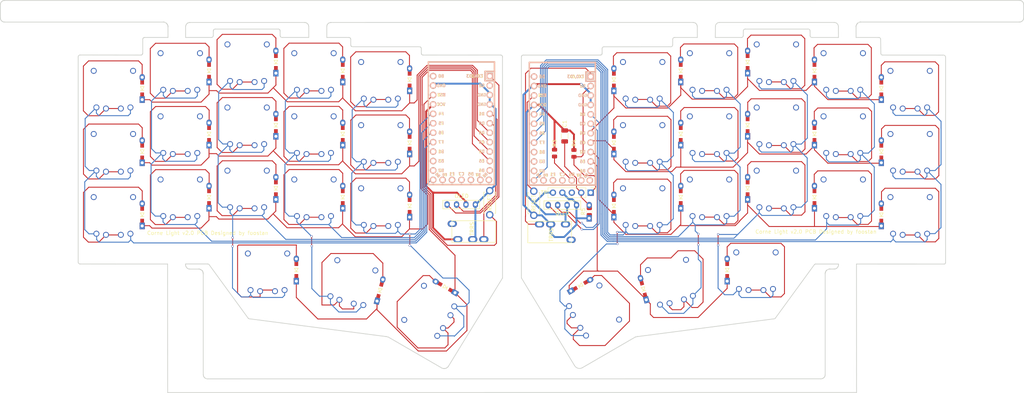
<source format=kicad_pcb>
(kicad_pcb (version 20211014) (generator pcbnew)
  (title_block (title "Corne Light") (date "2020-11-12") (rev "2.0") (company "foostan"))
  (layers (0 "F.Cu" signal) (31 "B.Cu" signal) (34 "B.Paste" user) (35 "F.Paste" user) (36 "B.SilkS" user "B.Silkscreen") (37 "F.SilkS" user "F.Silkscreen") (38 "B.Mask" user) (39 "F.Mask" user) (44 "Edge.Cuts" user))
  (net 0 "")
  (net 1 "row0")
  (net 3 "row1")
  (net 4 "Net-(D2-Pad2)")
  (net 5 "row2")
  (net 6 "Net-(D3-Pad2)")
  (net 7 "row3")
  (net 8 "Net-(D4-Pad2)")
  (net 9 "Net-(D5-Pad2)")
  (net 10 "Net-(D6-Pad2)")
  (net 12 "Net-(D8-Pad2)")
  (net 13 "Net-(D9-Pad2)")
  (net 14 "Net-(D10-Pad2)")
  (net 15 "Net-(D11-Pad2)")
  (net 16 "Net-(D12-Pad2)")
  (net 18 "Net-(D14-Pad2)")
  (net 19 "Net-(D15-Pad2)")
  (net 20 "Net-(D16-Pad2)")
  (net 21 "Net-(D17-Pad2)")
  (net 22 "Net-(D18-Pad2)")
  (net 23 "Net-(D19-Pad2)")
  (net 24 "Net-(D20-Pad2)")
  (net 25 "Net-(D21-Pad2)")
  (net 26 "GND")
  (net 27 "VCC")
  (net 29 "col1")
  (net 30 "col2")
  (net 31 "col3")
  (net 32 "col4")
  (net 33 "col5")
  (net 34 "data")
  (net 35 "reset")
  (net 36 "SCL")
  (net 37 "SDA")
  (net 44 "row0_r")
  (net 45 "Net-(D23-Pad2)")
  (net 46 "Net-(D24-Pad2)")
  (net 47 "Net-(D25-Pad2)")
  (net 48 "Net-(D26-Pad2)")
  (net 49 "Net-(D27-Pad2)")
  (net 50 "row1_r")
  (net 52 "Net-(D29-Pad2)")
  (net 53 "Net-(D30-Pad2)")
  (net 54 "Net-(D31-Pad2)")
  (net 55 "Net-(D32-Pad2)")
  (net 56 "Net-(D33-Pad2)")
  (net 57 "row2_r")
  (net 59 "Net-(D35-Pad2)")
  (net 60 "Net-(D36-Pad2)")
  (net 61 "Net-(D37-Pad2)")
  (net 62 "Net-(D38-Pad2)")
  (net 63 "Net-(D39-Pad2)")
  (net 64 "Net-(D40-Pad2)")
  (net 65 "row3_r")
  (net 66 "Net-(D41-Pad2)")
  (net 67 "Net-(D42-Pad2)")
  (net 68 "data_r")
  (net 70 "SDA_r")
  (net 71 "SCL_r")
  (net 72 "reset_r")
  (net 74 "col1_r")
  (net 75 "col2_r")
  (net 76 "col3_r")
  (net 77 "col4_r")
  (net 78 "col5_r")
  (net 79 "VDD")
  (net 80 "GNDA")
  (net 91 "tp_clk_r")
  (net 92 "tp_data_r")
  (net 93 "/tp_rst")
  (footprint "kbd:MJ-4PP-9_1side" (layer "F.Cu") (at 146.2145 84.432 -90)
    (fp_text reference "J1")
    (fp_text value "MJ-4PP-9" hide)
  )
  (footprint "kbd:D3_TH" (layer "F.Cu") (at 231.934847 75.170432 90)
    (fp_text reference "D36" hide)
    (fp_text value "D" hide)
  )
  (footprint "kbd:D3_TH" (layer "F.Cu") (at 213.934847 72.795432 90)
    (fp_text reference "D37" hide)
    (fp_text value "D" hide)
  )
  (footprint "kbd:D3_TH" (layer "F.Cu") (at 195.934847 75.170432 90)
    (fp_text reference "D38" hide)
    (fp_text value "D" hide)
  )
  (footprint "kbd:D3_TH" (layer "F.Cu") (at 177.934847 77.545432 90)
    (fp_text reference "D39" hide)
    (fp_text value "D" hide)
  )
  (footprint "kbd:D3_TH" (layer "F.Cu") (at 208.434847 94.795432 90)
    (fp_text reference "D40" hide)
    (fp_text value "D" hide)
  )
  (footprint "kbd:D3_TH" (layer "F.Cu") (at 185.881387 99.908609 105)
    (fp_text reference "D41" hide)
    (fp_text value "D" hide)
  )
  (footprint "kbd:D3_TH" (layer "F.Cu") (at 168.94128 98.943214 30)
    (fp_text reference "D42" hide)
    (fp_text value "D" hide)
  )
  (footprint "kbd:MJ-4PP-9_1side" (layer "F.Cu") (at 154.607847 84.565432 90)
    (fp_text reference "J6")
    (fp_text value "MJ-4PP-9" hide)
  )
  (footprint "kbd:ResetSW_1side" (layer "F.Cu") (at 156.374847 76.817432 90)
    (fp_text reference "RSW2" hide)
    (fp_text value "SW_PUSH")
  )
  (footprint "kbd:Kailh_PG1232" (layer "F.Cu") (at 257.684847 45.920432)
    (fp_text reference "SW23" hide)
    (fp_text value "SW_PUSH" hide)
  )
  (footprint "kbd:Kailh_PG1232" (layer "F.Cu") (at 239.684847 41.170432)
    (fp_text reference "SW24" hide)
    (fp_text value "SW_PUSH" hide)
  )
  (footprint "kbd:Kailh_PG1232" (layer "F.Cu") (at 221.684847 38.795432)
    (fp_text reference "SW25" hide)
    (fp_text value "SW_PUSH" hide)
  )
  (footprint "kbd:Kailh_PG1232" (layer "F.Cu") (at 203.684847 41.170432)
    (fp_text reference "SW26" hide)
    (fp_text value "SW_PUSH" hide)
  )
  (footprint "kbd:Kailh_PG1232" (layer "F.Cu") (at 185.684847 43.545432)
    (fp_text reference "SW27" hide)
    (fp_text value "SW_PUSH" hide)
  )
  (footprint "kbd:Kailh_PG1232" (layer "F.Cu") (at 257.684847 62.920432)
    (fp_text reference "SW29" hide)
    (fp_text value "SW_PUSH" hide)
  )
  (footprint "kbd:Kailh_PG1232" (layer "F.Cu") (at 239.684847 58.170432)
    (fp_text reference "SW30" hide)
    (fp_text value "SW_PUSH" hide)
  )
  (footprint "kbd:Kailh_PG1232" (layer "F.Cu") (at 221.684847 55.795432)
    (fp_text reference "SW31" hide)
    (fp_text value "SW_PUSH" hide)
  )
  (footprint "kbd:Kailh_PG1232" (layer "F.Cu") (at 203.684847 58.170432)
    (fp_text reference "SW32" hide)
    (fp_text value "SW_PUSH" hide)
  )
  (footprint "kbd:Kailh_PG1232" (layer "F.Cu") (at 185.684847 60.545432)
    (fp_text reference "SW33" hide)
    (fp_text value "SW_PUSH" hide)
  )
  (footprint "kbd:Kailh_PG1232" (layer "F.Cu") (at 257.684847 79.920432)
    (fp_text reference "SW35" hide)
    (fp_text value "SW_PUSH" hide)
  )
  (footprint "kbd:Kailh_PG1232" (layer "F.Cu") (at 239.684847 75.170432)
    (fp_text reference "SW36" hide)
    (fp_text value "SW_PUSH" hide)
  )
  (footprint "kbd:Kailh_PG1232" (layer "F.Cu") (at 221.684847 72.795432)
    (fp_text reference "SW37" hide)
    (fp_text value "SW_PUSH" hide)
  )
  (footprint "kbd:Kailh_PG1232" (layer "F.Cu") (at 203.684847 75.170432)
    (fp_text reference "SW38" hide)
    (fp_text value "SW_PUSH" hide)
  )
  (footprint "kbd:Kailh_PG1232" (layer "F.Cu") (at 216.184847 94.795432)
    (fp_text reference "SW40" hide)
    (fp_text value "SW_PUSH" hide)
  )
  (footprint "kbd:Kailh_PG1232" (layer "F.Cu") (at 193.458738 98.007942 15)
    (fp_text reference "SW41" hide)
    (fp_text value "SW_PUSH" hide)
  )
  (footprint "kbd:Kailh_PG1232" (layer "F.Cu") (at 185.684847 77.545432)
    (fp_text reference "SW39" hide)
    (fp_text value "SW_PUSH" hide)
  )
  (footprint "kbd:D3_TH" (layer "F.Cu") (at 249.934847 45.920432 90)
    (fp_text reference "D23" hide)
    (fp_text value "D" hide)
  )
  (footprint "kbd:D3_TH" (layer "F.Cu") (at 231.934847 41.170432 90)
    (fp_text reference "D24" hide)
    (fp_text value "D" hide)
  )
  (footprint "kbd:D3_TH" (layer "F.Cu") (at 213.934847 38.795432 90)
    (fp_text reference "D25" hide)
    (fp_text value "D" hide)
  )
  (footprint "kbd:D3_TH" (layer "F.Cu") (at 195.934847 41.170432 90)
    (fp_text reference "D26" hide)
    (fp_text value "D" hide)
  )
  (footprint "kbd:D3_TH" (layer "F.Cu") (at 177.934847 43.545432 90)
    (fp_text reference "D27" hide)
    (fp_text value "D" hide)
  )
  (footprint "kbd:D3_TH" (layer "F.Cu") (at 249.934847 62.920432 90)
    (fp_text reference "D29" hide)
    (fp_text value "D" hide)
  )
  (footprint "kbd:D3_TH" (layer "F.Cu") (at 231.934847 58.170432 90)
    (fp_text reference "D30" hide)
    (fp_text value "D" hide)
  )
  (footprint "kbd:D3_TH" (layer "F.Cu") (at 213.934847 55.795432 90)
    (fp_text reference "D31" hide)
    (fp_text value "D" hide)
  )
  (footprint "kbd:D3_TH" (layer "F.Cu") (at 195.934847 58.170432 90)
    (fp_text reference "D32" hide)
    (fp_text value "D" hide)
  )
  (footprint "kbd:D3_TH" (layer "F.Cu") (at 50.9375 79.92 90)
    (fp_text reference "D14" hide)
    (fp_text value "D" hide)
  )
  (footprint "kbd:D3_TH" (layer "F.Cu") (at 50.9375 62.92 90)
    (fp_text reference "D8" hide)
    (fp_text value "D" hide)
  )
  (footprint "kbd:D3_TH" (layer "F.Cu") (at 50.9375 45.92 90)
    (fp_text reference "D2" hide)
    (fp_text value "D" hide)
  )
  (footprint "kbd:D3_TH" (layer "F.Cu") (at 177.934847 60.545432 90)
    (fp_text reference "D33" hide)
    (fp_text value "D" hide)
  )
  (footprint "kbd:Kailh_PG1232" (layer "F.Cu") (at 115.1875 43.545)
    (fp_text reference "SW6" hide)
    (fp_text value "SW_PUSH" hide)
  )
  (footprint "kbd:Kailh_PG1232" (layer "F.Cu") (at 97.1875 41.17)
    (fp_text reference "SW5" hide)
    (fp_text value "SW_PUSH" hide)
  )
  (footprint "kbd:Kailh_PG1232" (layer "F.Cu") (at 79.1875 38.795)
    (fp_text reference "SW4" hide)
    (fp_text value "SW_PUSH" hide)
  )
  (footprint "kbd:Kailh_PG1232" (layer "F.Cu") (at 61.1875 41.17)
    (fp_text reference "SW3" hide)
    (fp_text value "SW_PUSH" hide)
  )
  (footprint "kbd:Kailh_PG1232" (layer "F.Cu") (at 43.1875 45.92)
    (fp_text reference "SW2" hide)
    (fp_text value "SW_PUSH" hide)
  )
  (footprint "kbd:Kailh_PG1232" (layer "F.Cu") (at 115.1875 77.545)
    (fp_text reference "SW18" hide)
    (fp_text value "SW_PUSH" hide)
  )
  (footprint "kbd:Kailh_PG1232" (layer "F.Cu") (at 128.255563 106.000412 60)
    (fp_text reference "SW21" hide)
    (fp_text value "SW_PUSH" hide)
  )
  (footprint "kbd:D3_TH" (layer "F.Cu") (at 132.560861 99.399493 150)
    (fp_text reference "D21" hide)
    (fp_text value "D" hide)
  )
  (footprint "kbd:D3_TH" (layer "F.Cu") (at 114.943655 100.259781 75)
    (fp_text reference "D20" hide)
    (fp_text value "D" hide)
  )
  (footprint "kbd:D3_TH" (layer "F.Cu") (at 92.4375 94.795 90)
    (fp_text reference "D19" hide)
    (fp_text value "D" hide)
  )
  (footprint "kbd:D3_TH" (layer "F.Cu") (at 122.9375 77.545 90)
    (fp_text reference "D18" hide)
    (fp_text value "D" hide)
  )
  (footprint "kbd:D3_TH" (layer "F.Cu") (at 104.9375 75.17 90)
    (fp_text reference "D17" hide)
    (fp_text value "D" hide)
  )
  (footprint "kbd:D3_TH" (layer "F.Cu") (at 86.9375 72.795 90)
    (fp_text reference "D16" hide)
    (fp_text value "D" hide)
  )
  (footprint "kbd:D3_TH" (layer "F.Cu") (at 68.9375 75.17 90)
    (fp_text reference "D15" hide)
    (fp_text value "D" hide)
  )
  (footprint "kbd:D3_TH" (layer "F.Cu") (at 122.9375 60.545 90)
    (fp_text reference "D12" hide)
    (fp_text value "D" hide)
  )
  (footprint "kbd:D3_TH" (layer "F.Cu") (at 104.9375 58.17 90)
    (fp_text reference "D11" hide)
    (fp_text value "D" hide)
  )
  (footprint "kbd:D3_TH" (layer "F.Cu") (at 86.9375 55.795 90)
    (fp_text reference "D10" hide)
    (fp_text value "D" hide)
  )
  (footprint "kbd:D3_TH" (layer "F.Cu") (at 68.9375 58.17 90)
    (fp_text reference "D9" hide)
    (fp_text value "D" hide)
  )
  (footprint "kbd:D3_TH" (layer "F.Cu") (at 122.9375 43.545 90)
    (fp_text reference "D6" hide)
    (fp_text value "D" hide)
  )
  (footprint "kbd:D3_TH" (layer "F.Cu") (at 104.9375 41.17 90)
    (fp_text reference "D5" hide)
    (fp_text value "D" hide)
  )
  (footprint "kbd:D3_TH" (layer "F.Cu") (at 86.9375 38.795 90)
    (fp_text reference "D4" hide)
    (fp_text value "D" hide)
  )
  (footprint "kbd:D3_TH" (layer "F.Cu") (at 68.9375 41.17 90)
    (fp_text reference "D3" hide)
    (fp_text value "D" hide)
  )
  (footprint "kbd:Kailh_PG1232" (layer "F.Cu") (at 107.362319 98.120702 -15)
    (fp_text reference "SW20" hide)
    (fp_text value "SW_PUSH" hide)
  )
  (footprint "kbd:Kailh_PG1232" (layer "F.Cu") (at 84.6875 95.095)
    (fp_text reference "SW19" hide)
    (fp_text value "SW_PUSH" hide)
  )
  (footprint "kbd:Kailh_PG1232" (layer "F.Cu") (at 97.1875 75.17)
    (fp_text reference "SW17" hide)
    (fp_text value "SW_PUSH" hide)
  )
  (footprint "kbd:Kailh_PG1232" (layer "F.Cu") (at 79.1875 72.795)
    (fp_text reference "SW16" hide)
    (fp_text value "SW_PUSH" hide)
  )
  (footprint "kbd:Kailh_PG1232" (layer "F.Cu") (at 61.1875 75.17)
    (fp_text reference "SW15" hide)
    (fp_text value "SW_PUSH" hide)
  )
  (footprint "kbd:Kailh_PG1232" (layer "F.Cu") (at 43.1875 79.92)
    (fp_text reference "SW14" hide)
    (fp_text value "SW_PUSH" hide)
  )
  (footprint "kbd:Kailh_PG1232" (layer "F.Cu") (at 115.1875 60.545)
    (fp_text reference "SW12" hide)
    (fp_text value "SW_PUSH" hide)
  )
  (footprint "kbd:Kailh_PG1232" (layer "F.Cu") (at 97.1875 58.17)
    (fp_text reference "SW11" hide)
    (fp_text value "SW_PUSH" hide)
  )
  (footprint "kbd:Kailh_PG1232" (layer "F.Cu") (at 79.1875 55.795)
    (fp_text reference "SW10" hide)
    (fp_text value "SW_PUSH" hide)
  )
  (footprint "kbd:Kailh_PG1232" (layer "F.Cu") (at 61.1875 58.17)
    (fp_text reference "SW9" hide)
    (fp_text value "SW_PUSH" hide)
  )
  (footprint "kbd:Kailh_PG1232" (layer "F.Cu") (at 43.1875 62.92)
    (fp_text reference "SW8" hide)
    (fp_text value "SW_PUSH" hide)
  )
  (footprint "kbd:D3_TH" (layer "F.Cu") (at 249.934847 79.920432 90)
    (fp_text reference "D35" hide)
    (fp_text value "D" hide)
  )
  (footprint "kbd:Kailh_PG1232" (layer "F.Cu") (at 172.570292 105.926069 -60)
    (fp_text reference "SW42" hide)
    (fp_text value "SW_PUSH" hide)
  )
  (footprint "kbd:OLED_1side" (layer "F.Cu") (at 133.0285 77.168)
    (fp_text reference "J2")
    (fp_text value "OLED" hide)
  )
  (footprint "kbd:ResetSW_1side" (layer "F.Cu") (at 144.5045 76.671 -90)
    (fp_text reference "RSW1" hide)
    (fp_text value "SW_PUSH")
  )
  (footprint "kbd:OLED_1side" (layer "F.Cu") (at 160.2575 77.31)
    (fp_text reference "J7")
    (fp_text value "OLED" hide)
  )
  (footprint "Connector_PinHeader_2.54mm:PinHeader_1x05_P2.54mm_Vertical" (layer "F.Cu") (at 171.682702 73.964426 -90)
    (fp_text reference "TP")
    (fp_text value "J8")
  )
  (footprint "" (layer "F.Cu") (at 171.294014 77.342989)
    (fp_text reference "")
    (fp_text value "")
  )
  (footprint "Resistor_SMD:R_0805_2012Metric" (layer "F.Cu") (at 161.952169 63.315174 90)
    (fp_text reference "R3")
    (fp_text value "4.7K")
  )
  (footprint "Resistor_SMD:R_0805_2012Metric" (layer "F.Cu") (at 171.315924 79.059651 90)
    (fp_text reference "R5")
    (fp_text value "4.7K")
  )
  (footprint "Resistor_SMD:R_0805_2012Metric" (layer "F.Cu") (at 167.176961 63.391851 90)
    (fp_text reference "R4")
    (fp_text value "4.7K")
  )
  (footprint "Capacitor_SMD:C_1206_3216Metric" (layer "F.Cu") (at 164.682026 58.695833 -90)
    (fp_text reference "C1")
    (fp_text value "2.2uF")
  )
  (footprint "" (layer "F.Cu") (at 171.272104 80.870448)
    (fp_text reference "")
    (fp_text value "")
  )
  (footprint "keebio-parts:Elite-C" (layer "B.Cu") (at 136.8925 56.56 -90)
    (fp_text reference "U1" hide)
    (fp_text value "Elite-C" hide)
  )
  (footprint "keebio-parts:Elite-C" (layer "B.Cu") (at 164.062847 56.686432 -90)
    (fp_text reference "U2" hide)
    (fp_text value "Elite-C" hide)
  )
  (gr_line (start 243.892817 28.133466) (end 243.892817 28.133466) (layer "Edge.Cuts") (width 0.2))
  (gr_line (start 243.900437 28.130926) (end 244.121417 28.062346) (layer "Edge.Cuts") (width 0.2))
  (gr_line (start 238.386102 32.184762) (end 238.369682 29.257505) (layer "Edge.Cuts") (width 0.2))
  (gr_line (start 235.368585 94.74998) (end 235.371125 94.74744) (layer "Edge.Cuts") (width 0.2))
  (gr_line (start 57.512881 28.400166) (end 57.515421 28.402706) (layer "Edge.Cuts") (width 0.2))
  (gr_line (start 234.919006 95.30624) (end 234.919006 95.30624) (layer "Edge.Cuts") (width 0.2))
  (gr_line (start 66.611152 94.635681) (end 66.616232 94.638221) (layer "Edge.Cuts") (width 0.2))
  (gr_line (start 287.565534 27.945506) (end 287.761114 27.841367) (layer "Edge.Cuts") (width 0.2))
  (gr_line (start 237.479323 94.511221) (end 237.692683 94.445181) (layer "Edge.Cuts") (width 0.2))
  (gr_line (start 234.919006 95.30116) (end 234.921546 95.29608) (layer "Edge.Cuts") (width 0.2))
  (gr_line (start 68.82095 93.241222) (end 68.67363 93.187882) (layer "Edge.Cuts") (width 0.2))
  (gr_line (start 67.286791 95.30624) (end 67.355371 95.52722) (layer "Edge.Cuts") (width 0.2))
  (gr_line (start 174.672805 36.738978) (end 174.571205 36.838038) (layer "Edge.Cuts") (width 0.2))
  (gr_line (start 87.583911 29.929244) (end 70.583708 29.929244) (layer "Edge.Cuts") (width 0.2))
  (gr_line (start 243.229877 28.804026) (end 243.232417 28.801486) (layer "Edge.Cuts") (width 0.2))
  (gr_line (start 101.327838 28.232526) (end 101.132258 28.339206) (layer "Edge.Cuts") (width 0.2))
  (gr_line (start 88.185891 31.981562) (end 88.284951 32.080622) (layer "Edge.Cuts") (width 0.2))
  (gr_line (start 147.438922 36.912987) (end 126.585573 36.929478) (layer "Edge.Cuts") (width 0.2))
  (gr_line (start 101.762177 28.143626) (end 101.541197 28.166486) (layer "Edge.Cuts") (width 0.2))
  (gr_line (start 288.264033 23.335411) (end 288.264033 23.330331) (layer "Edge.Cuts") (width 0.2))
  (gr_line (start 243.684537 28.247766) (end 243.687077 28.245226) (layer "Edge.Cuts") (width 0.2))
  (gr_line (start 235.815625 94.559481) (end 235.818165 94.559481) (layer "Edge.Cuts") (width 0.2))
  (gr_line (start 243.892817 28.133466) (end 243.892817 28.133466) (layer "Edge.Cuts") (width 0.2))
  (gr_line (start 51.284807 32.281282) (end 51.183207 32.382882) (layer "Edge.Cuts") (width 0.2))
  (gr_line (start 237.250723 94.534081) (end 237.255803 94.534081) (layer "Edge.Cuts") (width 0.2))
  (gr_line (start 236.054385 94.534081) (end 236.062005 94.534081) (layer "Edge.Cuts") (width 0.2))
  (gr_line (start 13.263585 27.854067) (end 13.459164 27.958206) (layer "Edge.Cuts") (width 0.2))
  (gr_line (start 235.371125 94.74744) (end 235.376205 94.7449) (layer "Edge.Cuts") (width 0.2))
  (gr_line (start 67.355371 95.5323) (end 67.355371 95.53738) (layer "Edge.Cuts") (width 0.2))
  (gr_line (start 107.286672 34.57998) (end 107.416212 34.6511) (layer "Edge.Cuts") (width 0.2))
  (gr_line (start 57.517961 28.407786) (end 57.665281 28.585586) (layer "Edge.Cuts") (width 0.2))
  (gr_line (start 57.881181 29.279005) (end 57.886261 32.179682) (layer "Edge.Cuts") (width 0.2))
  (gr_line (start 234.825026 95.768519) (end 234.847886 95.53738) (layer "Edge.Cuts") (width 0.2))
  (gr_line (start 221.022679 107.937647) (end 184.352736 112.707763) (layer "Edge.Cuts") (width 0.2))
  (gr_line (start 50.583768 36.929478) (end 50.756488 36.901538) (layer "Edge.Cuts") (width 0.2))
  (gr_line (start 67.167411 95.08526) (end 67.169951 95.09034) (layer "Edge.Cuts") (width 0.2))
  (gr_line (start 234.825026 95.768519) (end 234.825026 95.768519) (layer "Edge.Cuts") (width 0.2))
  (gr_line (start 57.881181 29.271385) (end 57.881181 29.273925) (layer "Edge.Cuts") (width 0.2))
  (gr_line (start 67.403631 123.185252) (end 67.469671 123.396072) (layer "Edge.Cuts") (width 0.2))
  (gr_line (start 153.124225 37.137757) (end 153.225825 37.036157) (layer "Edge.Cuts") (width 0.2))
  (gr_line (start 116.837062 112.748403) (end 116.664342 112.720463) (layer "Edge.Cuts") (width 0.2))
  (gr_line (start 70.113808 30.261984) (end 70.085868 30.429624) (layer "Edge.Cuts") (width 0.2))
  (gr_line (start 235.810545 94.562021) (end 235.810545 94.562021) (layer "Edge.Cuts") (width 0.2))
  (gr_line (start 57.787201 28.806566) (end 57.853241 29.027545) (layer "Edge.Cuts") (width 0.2))
  (gr_line (start 67.888771 123.904072) (end 68.08435 124.008212) (layer "Edge.Cuts") (width 0.2))
  (gr_line (start 234.847886 95.53484) (end 234.850426 95.5323) (layer "Edge.Cuts") (width 0.2))
  (gr_line (start 235.033306 95.0878) (end 235.035846 95.08526) (layer "Edge.Cuts") (width 0.2))
  (gr_line (start 95.076904 28.229986) (end 94.863544 28.166486) (layer "Edge.Cuts") (width 0.2))
  (gr_line (start 66.824512 94.74744) (end 66.824512 94.74998) (layer "Edge.Cuts") (width 0.2))
  (gr_line (start 147.736102 37.012046) (end 147.837702 37.113646) (layer "Edge.Cuts") (width 0.2))
  (gr_line (start 174.274026 36.937098) (end 174.274026 36.937098) (layer "Edge.Cuts") (width 0.2))
  (gr_line (start 288.264033 23.330331) (end 288.238633 23.106811) (layer "Edge.Cuts") (width 0.2))
  (gr_line (start 62.961176 28.481446) (end 62.821476 28.651626) (layer "Edge.Cuts") (width 0.2))
  (gr_line (start 244.131577 28.059806) (end 244.362716 28.034406) (layer "Edge.Cuts") (width 0.2))
  (gr_line (start 56.880422 28.067426) (end 56.882962 28.067426) (layer "Edge.Cuts") (width 0.2))
  (gr_line (start 250.273291 36.934558) (end 266.651215 36.9459) (layer "Edge.Cuts") (width 0.2))
  (gr_line (start 62.625896 93.16) (end 62.630976 93.406322) (layer "Edge.Cuts") (width 0.2))
  (gr_line (start 67.012472 94.89984) (end 67.012472 94.89984) (layer "Edge.Cuts") (width 0.2))
  (gr_line (start 95.691583 28.842126) (end 95.587443 28.646546) (layer "Edge.Cuts") (width 0.2))
  (gr_line (start 133.004146 121.092294) (end 133.126066 120.998315) (layer "Edge.Cuts") (width 0.2))
  (gr_line (start 243.892817 28.133466) (end 243.897897 28.130926) (layer "Edge.Cuts") (width 0.2))
  (gr_line (start 101.541197 28.166486) (end 101.327838 28.232526) (layer "Edge.Cuts") (width 0.2))
  (gr_line (start 62.653836 93.634922) (end 62.719876 93.848281) (layer "Edge.Cuts") (width 0.2))
  (gr_line (start 50.886027 36.830418) (end 50.985087 36.728818) (layer "Edge.Cuts") (width 0.2))
  (gr_line (start 132.879686 121.165954) (end 133.004146 121.092294) (layer "Edge.Cuts") (width 0.2))
  (gr_line (start 12.778445 27.135247) (end 12.844485 27.348607) (layer "Edge.Cuts") (width 0.2))
  (gr_line (start 200.38774 29.273925) (end 200.38774 29.266305) (layer "Edge.Cuts") (width 0.2))
  (gr_line (start 70.085868 30.429624) (end 70.085868 30.429624) (layer "Edge.Cuts") (width 0.2))
  (gr_line (start 243.229877 28.806566) (end 243.229877 28.804026) (layer "Edge.Cuts") (width 0.2))
  (gr_line (start 243.346717 28.588126) (end 243.346717 28.583046) (layer "Edge.Cuts") (width 0.2))
  (gr_line (start 237.692683 94.445181) (end 237.885723 94.341041) (layer "Edge.Cuts") (width 0.2))
  (gr_line (start 67.380771 122.961733) (end 67.403631 123.185252) (layer "Edge.Cuts") (width 0.2))
  (gr_line (start 234.324646 123.888832) (end 234.494826 123.749132) (layer "Edge.Cuts") (width 0.2))
  (gr_line (start 231.248109 32.183569) (end 238.386102 32.184762) (layer "Edge.Cuts") (width 0.2))
  (gr_line (start 57.512881 28.400166) (end 57.512881 28.400166) (layer "Edge.Cuts") (width 0.2))
  (gr_line (start 13.454084 22.296552) (end 13.258505 22.400692) (layer "Edge.Cuts") (width 0.2))
  (gr_line (start 287.123574 22.197492) (end 13.893504 22.207652) (layer "Edge.Cuts") (width 0.2))
  (gr_line (start 79.834379 107.930027) (end 116.504323 112.700143) (layer "Edge.Cuts") (width 0.2))
  (gr_line (start 244.123957 28.062346) (end 244.129037 28.059806) (layer "Edge.Cuts") (width 0.2))
  (gr_line (start 101.769797 28.143626) (end 101.762177 28.143626) (layer "Edge.Cuts") (width 0.2))
  (gr_line (start 63.138975 94.353741) (end 63.334555 94.457881) (layer "Edge.Cuts") (width 0.2))
  (gr_line (start 199.249821 28.136006) (end 101.769797 28.143626) (layer "Edge.Cuts") (width 0.2))
  (gr_line (start 235.376205 94.7449) (end 235.579405 94.633141) (layer "Edge.Cuts") (width 0.2))
  (gr_line (start 63.768895 28.143626) (end 63.763815 28.143626) (layer "Edge.Cuts") (width 0.2))
  (gr_line (start 56.646742 28.044566) (end 56.649282 28.044566) (layer "Edge.Cuts") (width 0.2))
  (gr_line (start 235.579405 94.633141) (end 235.579405 94.633141) (layer "Edge.Cuts") (width 0.2))
  (gr_line (start 107.055532 32.509882) (end 106.984412 32.380342) (layer "Edge.Cuts") (width 0.2))
  (gr_line (start 117.159642 112.829683) (end 131.454748 121.092294) (layer "Edge.Cuts") (width 0.2))
  (gr_line (start 243.679457 28.250306) (end 243.681997 28.250306) (layer "Edge.Cuts") (width 0.2))
  (gr_line (start 174.571205 36.838038) (end 174.441665 36.909158) (layer "Edge.Cuts") (width 0.2))
  (gr_line (start 234.825026 122.943953) (end 234.825026 95.771059) (layer "Edge.Cuts") (width 0.2))
  (gr_line (start 56.888042 28.069966) (end 57.111561 28.136006) (layer "Edge.Cuts") (width 0.2))
  (gr_line (start 87.583911 29.929244) (end 87.583911 29.929244) (layer "Edge.Cuts") (width 0.2))
  (gr_line (start 200.1947 28.636386) (end 200.05246 28.466206) (layer "Edge.Cuts") (width 0.2))
  (gr_line (start 57.855781 29.037705) (end 57.881181 29.268845) (layer "Edge.Cuts") (width 0.2))
  (gr_line (start 184.019996 112.756023) (end 184.192716 112.728083) (layer "Edge.Cuts") (width 0.2))
  (gr_line (start 66.387632 94.569641) (end 66.611152 94.635681) (layer "Edge.Cuts") (width 0.2))
  (gr_line (start 57.787201 93.185342) (end 57.799912 127.780774) (layer "Edge.Cuts") (width 0.2))
  (gr_arc (start 266.651215 36.9459) (mid 267.072921 37.120659) (end 267.247399 37.542481) (layer "Edge.Cuts") (width 0.2))
  (gr_line (start 13.672524 28.021706) (end 13.896044 28.044566) (layer "Edge.Cuts") (width 0.2))
  (gr_line (start 66.832132 94.75506) (end 67.012472 94.89984) (layer "Edge.Cuts") (width 0.2))
  (gr_line (start 88.41703 32.151742) (end 88.58467 32.179682) (layer "Edge.Cuts") (width 0.2))
  (gr_line (start 153.523005 36.937098) (end 174.274026 36.937098) (layer "Edge.Cuts") (width 0.2))
  (gr_line (start 57.853241 29.027545) (end 57.855781 29.027545) (layer "Edge.Cuts") (width 0.2))
  (gr_line (start 147.94618 96.95166) (end 147.939301 37.413366) (layer "Edge.Cuts") (width 0.2))
  (gr_arc (start 212.763242 31.696448) (mid 212.619474 32.043534) (end 212.272388 32.187302) (layer "Edge.Cuts") (width 0.2))
  (gr_line (start 57.119181 28.138546) (end 57.324921 28.247766) (layer "Edge.Cuts") (width 0.2))
  (gr_line (start 51.183207 32.382882) (end 51.114627 32.512422) (layer "Edge.Cuts") (width 0.2))
  (gr_line (start 50.985087 36.728818) (end 51.056207 36.599278) (layer "Edge.Cuts") (width 0.2))
  (gr_line (start 67.015012 94.90492) (end 67.017552 94.90746) (layer "Edge.Cuts") (width 0.2))
  (gr_line (start 12.755585 26.906647) (end 12.755585 26.911727) (layer "Edge.Cuts") (width 0.2))
  (gr_arc (start 34.222758 93.176255) (mid 33.859905 93.025956) (end 33.709606 92.663103) (layer "Edge.Cuts") (width 0.2))
  (gr_line (start 95.780483 29.281545) (end 95.780483 29.276465) (layer "Edge.Cuts") (width 0.2))
  (gr_line (start 100.631878 29.284085) (end 100.636958 32.179682) (layer "Edge.Cuts") (width 0.2))
  (gr_line (start 13.459164 27.958206) (end 13.672524 28.021706) (layer "Edge.Cuts") (width 0.2))
  (gr_line (start 288.241173 27.117467) (end 288.264033 26.896487) (layer "Edge.Cuts") (width 0.2))
  (gr_line (start 125.884533 34.78064) (end 125.752454 34.70952) (layer "Edge.Cuts") (width 0.2))
  (gr_line (start 232.180888 93.195502) (end 232.272328 93.187882) (layer "Edge.Cuts") (width 0.2))
  (gr_line (start 66.380012 94.567101) (end 66.380012 94.567101) (layer "Edge.Cuts") (width 0.2))
  (gr_line (start 57.515421 28.402706) (end 57.517961 28.407786) (layer "Edge.Cuts") (width 0.2))
  (gr_line (start 66.616232 94.638221) (end 66.618772 94.638221) (layer "Edge.Cuts") (width 0.2))
  (gr_line (start 51.056207 36.599278) (end 51.084147 36.431638) (layer "Edge.Cuts") (width 0.2))
  (gr_line (start 51.114627 32.512422) (end 51.084147 32.680062) (layer "Edge.Cuts") (width 0.2))
  (gr_line (start 107.113952 34.35138) (end 107.185072 34.48092) (layer "Edge.Cuts") (width 0.2))
  (gr_line (start 244.362716 28.034406) (end 244.362716 28.034406) (layer "Edge.Cuts") (width 0.2))
  (gr_line (start 287.126114 28.034406) (end 287.131194 28.034406) (layer "Edge.Cuts") (width 0.2))
  (gr_line (start 235.368585 94.74998) (end 235.368585 94.74998) (layer "Edge.Cuts") (width 0.2))
  (gr_line (start 199.87974 28.326506) (end 199.68416 28.222366) (layer "Edge.Cuts") (width 0.2))
  (gr_line (start 193.766189 34.191138) (end 193.773432 32.685296) (layer "Edge.Cuts") (width 0.2))
  (gr_line (start 205.260497 29.252563) (end 205.236595 32.187302) (layer "Edge.Cuts") (width 0.2))
  (gr_line (start 66.824512 94.74998) (end 66.829592 94.74998) (layer "Edge.Cuts") (width 0.2))
  (gr_line (start 66.824512 94.74744) (end 66.824512 94.74744) (layer "Edge.Cuts") (width 0.2))
  (gr_line (start 67.380771 95.768519) (end 67.380771 95.771059) (layer "Edge.Cuts") (width 0.2))
  (gr_line (start 67.380771 95.768519) (end 67.380771 95.768519) (layer "Edge.Cuts") (width 0.2))
  (gr_line (start 57.799912 127.780774) (end 243.269616 127.770367) (layer "Edge.Cuts") (width 0.2))
  (gr_line (start 234.919006 95.30624) (end 234.919006 95.30116) (layer "Edge.Cuts") (width 0.2))
  (gr_line (start 88.084291 30.429624) (end 88.056351 30.259444) (layer "Edge.Cuts") (width 0.2))
  (gr_line (start 235.035846 95.08526) (end 235.180625 94.90492) (layer "Edge.Cuts") (width 0.2))
  (gr_line (start 56.877882 28.067426) (end 56.877882 28.067426) (layer "Edge.Cuts") (width 0.2))
  (gr_line (start 238.302282 93.830501) (end 238.365782 93.617142) (layer "Edge.Cuts") (width 0.2))
  (gr_line (start 153.355365 36.965038) (end 153.523005 36.937098) (layer "Edge.Cuts") (width 0.2))
  (gr_arc (start 267.241768 92.818981) (mid 267.133001 93.081568) (end 266.870414 93.190335) (layer "Edge.Cuts") (width 0.2))
  (gr_line (start 126.585573 36.929478) (end 126.585573 36.929478) (layer "Edge.Cuts") (width 0.2))
  (gr_line (start 70.184928 30.132444) (end 70.113808 30.261984) (layer "Edge.Cuts") (width 0.2))
  (gr_line (start 126.054713 35.009239) (end 125.983593 34.8797) (layer "Edge.Cuts") (width 0.2))
  (gr_line (start 133.230206 120.901795) (end 133.324186 120.792575) (layer "Edge.Cuts") (width 0.2))
  (gr_line (start 70.085868 30.429624) (end 70.076176 31.688995) (layer "Edge.Cuts") (width 0.2))
  (gr_line (start 66.385092 94.567101) (end 66.387632 94.569641) (layer "Edge.Cuts") (width 0.2))
  (gr_line (start 234.494826 123.749132) (end 234.637066 123.576412) (layer "Edge.Cuts") (width 0.2))
  (gr_line (start 244.365256 28.034406) (end 244.367796 28.034406) (layer "Edge.Cuts") (width 0.2))
  (gr_line (start 57.667821 28.585586) (end 57.670361 28.590666) (layer "Edge.Cuts") (width 0.2))
  (gr_line (start 131.718908 121.229454) (end 131.871307 121.280254) (layer "Edge.Cuts") (width 0.2))
  (gr_line (start 235.180625 94.90492) (end 235.183165 94.90492) (layer "Edge.Cuts") (width 0.2))
  (gr_line (start 243.341637 28.593206) (end 243.341637 28.593206) (layer "Edge.Cuts") (width 0.2))
  (gr_line (start 57.881181 29.279005) (end 57.881181 29.279005) (layer "Edge.Cuts") (width 0.2))
  (gr_line (start 13.258505 22.400692) (end 13.085785 22.542932) (layer "Edge.Cuts") (width 0.2))
  (gr_line (start 106.585632 32.179682) (end 100.636958 32.179682) (layer "Edge.Cuts") (width 0.2))
  (gr_arc (start 205.260497 29.252563) (mid 205.587529 28.463038) (end 206.377054 28.136006) (layer "Edge.Cuts") (width 0.2))
  (gr_line (start 235.579405 94.633141) (end 235.579405 94.633141) (layer "Edge.Cuts") (width 0.2))
  (gr_line (start 183.854896 112.794123) (end 184.019996 112.756023) (layer "Edge.Cuts") (width 0.2))
  (gr_line (start 66.611152 94.635681) (end 66.611152 94.635681) (layer "Edge.Cuts") (width 0.2))
  (gr_line (start 107.086012 34.1812) (end 107.086012 32.680062) (layer "Edge.Cuts") (width 0.2))
  (gr_line (start 243.161298 29.037705) (end 243.161298 29.037705) (layer "Edge.Cuts") (width 0.2))
  (gr_arc (start 250.273291 36.934558) (mid 249.938667 36.795952) (end 249.800061 36.461328) (layer "Edge.Cuts") (width 0.2))
  (gr_line (start 107.416212 34.6511) (end 107.583851 34.67904) (layer "Edge.Cuts") (width 0.2))
  (gr_line (start 126.085193 36.429098) (end 126.115673 36.601818) (layer "Edge.Cuts") (width 0.2))
  (gr_line (start 57.886261 32.179682) (end 51.584527 32.179682) (layer "Edge.Cuts") (width 0.2))
  (gr_line (start 88.084291 31.679303) (end 88.114771 31.852023) (layer "Edge.Cuts") (width 0.2))
  (gr_line (start 234.738666 123.380832) (end 234.804706 123.167472) (layer "Edge.Cuts") (width 0.2))
  (gr_line (start 116.664342 112.720463) (end 116.504323 112.700143) (layer "Edge.Cuts") (width 0.2))
  (gr_line (start 67.355371 95.52722) (end 67.355371 95.52976) (layer "Edge.Cuts") (width 0.2))
  (gr_line (start 133.324186 120.792575) (end 133.380066 120.716375) (layer "Edge.Cuts") (width 0.2))
  (gr_line (start 234.847886 95.53738) (end 234.847886 95.53484) (layer "Edge.Cuts") (width 0.2))
  (gr_line (start 57.324921 28.247766) (end 57.327461 28.250306) (layer "Edge.Cuts") (width 0.2))
  (gr_line (start 67.167411 95.08526) (end 67.167411 95.08526) (layer "Edge.Cuts") (width 0.2))
  (gr_line (start 234.847886 95.53738) (end 234.847886 95.53738) (layer "Edge.Cuts") (width 0.2))
  (gr_line (start 233.694727 124.084411) (end 233.915707 124.061552) (layer "Edge.Cuts") (width 0.2))
  (gr_line (start 56.877882 28.067426) (end 56.877882 28.067426) (layer "Edge.Cuts") (width 0.2))
  (gr_line (start 57.782121 28.798946) (end 57.784661 28.801486) (layer "Edge.Cuts") (width 0.2))
  (gr_arc (start 33.711366 37.403463) (mid 33.85799 37.049482) (end 34.211971 36.902858) (layer "Edge.Cuts") (width 0.2))
  (gr_line (start 287.761114 27.841367) (end 287.933833 27.699127) (layer "Edge.Cuts") (width 0.2))
  (gr_line (start 174.743925 36.609438) (end 174.672805 36.738978) (layer "Edge.Cuts") (width 0.2))
  (gr_line (start 200.29884 28.831966) (end 200.1947 28.636386) (layer "Edge.Cuts") (width 0.2))
  (gr_line (start 174.773599 35.185306) (end 174.771865 36.436718) (layer "Edge.Cuts") (width 0.2))
  (gr_line (start 57.881181 29.268845) (end 57.881181 29.271385) (layer "Edge.Cuts") (width 0.2))
  (gr_line (start 67.169951 95.09034) (end 67.172491 95.09288) (layer "Edge.Cuts") (width 0.2))
  (gr_line (start 244.362716 28.034406) (end 244.365256 28.034406) (layer "Edge.Cuts") (width 0.2))
  (gr_line (start 184.192716 112.728083) (end 184.352736 112.707763) (layer "Edge.Cuts") (width 0.2))
  (gr_line (start 235.030766 95.09288) (end 235.030766 95.09034) (layer "Edge.Cuts") (width 0.2))
  (gr_line (start 100.962078 28.481446) (end 100.819838 28.651626) (layer "Edge.Cuts") (width 0.2))
  (gr_line (start 62.719876 93.848281) (end 62.826556 94.041321) (layer "Edge.Cuts") (width 0.2))
  (gr_line (start 234.129066 123.995512) (end 234.324646 123.888832) (layer "Edge.Cuts") (width 0.2))
  (gr_line (start 101.132258 28.339206) (end 100.962078 28.481446) (layer "Edge.Cuts") (width 0.2))
  (gr_line (start 244.121417 28.062346) (end 244.123957 28.062346) (layer "Edge.Cuts") (width 0.2))
  (gr_line (start 100.652198 29.060565) (end 100.631878 29.284085) (layer "Edge.Cuts") (width 0.2))
  (gr_line (start 50.583768 36.929478) (end 34.211971 36.902858) (layer "Edge.Cuts") (width 0.2))
  (gr_line (start 237.248183 28.136006) (end 206.377054 28.136006) (layer "Edge.Cuts") (width 0.2))
  (gr_line (start 57.324921 28.247766) (end 57.324921 28.247766) (layer "Edge.Cuts") (width 0.2))
  (gr_line (start 236.062005 94.534081) (end 237.250723 94.534081) (layer "Edge.Cuts") (width 0.2))
  (gr_line (start 243.161298 29.037705) (end 243.161298 29.037705) (layer "Edge.Cuts") (width 0.2))
  (gr_arc (start 237.248183 28.136006) (mid 238.041203 28.464485) (end 238.369682 29.257505) (layer "Edge.Cuts") (width 0.2))
  (gr_line (start 67.355371 95.53738) (end 67.380771 95.768519) (layer "Edge.Cuts") (width 0.2))
  (gr_line (start 12.778445 23.122051) (end 12.755585 23.345571) (layer "Edge.Cuts") (width 0.2))
  (gr_line (start 234.921546 95.29608) (end 235.030766 95.09288) (layer "Edge.Cuts") (width 0.2))
  (gr_line (start 243.232417 28.801486) (end 243.234957 28.796406) (layer "Edge.Cuts") (width 0.2))
  (gr_line (start 62.630976 29.284085) (end 62.636056 32.179682) (layer "Edge.Cuts") (width 0.2))
  (gr_line (start 243.163838 29.027545) (end 243.229877 28.806566) (layer "Edge.Cuts") (width 0.2))
  (gr_line (start 66.146332 94.544241) (end 66.148872 94.544241) (layer "Edge.Cuts") (width 0.2))
  (gr_line (start 57.782121 28.798946) (end 57.782121 28.798946) (layer "Edge.Cuts") (width 0.2))
  (gr_line (start 62.653836 29.060565) (end 62.630976 29.284085) (layer "Edge.Cuts") (width 0.2))
  (gr_line (start 287.131194 28.034406) (end 287.354714 28.011546) (layer "Edge.Cuts") (width 0.2))
  (gr_line (start 107.086012 32.680062) (end 107.055532 32.509882) (layer "Edge.Cuts") (width 0.2))
  (gr_line (start 267.247399 37.542481) (end 267.241768 92.818981) (layer "Edge.Cuts") (width 0.2))
  (gr_line (start 213.273147 29.934324) (end 230.27335 29.934324) (layer "Edge.Cuts") (width 0.2))
  (gr_line (start 236.049305 94.534081) (end 236.051845 94.534081) (layer "Edge.Cuts") (width 0.2))
  (gr_line (start 232.272328 93.187882) (end 238.396262 93.187882) (layer "Edge.Cuts") (width 0.2))
  (gr_line (start 199.470801 28.156326) (end 199.249821 28.136006) (layer "Edge.Cuts") (width 0.2))
  (gr_line (start 243.341637 28.590666) (end 243.346717 28.588126) (layer "Edge.Cuts") (width 0.2))
  (gr_line (start 126.115673 36.601818) (end 126.184253 36.731358) (layer "Edge.Cuts") (width 0.2))
  (gr_line (start 243.341637 28.593206) (end 243.341637 28.593206) (layer "Edge.Cuts") (width 0.2))
  (gr_line (start 67.172491 95.09288) (end 67.281711 95.29862) (layer "Edge.Cuts") (width 0.2))
  (gr_line (start 57.670361 28.590666) (end 57.672901 28.593206) (layer "Edge.Cuts") (width 0.2))
  (gr_line (start 221.114119 107.930027) (end 221.022679 107.937647) (layer "Edge.Cuts") (width 0.2))
  (gr_line (start 33.711366 37.403463) (end 33.709606 92.663103) (layer "Edge.Cuts") (width 0.2))
  (gr_line (start 13.664904 22.230512) (end 13.454084 22.296552) (layer "Edge.Cuts") (width 0.2))
  (gr_line (start 57.114101 28.138546) (end 57.119181 28.138546) (layer "Edge.Cuts") (width 0.2))
  (gr_line (start 234.825026 95.771059) (end 234.825026 95.768519) (layer "Edge.Cuts") (width 0.2))
  (gr_line (start 67.380771 95.778679) (end 67.380771 95.778679) (layer "Edge.Cuts") (width 0.2))
  (gr_line (start 243.897897 28.130926) (end 243.900437 28.130926) (layer "Edge.Cuts") (width 0.2))
  (gr_line (start 56.877882 28.067426) (end 56.880422 28.067426) (layer "Edge.Cuts") (width 0.2))
  (gr_line (start 94.863544 28.166486) (end 94.640024 28.143626) (layer "Edge.Cuts") (width 0.2))
  (gr_line (start 288.238633 23.106811) (end 288.172593 22.893451) (layer "Edge.Cuts") (width 0.2))
  (gr_line (start 132.582507 121.282794) (end 132.734907 121.231994) (layer "Edge.Cuts") (width 0.2))
  (gr_line (start 230.756578 30.434125) (end 230.77373 31.686923) (layer "Edge.Cuts") (width 0.2))
  (gr_line (start 87.985231 30.129904) (end 87.883631 30.028304) (layer "Edge.Cuts") (width 0.2))
  (gr_line (start 194.273966 32.184762) (end 200.39536 32.184762) (layer "Edge.Cuts") (width 0.2))
  (gr_line (start 67.716051 123.761832) (end 67.888771 123.904072) (layer "Edge.Cuts") (width 0.2))
  (gr_line (start 51.084147 32.680062) (end 51.084147 36.429098) (layer "Edge.Cuts") (width 0.2))
  (gr_line (start 243.146058 32.187302) (end 243.138438 29.271385) (layer "Edge.Cuts") (width 0.2))
  (gr_line (start 63.763815 28.143626) (end 63.540295 28.166486) (layer "Edge.Cuts") (width 0.2))
  (gr_line (start 70.413528 29.959724) (end 70.283988 30.030844) (layer "Edge.Cuts") (width 0.2))
  (gr_line (start 235.579405 94.633141) (end 235.584485 94.633141) (layer "Edge.Cuts") (width 0.2))
  (gr_line (start 174.771865 36.436718) (end 174.743925 36.609438) (layer "Edge.Cuts") (width 0.2))
  (gr_arc (start 169.472478 121.076821) (mid 168.291414 121.241461) (end 167.34095 120.521296) (layer "Edge.Cuts") (width 0.2))
  (gr_line (start 235.589565 94.630601) (end 235.810545 94.562021) (layer "Edge.Cuts") (width 0.2))
  (gr_line (start 67.380771 122.956653) (end 67.380771 122.961733) (layer "Edge.Cuts") (width 0.2))
  (gr_line (start 235.030766 95.09288) (end 235.030766 95.09288) (layer "Edge.Cuts") (width 0.2))
  (gr_line (start 67.355371 95.52976) (end 67.355371 95.5323) (layer "Edge.Cuts") (width 0.2))
  (gr_line (start 235.183165 94.90492) (end 235.185705 94.89984) (layer "Edge.Cuts") (width 0.2))
  (gr_line (start 68.29771 124.071712) (end 68.52123 124.094571) (layer "Edge.Cuts") (width 0.2))
  (gr_arc (start 193.766189 34.191138) (mid 193.621798 34.539729) (end 193.273207 34.68412) (layer "Edge.Cuts") (width 0.2))
  (gr_line (start 243.161298 29.032625) (end 243.163838 29.027545) (layer "Edge.Cuts") (width 0.2))
  (gr_line (start 243.161298 29.037705) (end 243.161298 29.037705) (layer "Edge.Cuts") (width 0.2))
  (gr_line (start 88.58467 32.179682) (end 88.58467 32.179682) (layer "Edge.Cuts") (width 0.2))
  (gr_line (start 67.281711 95.29862) (end 67.281711 95.29862) (layer "Edge.Cuts") (width 0.2))
  (gr_line (start 132.414867 121.315814) (end 132.582507 121.282794) (layer "Edge.Cuts") (width 0.2))
  (gr_line (start 288.264033 26.896487) (end 288.264033 23.335411) (layer "Edge.Cuts") (width 0.2))
  (gr_line (start 13.896044 28.044566) (end 56.646742 28.044566) (layer "Edge.Cuts") (width 0.2))
  (gr_line (start 212.272388 32.187302) (end 205.236595 32.187302) (layer "Edge.Cuts") (width 0.2))
  (gr_line (start 133.382606 120.711295) (end 147.94618 96.95166) (layer "Edge.Cuts") (width 0.2))
  (gr_line (start 288.177673 27.330827) (end 288.241173 27.117467) (layer "Edge.Cuts") (width 0.2))
  (gr_line (start 244.129037 28.059806) (end 244.131577 28.059806) (layer "Edge.Cuts") (width 0.2))
  (gr_line (start 62.717336 28.847206) (end 62.653836 29.060565) (layer "Edge.Cuts") (width 0.2))
  (gr_line (start 66.380012 94.567101) (end 66.380012 94.567101) (layer "Edge.Cuts") (width 0.2))
  (gr_line (start 249.758772 32.673542) (end 249.800061 36.461328) (layer "Edge.Cuts") (width 0.2))
  (gr_line (start 221.261439 107.876688) (end 221.114119 107.930027) (layer "Edge.Cuts") (width 0.2))
  (gr_line (start 57.782121 28.798946) (end 57.782121 28.798946) (layer "Edge.Cuts") (width 0.2))
  (gr_line (start 233.915707 124.061552) (end 234.129066 123.995512) (layer "Edge.Cuts") (width 0.2))
  (gr_line (start 132.734907 121.231994) (end 132.879686 121.165954) (layer "Edge.Cuts") (width 0.2))
  (gr_line (start 12.844485 27.348607) (end 12.951165 27.541647) (layer "Edge.Cuts") (width 0.2))
  (gr_line (start 243.496577 28.400166) (end 243.501657 28.397626) (layer "Edge.Cuts") (width 0.2))
  (gr_line (start 56.649282 28.044566) (end 56.649282 28.044566) (layer "Edge.Cuts") (width 0.2))
  (gr_line (start 232.033569 93.248842) (end 232.180888 93.195502) (layer "Edge.Cuts") (width 0.2))
  (gr_line (start 126.415393 36.901538) (end 126.585573 36.929478) (layer "Edge.Cuts") (width 0.2))
  (gr_line (start 68.08435 124.008212) (end 68.29771 124.071712) (layer "Edge.Cuts") (width 0.2))
  (gr_line (start 238.198142 94.026081) (end 238.302282 93.830501) (layer "Edge.Cuts") (width 0.2))
  (gr_line (start 70.283988 30.030844) (end 70.184928 30.132444) (layer "Edge.Cuts") (width 0.2))
  (gr_line (start 79.595619 107.869068) (end 79.745479 107.922407) (layer "Edge.Cuts") (width 0.2))
  (gr_line (start 235.810545 94.562021) (end 235.815625 94.559481) (layer "Edge.Cuts") (width 0.2))
  (gr_line (start 153.022626 37.437477) (end 153.053106 37.267297) (layer "Edge.Cuts") (width 0.2))
  (gr_line (start 13.893504 22.207652) (end 13.888424 22.207652) (layer "Edge.Cuts") (width 0.2))
  (gr_line (start 212.763242 31.696448) (end 212.782788 30.424683) (layer "Edge.Cuts") (width 0.2))
  (gr_line (start 67.017552 94.90746) (end 67.167411 95.08526) (layer "Edge.Cuts") (width 0.2))
  (gr_line (start 57.111561 28.136006) (end 57.111561 28.136006) (layer "Edge.Cuts") (width 0.2))
  (gr_line (start 100.715698 28.847206) (end 100.652198 29.060565) (layer "Edge.Cuts") (width 0.2))
  (gr_line (start 132.038947 121.315814) (end 132.226907 121.328514) (layer "Edge.Cuts") (width 0.2))
  (gr_line (start 244.121417 28.062346) (end 244.121417 28.062346) (layer "Edge.Cuts") (width 0.2))
  (gr_line (start 234.804706 123.167472) (end 234.825026 122.943953) (layer "Edge.Cuts") (width 0.2))
  (gr_line (start 238.365782 93.617142) (end 238.388642 93.396162) (layer "Edge.Cuts") (width 0.2))
  (gr_line (start 68.93779 93.327582) (end 68.82095 93.241222) (layer "Edge.Cuts") (width 0.2))
  (gr_line (start 287.354714 28.011546) (end 287.565534 27.945506) (layer "Edge.Cuts") (width 0.2))
  (gr_line (start 57.881181 29.268845) (end 57.881181 29.268845) (layer "Edge.Cuts") (width 0.2))
  (gr_line (start 13.888424 22.207652) (end 13.664904 22.230512) (layer "Edge.Cuts") (width 0.2))
  (gr_arc (start 231.248109 32.183569) (mid 230.90471 32.036694) (end 230.77373 31.686923) (layer "Edge.Cuts") (width 0.2))
  (gr_line (start 34.222758 93.176255) (end 57.787201 93.185342) (layer "Edge.Cuts") (width 0.2))
  (gr_line (start 88.114771 31.852023) (end 88.185891 31.981562) (layer "Edge.Cuts") (width 0.2))
  (gr_line (start 238.058443 94.198801) (end 238.198142 94.026081) (layer "Edge.Cuts") (width 0.2))
  (gr_line (start 234.850426 95.5323) (end 234.850426 95.52722) (layer "Edge.Cuts") (width 0.2))
  (gr_line (start 88.056351 30.259444) (end 87.985231 30.129904) (layer "Edge.Cuts") (width 0.2))
  (gr_line (start 63.131355 28.339206) (end 62.961176 28.481446) (layer "Edge.Cuts") (width 0.2))
  (gr_line (start 244.372876 28.034406) (end 287.126114 28.034406) (layer "Edge.Cuts") (width 0.2))
  (gr_line (start 57.332541 28.252846) (end 57.512881 28.400166) (layer "Edge.Cuts") (width 0.2))
  (gr_line (start 131.454748 121.092294) (end 131.579208 121.165954) (layer "Edge.Cuts") (width 0.2))
  (gr_arc (start 70.076176 31.688995) (mid 69.932457 32.035963) (end 69.585489 32.179682) (layer "Edge.Cuts") (width 0.2))
  (gr_line (start 132.226907 121.328514) (end 132.414867 121.315814) (layer "Edge.Cuts") (width 0.2))
  (gr_line (start 133.380066 120.716375) (end 133.382606 120.711295) (layer "Edge.Cuts") (width 0.2))
  (gr_line (start 51.414347 32.210162) (end 51.284807 32.281282) (layer "Edge.Cuts") (width 0.2))
  (gr_line (start 249.272532 32.187302) (end 243.146058 32.187302) (layer "Edge.Cuts") (width 0.2))
  (gr_line (start 174.441665 36.909158) (end 174.274026 36.937098) (layer "Edge.Cuts") (width 0.2))
  (gr_line (start 234.850426 95.52722) (end 234.919006 95.30624) (layer "Edge.Cuts") (width 0.2))
  (gr_line (start 126.184253 36.731358) (end 126.285853 36.830418) (layer "Edge.Cuts") (width 0.2))
  (gr_line (start 56.649282 28.044566) (end 56.877882 28.067426) (layer "Edge.Cuts") (width 0.2))
  (gr_line (start 231.919269 93.332662) (end 232.033569 93.248842) (layer "Edge.Cuts") (width 0.2))
  (gr_line (start 67.281711 95.29862) (end 67.281711 95.29862) (layer "Edge.Cuts") (width 0.2))
  (gr_line (start 200.36488 29.042785) (end 200.29884 28.831966) (layer "Edge.Cuts") (width 0.2))
  (gr_line (start 147.438922 36.912987) (end 147.606562 36.940927) (layer "Edge.Cuts") (width 0.2))
  (gr_line (start 57.327461 28.250306) (end 57.332541 28.252846) (layer "Edge.Cuts") (width 0.2))
  (gr_line (start 243.138438 29.271385) (end 243.138438 29.268845) (layer "Edge.Cuts") (width 0.2))
  (gr_line (start 126.085193 35.179419) (end 126.085193 36.429098) (layer "Edge.Cuts") (width 0.2))
  (gr_line (start 287.557914 22.283852) (end 287.347094 22.220352) (layer "Edge.Cuts") (width 0.2))
  (gr_line (start 67.284251 95.30116) (end 67.286791 95.30624) (layer "Edge.Cuts") (width 0.2))
  (gr_line (start 183.697416 112.837303) (end 169.472478 121.076821) (layer "Edge.Cuts") (width 0.2))
  (gr_line (start 243.161298 29.037705) (end 243.161298 29.032625) (layer "Edge.Cuts") (width 0.2))
  (gr_arc (start 212.782788 30.424683) (mid 212.926411 30.077947) (end 213.273147 29.934324) (layer "Edge.Cuts") (width 0.2))
  (gr_line (start 95.445203 28.473826) (end 95.272484 28.334126) (layer "Edge.Cuts") (width 0.2))
  (gr_line (start 200.05246 28.466206) (end 199.87974 28.326506) (layer "Edge.Cuts") (width 0.2))
  (gr_line (start 200.39536 32.184762) (end 200.38774 29.273925) (layer "Edge.Cuts") (width 0.2))
  (gr_line (start 57.881181 29.273925) (end 57.881181 29.279005) (layer "Edge.Cuts") (width 0.2))
  (gr_line (start 243.245117 93.185342) (end 243.269616 127.770367) (layer "Edge.Cuts") (width 0.2))
  (gr_line (start 12.755585 26.911727) (end 12.778445 27.135247) (layer "Edge.Cuts") (width 0.2))
  (gr_line (start 287.756034 22.387992) (end 287.557914 22.283852) (layer "Edge.Cuts") (width 0.2))
  (gr_line (start 63.540295 28.166486) (end 63.326935 28.232526) (layer "Edge.Cuts") (width 0.2))
  (gr_line (start 68.67363 93.187882) (end 68.58473 93.16) (layer "Edge.Cuts") (width 0.2))
  (gr_line (start 12.951165 27.541647) (end 13.093405 27.714367) (layer "Edge.Cuts") (width 0.2))
  (gr_line (start 51.584527 32.179682) (end 51.414347 32.210162) (layer "Edge.Cuts") (width 0.2))
  (gr_line (start 79.481319 107.782708) (end 79.595619 107.869068) (layer "Edge.Cuts") (width 0.2))
  (gr_line (start 117.159642 112.829683) (end 117.002162 112.786503) (layer "Edge.Cuts") (width 0.2))
  (gr_line (start 234.637066 123.576412) (end 234.738666 123.380832) (layer "Edge.Cuts") (width 0.2))
  (gr_line (start 62.630976 93.406322) (end 62.630976 93.411402) (layer "Edge.Cuts") (width 0.2))
  (gr_line (start 50.756488 36.901538) (end 50.886027 36.830418) (layer "Edge.Cuts") (width 0.2))
  (gr_line (start 66.824512 94.74744) (end 66.824512 94.74744) (layer "Edge.Cuts") (width 0.2))
  (gr_line (start 243.687077 28.245226) (end 243.892817 28.133466) (layer "Edge.Cuts") (width 0.2))
  (gr_line (start 234.847886 95.53738) (end 234.847886 95.53738) (layer "Edge.Cuts") (width 0.2))
  (gr_line (start 147.606562 36.940927) (end 147.736102 37.012046) (layer "Edge.Cuts") (width 0.2))
  (gr_line (start 56.882962 28.067426) (end 56.888042 28.069966) (layer "Edge.Cuts") (width 0.2))
  (gr_line (start 243.341637 28.593206) (end 243.341637 28.590666) (layer "Edge.Cuts") (width 0.2))
  (gr_line (start 67.281711 95.29862) (end 67.281711 95.29862) (layer "Edge.Cuts") (width 0.2))
  (gr_line (start 175.272245 34.68666) (end 193.273207 34.68412) (layer "Edge.Cuts") (width 0.2))
  (gr_line (start 67.469671 123.396072) (end 67.576351 123.591652) (layer "Edge.Cuts") (width 0.2))
  (gr_line (start 287.926213 22.527692) (end 287.756034 22.387992) (layer "Edge.Cuts") (width 0.2))
  (gr_line (start 63.547915 94.521381) (end 63.771435 94.544241) (layer "Edge.Cuts") (width 0.2))
  (gr_line (start 63.326935 28.232526) (end 63.131355 28.339206) (layer "Edge.Cuts") (width 0.2))
  (gr_line (start 66.148872 94.544241) (end 66.148872 94.544241) (layer "Edge.Cuts") (width 0.2))
  (gr_line (start 107.185072 34.48092) (end 107.286672 34.57998) (layer "Edge.Cuts") (width 0.2))
  (gr_line (start 66.829592 94.74998) (end 66.832132 94.75506) (layer "Edge.Cuts") (width 0.2))
  (gr_line (start 62.826556 94.041321) (end 62.966256 94.214041) (layer "Edge.Cuts") (width 0.2))
  (gr_line (start 67.380771 95.771059) (end 67.380771 95.773599) (layer "Edge.Cuts") (width 0.2))
  (gr_line (start 12.946085 22.715652) (end 12.841945 22.911231) (layer "Edge.Cuts") (width 0.2))
  (gr_line (start 67.281711 95.29862) (end 67.284251 95.30116) (layer "Edge.Cuts") (width 0.2))
  (gr_line (start 153.225825 37.036157) (end 153.355365 36.965038) (layer "Edge.Cuts") (width 0.2))
  (gr_line (start 69.585489 32.179682) (end 62.636056 32.179682) (layer "Edge.Cuts") (width 0.2))
  (gr_line (start 243.234957 28.796406) (end 243.341637 28.593206) (layer "Edge.Cuts") (width 0.2))
  (gr_line (start 243.501657 28.397626) (end 243.679457 28.250306) (layer "Edge.Cuts") (width 0.2))
  (gr_line (start 213.273147 29.936864) (end 213.273147 29.936864) (layer "Edge.Cuts") (width 0.2))
  (gr_line (start 57.111561 28.136006) (end 57.114101 28.138546) (layer "Edge.Cuts") (width 0.2))
  (gr_line (start 66.618772 94.638221) (end 66.824512 94.74744) (layer "Edge.Cuts") (width 0.2))
  (gr_line (start 243.681997 28.250306) (end 243.684537 28.247766) (layer "Edge.Cuts") (width 0.2))
  (gr_line (start 107.086012 34.1812) (end 107.113952 34.35138) (layer "Edge.Cuts") (width 0.2))
  (gr_line (start 68.93779 93.327582) (end 79.481319 107.782708) (layer "Edge.Cuts") (width 0.2))
  (gr_line (start 153.022626 37.437477) (end 153.022626 96.908978) (layer "Edge.Cuts") (width 0.2))
  (gr_line (start 147.908821 37.243186) (end 147.939301 37.413366) (layer "Edge.Cuts") (width 0.2))
  (gr_line (start 235.188245 94.8973) (end 235.368585 94.74998) (layer "Edge.Cuts") (width 0.2))
  (gr_line (start 13.085785 22.542932) (end 12.946085 22.715652) (layer "Edge.Cuts") (width 0.2))
  (gr_line (start 57.855781 29.032625) (end 57.855781 29.037705) (layer "Edge.Cuts") (width 0.2))
  (gr_line (start 243.245117 93.185342) (end 266.870414 93.190335) (layer "Edge.Cuts") (width 0.2))
  (gr_arc (start 249.272532 32.187302) (mid 249.616356 32.329718) (end 249.758772 32.673542) (layer "Edge.Cuts") (width 0.2))
  (gr_line (start 88.084291 31.679303) (end 88.084291 30.429624) (layer "Edge.Cuts") (width 0.2))
  (gr_line (start 199.68416 28.222366) (end 199.470801 28.156326) (layer "Edge.Cuts") (width 0.2))
  (gr_line (start 126.085193 35.179419) (end 126.054713 35.009239) (layer "Edge.Cuts") (width 0.2))
  (gr_line (start 235.579405 94.633141) (end 235.579405 94.633141) (layer "Edge.Cuts") (width 0.2))
  (gr_line (start 106.753272 32.210162) (end 106.585632 32.179682) (layer "Edge.Cuts") (width 0.2))
  (gr_line (start 243.494037 28.402706) (end 243.496577 28.400166) (layer "Edge.Cuts") (width 0.2))
  (gr_line (start 95.785563 32.179682) (end 88.58467 32.179682) (layer "Edge.Cuts") (width 0.2))
  (gr_arc (start 230.27335 29.934324) (mid 230.620953 30.08175) (end 230.756578 30.434125) (layer "Edge.Cuts") (width 0.2))
  (gr_line (start 66.148872 94.544241) (end 66.380012 94.567101) (layer "Edge.Cuts") (width 0.2))
  (gr_line (start 95.272484 28.334126) (end 95.076904 28.229986) (layer "Edge.Cuts") (width 0.2))
  (gr_line (start 131.871307 121.280254) (end 132.038947 121.315814) (layer "Edge.Cuts") (width 0.2))
  (gr_line (start 235.030766 95.09034) (end 235.033306 95.0878) (layer "Edge.Cuts") (width 0.2))
  (gr_line (start 87.883631 30.028304) (end 87.754091 29.959724) (layer "Edge.Cuts") (width 0.2))
  (gr_line (start 243.494037 28.405246) (end 243.494037 28.402706) (layer "Edge.Cuts") (width 0.2))
  (gr_line (start 243.892817 28.133466) (end 243.892817 28.133466) (layer "Edge.Cuts") (width 0.2))
  (gr_line (start 288.068453 22.700412) (end 287.926213 22.527692) (layer "Edge.Cuts") (width 0.2))
  (gr_line (start 95.587443 28.646546) (end 95.445203 28.473826) (layer "Edge.Cuts") (width 0.2))
  (gr_line (start 95.757623 29.052945) (end 95.691583 28.842126) (layer "Edge.Cuts") (width 0.2))
  (gr_line (start 125.983593 34.8797) (end 125.884533 34.78064) (layer "Edge.Cuts") (width 0.2))
  (gr_arc (start 193.773432 32.685296) (mid 193.920035 32.331365) (end 194.273966 32.184762) (layer "Edge.Cuts") (width 0.2))
  (gr_line (start 106.882812 32.278742) (end 106.753272 32.210162) (layer "Edge.Cuts") (width 0.2))
  (gr_line (start 233.687107 124.084411) (end 233.694727 124.084411) (layer "Edge.Cuts") (width 0.2))
  (gr_line (start 167.34095 120.521296) (end 153.022626 96.908978) (layer "Edge.Cuts") (width 0.2))
  (gr_line (start 67.380771 95.778679) (end 67.380771 122.956653) (layer "Edge.Cuts") (width 0.2))
  (gr_line (start 287.933833 27.699127) (end 288.073533 27.526407) (layer "Edge.Cuts") (width 0.2))
  (gr_line (start 153.053106 37.267297) (end 153.124225 37.137757) (layer "Edge.Cuts") (width 0.2))
  (gr_line (start 287.347094 22.220352) (end 287.123574 22.197492) (layer "Edge.Cuts") (width 0.2))
  (gr_line (start 87.754091 29.959724) (end 87.583911 29.929244) (layer "Edge.Cuts") (width 0.2))
  (gr_line (start 57.782121 28.798946) (end 57.782121 28.798946) (layer "Edge.Cuts") (width 0.2))
  (gr_line (start 288.073533 27.526407) (end 288.177673 27.330827) (layer "Edge.Cuts") (width 0.2))
  (gr_line (start 66.380012 94.567101) (end 66.380012 94.567101) (layer "Edge.Cuts") (width 0.2))
  (gr_line (start 94.640024 28.143626) (end 63.768895 28.143626) (layer "Edge.Cuts") (width 0.2))
  (gr_line (start 117.002162 112.786503) (end 116.837062 112.748403) (layer "Edge.Cuts") (width 0.2))
  (gr_line (start 235.810545 94.562021) (end 235.810545 94.562021) (layer "Edge.Cuts") (width 0.2))
  (gr_line (start 125.752454 34.70952) (end 125.584814 34.67904) (layer "Edge.Cuts") (width 0.2))
  (gr_line (start 57.324921 28.247766) (end 57.324921 28.247766) (layer "Edge.Cuts") (width 0.2))
  (gr_line (start 243.346717 28.583046) (end 243.494037 28.405246) (layer "Edge.Cuts") (width 0.2))
  (gr_line (start 12.755585 23.345571) (end 12.755585 26.906647) (layer "Edge.Cuts") (width 0.2))
  (gr_line (start 221.375739 107.790328) (end 221.261439 107.876688) (layer "Edge.Cuts") (width 0.2))
  (gr_line (start 12.841945 22.911231) (end 12.778445 23.122051) (layer "Edge.Cuts") (width 0.2))
  (gr_line (start 106.984412 32.380342) (end 106.882812 32.278742) (layer "Edge.Cuts") (width 0.2))
  (gr_line (start 62.821476 28.651626) (end 62.717336 28.847206) (layer "Edge.Cuts") (width 0.2))
  (gr_line (start 66.380012 94.567101) (end 66.385092 94.567101) (layer "Edge.Cuts") (width 0.2))
  (gr_line (start 62.966256 94.214041) (end 63.138975 94.353741) (layer "Edge.Cuts") (width 0.2))
  (gr_line (start 95.780483 29.276465) (end 95.757623 29.052945) (layer "Edge.Cuts") (width 0.2))
  (gr_line (start 243.138438 29.268845) (end 243.161298 29.037705) (layer "Edge.Cuts") (width 0.2))
  (gr_line (start 147.837702 37.113646) (end 147.908821 37.243186) (layer "Edge.Cuts") (width 0.2))
  (gr_line (start 230.77373 31.686923) (end 230.77373 31.686923) (layer "Edge.Cuts") (width 0.2))
  (gr_line (start 235.185705 94.89984) (end 235.188245 94.8973) (layer "Edge.Cuts") (width 0.2))
  (gr_line (start 236.051845 94.534081) (end 236.051845 94.534081) (layer "Edge.Cuts") (width 0.2))
  (gr_arc (start 174.773599 35.185306) (mid 174.919649 34.83271) (end 175.272245 34.68666) (layer "Edge.Cuts") (width 0.2))
  (gr_line (start 67.012472 94.89984) (end 67.015012 94.90492) (layer "Edge.Cuts") (width 0.2))
  (gr_line (start 238.388642 93.396162) (end 238.396262 93.187882) (layer "Edge.Cuts") (width 0.2))
  (gr_line (start 68.58473 93.16) (end 62.625896 93.16) (layer "Edge.Cuts") (width 0.2))
  (gr_line (start 95.785563 32.179682) (end 95.780483 29.281545) (layer "Edge.Cuts") (width 0.2))
  (gr_line (start 62.630976 93.411402) (end 62.653836 93.634922) (layer "Edge.Cuts") (width 0.2))
  (gr_line (start 57.324921 28.247766) (end 57.324921 28.247766) (layer "Edge.Cuts") (width 0.2))
  (gr_line (start 288.172593 22.893451) (end 288.068453 22.700412) (layer "Edge.Cuts") (width 0.2))
  (gr_line (start 51.084147 36.431638) (end 51.084147 36.429098) (layer "Edge.Cuts") (width 0.2))
  (gr_line (start 100.819838 28.651626) (end 100.715698 28.847206) (layer "Edge.Cuts") (width 0.2))
  (gr_line (start 237.885723 94.341041) (end 238.058443 94.198801) (layer "Edge.Cuts") (width 0.2))
  (gr_line (start 237.255803 94.534081) (end 237.479323 94.511221) (layer "Edge.Cuts") (width 0.2))
  (gr_line (start 79.745479 107.922407) (end 79.834379 107.930027) (layer "Edge.Cuts") (width 0.2))
  (gr_line (start 235.030766 95.09288) (end 235.030766 95.09288) (layer "Edge.Cuts") (width 0.2))
  (gr_line (start 131.579208 121.165954) (end 131.718908 121.229454) (layer "Edge.Cuts") (width 0.2))
  (gr_line (start 57.855781 29.027545) (end 57.855781 29.032625) (layer "Edge.Cuts") (width 0.2))
  (gr_line (start 57.665281 28.585586) (end 57.667821 28.585586) (layer "Edge.Cuts") (width 0.2))
  (gr_line (start 63.771435 94.544241) (end 66.146332 94.544241) (layer "Edge.Cuts") (width 0.2))
  (gr_line (start 70.583708 29.929244) (end 70.413528 29.959724) (layer "Edge.Cuts") (width 0.2))
  (gr_line (start 200.38774 29.266305) (end 200.36488 29.042785) (layer "Edge.Cuts") (width 0.2))
  (gr_line (start 68.52123 124.094571) (end 233.687107 124.084411) (layer "Edge.Cuts") (width 0.2))
  (gr_line (start 63.334555 94.457881) (end 63.547915 94.521381) (layer "Edge.Cuts") (width 0.2))
  (gr_line (start 67.380771 95.773599) (end 67.380771 95.778679) (layer "Edge.Cuts") (width 0.2))
  (gr_line (start 236.051845 94.534081) (end 236.054385 94.534081) (layer "Edge.Cuts") (width 0.2))
  (gr_line (start 133.126066 120.998315) (end 133.230206 120.901795) (layer "Edge.Cuts") (width 0.2))
  (gr_line (start 236.062005 94.534081) (end 236.062005 94.534081) (layer "Edge.Cuts") (width 0.2))
  (gr_line (start 235.584485 94.633141) (end 235.589565 94.630601) (layer "Edge.Cuts") (width 0.2))
  (gr_line (start 88.284951 32.080622) (end 88.41703 32.151742) (layer "Edge.Cuts") (width 0.2))
  (gr_line (start 126.285853 36.830418) (end 126.415393 36.901538) (layer "Edge.Cuts") (width 0.2))
  (gr_line (start 231.919269 93.332662) (end 221.375739 107.790328) (layer "Edge.Cuts") (width 0.2))
  (gr_line (start 57.784661 28.801486) (end 57.787201 28.806566) (layer "Edge.Cuts") (width 0.2))
  (gr_line (start 57.672901 28.593206) (end 57.782121 28.798946) (layer "Edge.Cuts") (width 0.2))
  (gr_line (start 13.093405 27.714367) (end 13.263585 27.854067) (layer "Edge.Cuts") (width 0.2))
  (gr_line (start 125.584814 34.67904) (end 107.583851 34.67904) (layer "Edge.Cuts") (width 0.2))
  (gr_line (start 244.372876 28.034406) (end 244.372876 28.034406) (layer "Edge.Cuts") (width 0.2))
  (gr_line (start 67.576351 123.591652) (end 67.716051 123.761832) (layer "Edge.Cuts") (width 0.2))
  (gr_line (start 235.818165 94.559481) (end 236.049305 94.534081) (layer "Edge.Cuts") (width 0.2))
  (gr_line (start 244.367796 28.034406) (end 244.372876 28.034406) (layer "Edge.Cuts") (width 0.2))
  (gr_line (start 183.697416 112.837303) (end 183.854896 112.794123) (layer "Edge.Cuts") (width 0.2))
  (gr_text "Corne Light v2.0 PCB Designed by foostan" (at 215.940393 84.480684) (layer "F.SilkS") (effects (font (size 1 1) (thickness 0.125)) (justify left)))
  (gr_text "Corne Light v2.0 PCB Designed by foostan" (at 52.18674 84.830139) (layer "F.SilkS") (effects (font (size 1 1) (thickness 0.125)) (justify left)))
  (segment (start 89.973075 49.485704) (end 103.853537 49.485704) (width 0.25) (layer "F.Cu") (net 1))
  (segment (start 122.946478 49.809136) (end 124.178252 49.809136) (width 0.25) (layer "F.Cu") (net 1))
  (segment (start 124.178252 49.809136) (end 124.179552 49.810436) (width 0.25) (layer "F.Cu") (net 1))
  (segment (start 124.972997 42.329377) (end 127.603956 39.698418) (width 0.25) (layer "F.Cu") (net 1))
  (segment (start 68.947263 47.398036) (end 68.947263 44.183389) (width 0.25) (layer "F.Cu") (net 1))
  (segment (start 53.624025 49.597553) (end 66.78977 49.597553) (width 0.25) (layer "F.Cu") (net 1))
  (segment (start 52.959861 48.933389) (end 53.624025 49.597553) (width 0.25) (layer "F.Cu") (net 1))
  (segment (start 127.603956 39.698418) (end 139.890642 39.698418) (width 0.25) (layer "F.Cu") (net 1))
  (segment (start 104.937812 48.401429) (end 104.937812 44.203925) (width 0.25) (layer "F.Cu") (net 1))
  (segment (start 139.890642 39.698418) (end 141.187043 40.994819) (width 0.25) (layer "F.Cu") (net 1))
  (segment (start 66.78977 49.597553) (end 68.968275 47.419048) (width 0.25) (layer "F.Cu") (net 1))
  (segment (start 50.947263 48.933389) (end 52.959861 48.933389) (width 0.25) (layer "F.Cu") (net 1))
  (segment (start 104.876064 48.462765) (end 108.333647 51.920348) (width 0.25) (layer "F.Cu") (net 1))
  (segment (start 84.781389 47.164568) (end 86.959894 44.986063) (width 0.25) (layer "F.Cu") (net 1))
  (segment (start 86.938882 44.965051) (end 86.938882 41.750404) (width 0.25) (layer "F.Cu") (net 1))
  (segment (start 70.95148 46.500404) (end 71.615644 47.164568) (width 0.25) (layer "F.Cu") (net 1))
  (segment (start 86.222207 45.734836) (end 89.973075 49.485704) (width 0.25) (layer "F.Cu") (net 1))
  (segment (start 122.946478 46.581554) (end 122.946478 49.809136) (width 0.25) (layer "F.Cu") (net 1))
  (segment (start 68.938882 46.500404) (end 70.95148 46.500404) (width 0.25) (layer "F.Cu") (net 1))
  (segment (start 108.333647 51.920348) (end 120.835265 51.920348) (width 0.25) (layer "F.Cu") (net 1))
  (segment (start 120.835265 51.920348) (end 122.946478 49.809136) (width 0.25) (layer "F.Cu") (net 1))
  (segment (start 141.187043 54.504543) (end 144.5125 57.83) (width 0.25) (layer "F.Cu") (net 1))
  (segment (start 103.853537 49.485704) (end 104.937812 48.401429) (width 0.25) (layer "F.Cu") (net 1))
  (segment (start 124.972997 49.016991) (end 124.972997 42.329377) (width 0.25) (layer "F.Cu") (net 1))
  (segment (start 124.179552 49.810436) (end 124.972997 49.016991) (width 0.25) (layer "F.Cu") (net 1))
  (segment (start 71.615644 47.164568) (end 84.781389 47.164568) (width 0.25) (layer "F.Cu") (net 1))
  (segment (start 141.187043 40.994819) (end 141.187043 54.504543) (width 0.25) (layer "F.Cu") (net 1))
  (segment (start 68.929904 63.46385) (end 70.942502 63.46385) (width 0.25) (layer "F.Cu") (net 3))
  (segment (start 53.615047 66.560999) (end 66.780792 66.560999) (width 0.25) (layer "F.Cu") (net 3))
  (segment (start 125.422997 42.515773) (end 127.790352 40.148418) (width 0.25) (layer "F.Cu") (net 3))
  (segment (start 108.324669 68.883794) (end 120.826287 68.883794) (width 0.25) (layer "F.Cu") (net 3))
  (segment (start 103.844559 66.44915) (end 104.928834 65.364875) (width 0.25) (layer "F.Cu") (net 3))
  (segment (start 71.606666 64.128014) (end 84.772411 64.128014) (width 0.25) (layer "F.Cu") (net 3))
  (segment (start 66.780792 66.560999) (end 68.959297 64.382494) (width 0.25) (layer "F.Cu") (net 3))
  (segment (start 50.938285 65.896835) (end 52.950883 65.896835) (width 0.25) (layer "F.Cu") (net 3))
  (segment (start 122.9375 66.772582) (end 124.185236 66.772582) (width 0.25) (layer "F.Cu") (net 3))
  (segment (start 139.704246 40.148418) (end 140.737043 41.181215) (width 0.25) (layer "F.Cu") (net 3))
  (segment (start 89.964097 66.44915) (end 103.844559 66.44915) (width 0.25) (layer "F.Cu") (net 3))
  (segment (start 140.737043 41.181215) (end 140.737043 56.594543) (width 0.25) (layer "F.Cu") (net 3))
  (segment (start 86.213229 62.698282) (end 89.964097 66.44915) (width 0.25) (layer "F.Cu") (net 3))
  (segment (start 125.422997 65.534821) (end 125.422997 65.517983) (width 0.25) (layer "F.Cu") (net 3))
  (segment (start 124.185236 66.772582) (end 125.422997 65.534821) (width 0.25) (layer "F.Cu") (net 3))
  (segment (start 125.422997 65.517983) (end 125.422997 42.515773) (width 0.25) (layer "F.Cu") (net 3))
  (segment (start 104.928834 65.364875) (end 104.928834 61.167371) (width 0.25) (layer "F.Cu") (net 3))
  (segment (start 68.938285 64.361482) (end 68.938285 61.146835) (width 0.25) (layer "F.Cu") (net 3))
  (segment (start 84.772411 64.128014) (end 86.950916 61.949509) (width 0.25) (layer "F.Cu") (net 3))
  (segment (start 86.929904 61.928497) (end 86.929904 58.71385) (width 0.25) (layer "F.Cu") (net 3))
  (segment (start 140.737043 56.594543) (end 144.5125 60.37) (width 0.25) (layer "F.Cu") (net 3))
  (segment (start 120.826287 68.883794) (end 122.9375 66.772582) (width 0.25) (layer "F.Cu") (net 3))
  (segment (start 127.790352 40.148418) (end 139.704246 40.148418) (width 0.25) (layer "F.Cu") (net 3))
  (segment (start 52.950883 65.896835) (end 53.615047 66.560999) (width 0.25) (layer "F.Cu") (net 3))
  (segment (start 104.867086 65.426211) (end 108.324669 68.883794) (width 0.25) (layer "F.Cu") (net 3))
  (segment (start 122.9375 63.545) (end 122.9375 66.772582) (width 0.25) (layer "F.Cu") (net 3))
  (segment (start 70.942502 63.46385) (end 71.606666 64.128014) (width 0.25) (layer "F.Cu") (net 3))
  (segment (start 49.942656 38.481238) (end 36.517678 38.481238) (width 0.25) (layer "F.Cu") (net 4))
  (segment (start 50.9375 39.476082) (end 49.942656 38.481238) (width 0.25) (layer "F.Cu") (net 4))
  (segment (start 35.107747 51.936866) (end 36.425725 53.254844) (width 0.25) (layer "F.Cu") (net 4))
  (segment (start 39.252656 53.254844) (end 41.1875 51.32) (width 0.25) (layer "F.Cu") (net 4))
  (segment (start 35.107747 39.891169) (end 35.107747 51.936866) (width 0.25) (layer "F.Cu") (net 4))
  (segment (start 36.517678 38.481238) (end 35.107747 39.891169) (width 0.25) (layer "F.Cu") (net 4))
  (segment (start 36.425725 53.254844) (end 39.252656 53.254844) (width 0.25) (layer "F.Cu") (net 4))
  (segment (start 41.1875 51.32) (end 45.1875 51.32) (width 0.25) (layer "F.Cu") (net 4))
  (segment (start 50.9375 42.92) (end 50.9375 39.476082) (width 0.25) (layer "F.Cu") (net 4))
  (segment (start 127.735209 82.462816) (end 127.774762 82.462816) (width 0.25) (layer "F.Cu") (net 5))
  (segment (start 127.976748 40.598418) (end 139.499912 40.598418) (width 0.25) (layer "F.Cu") (net 5))
  (segment (start 139.499912 40.598418) (end 140.287043 41.385549) (width 0.25) (layer "F.Cu") (net 5))
  (segment (start 120.798905 85.843677) (end 122.910118 83.732465) (width 0.25) (layer "F.Cu") (net 5))
  (segment (start 108.297287 85.843677) (end 120.798905 85.843677) (width 0.25) (layer "F.Cu") (net 5))
  (segment (start 140.287043 58.684543) (end 144.5125 62.91) (width 0.25) (layer "F.Cu") (net 5))
  (segment (start 70.91512 80.423733) (end 71.579284 81.087897) (width 0.25) (layer "F.Cu") (net 5))
  (segment (start 86.185847 79.658165) (end 89.936715 83.409033) (width 0.25) (layer "F.Cu") (net 5))
  (segment (start 125.872997 42.702169) (end 127.976748 40.598418) (width 0.25) (layer "F.Cu") (net 5))
  (segment (start 126.46556 83.732465) (end 127.735209 82.462816) (width 0.25) (layer "F.Cu") (net 5))
  (segment (start 86.902522 78.88838) (end 86.902522 75.673733) (width 0.25) (layer "F.Cu") (net 5))
  (segment (start 122.910118 80.504883) (end 122.910118 83.732465) (width 0.25) (layer "F.Cu") (net 5))
  (segment (start 66.75341 83.520882) (end 68.931915 81.342377) (width 0.25) (layer "F.Cu") (net 5))
  (segment (start 68.902522 80.423733) (end 70.91512 80.423733) (width 0.25) (layer "F.Cu") (net 5))
  (segment (start 71.579284 81.087897) (end 84.745029 81.087897) (width 0.25) (layer "F.Cu") (net 5))
  (segment (start 104.901452 82.324758) (end 104.901452 78.127254) (width 0.25) (layer "F.Cu") (net 5))
  (segment (start 50.910903 82.856718) (end 52.923501 82.856718) (width 0.25) (layer "F.Cu") (net 5))
  (segment (start 89.936715 83.409033) (end 103.817177 83.409033) (width 0.25) (layer "F.Cu") (net 5))
  (segment (start 52.923501 82.856718) (end 53.587665 83.520882) (width 0.25) (layer "F.Cu") (net 5))
  (segment (start 140.287043 41.385549) (end 140.287043 58.684543) (width 0.25) (layer "F.Cu") (net 5))
  (segment (start 122.910118 83.732465) (end 126.46556 83.732465) (width 0.25) (layer "F.Cu") (net 5))
  (segment (start 84.745029 81.087897) (end 86.923534 78.909392) (width 0.25) (layer "F.Cu") (net 5))
  (segment (start 127.774762 74.672397) (end 125.889971 72.787606) (width 0.25) (layer "F.Cu") (net 5))
  (segment (start 104.839704 82.386094) (end 108.297287 85.843677) (width 0.25) (layer "F.Cu") (net 5))
  (segment (start 125.889971 68.926311) (end 125.872997 68.909337) (width 0.25) (layer "F.Cu") (net 5))
  (segment (start 125.889971 72.787606) (end 125.889971 68.926311) (width 0.25) (layer "F.Cu") (net 5))
  (segment (start 103.817177 83.409033) (end 104.901452 82.324758) (width 0.25) (layer "F.Cu") (net 5))
  (segment (start 53.587665 83.520882) (end 66.75341 83.520882) (width 0.25) (layer "F.Cu") (net 5))
  (segment (start 125.872997 68.909337) (end 125.872997 42.702169) (width 0.25) (layer "F.Cu") (net 5))
  (segment (start 68.910903 81.321365) (end 68.910903 78.106718) (width 0.25) (layer "F.Cu") (net 5))
  (segment (start 127.774762 82.462816) (end 127.774762 74.672397) (width 0.25) (layer "F.Cu") (net 5))
  (segment (start 54.441467 48.52463) (end 57.268398 48.52463) (width 0.25) (layer "F.Cu") (net 6))
  (segment (start 53.123489 35.160955) (end 53.123489 47.206652) (width 0.25) (layer "F.Cu") (net 6))
  (segment (start 59.203242 46.589786) (end 63.203242 46.589786) (width 0.25) (layer "F.Cu") (net 6))
  (segment (start 67.958398 33.751024) (end 54.53342 33.751024) (width 0.25) (layer "F.Cu") (net 6))
  (segment (start 68.953242 34.745868) (end 67.958398 33.751024) (width 0.25) (layer "F.Cu") (net 6))
  (segment (start 68.953242 38.189786) (end 68.953242 34.745868) (width 0.25) (layer "F.Cu") (net 6))
  (segment (start 54.53342 33.751024) (end 53.123489 35.160955) (width 0.25) (layer "F.Cu") (net 6))
  (segment (start 57.268398 48.52463) (end 59.203242 46.589786) (width 0.25) (layer "F.Cu") (net 6))
  (segment (start 53.123489 47.206652) (end 54.441467 48.52463) (width 0.25) (layer "F.Cu") (net 6))
  (segment (start 126.339971 50.342803) (end 126.322997 50.325829) (width 0.25) (layer "F.Cu") (net 7))
  (segment (start 138.36692 111.0895) (end 138.36692 104.107476) (width 0.25) (layer "F.Cu") (net 7))
  (segment (start 126.322997 42.888565) (end 128.163144 41.048418) (width 0.25) (layer "F.Cu") (net 7))
  (segment (start 126.339971 72.60121) (end 126.339971 50.342803) (width 0.25) (layer "F.Cu") (net 7))
  (segment (start 135.158937 100.899493) (end 135.158937 90.842376) (width 0.25) (layer "F.Cu") (net 7))
  (segment (start 128.224762 83.887173) (end 128.224762 74.486001) (width 0.25) (layer "F.Cu") (net 7))
  (segment (start 125.269807 116.607265) (end 132.849155 116.607265) (width 0.25) (layer "F.Cu") (net 7))
  (segment (start 92.4375 102.188201) (end 98.222959 107.97366) (width 0.25) (layer "F.Cu") (net 7))
  (segment (start 126.322997 50.325829) (end 126.322997 42.888565) (width 0.25) (layer "F.Cu") (net 7))
  (segment (start 132.93709 88.599501) (end 132.93709 88.620529) (width 0.25) (layer "F.Cu") (net 7))
  (segment (start 92.4375 97.795) (end 92.4375 102.188201) (width 0.25) (layer "F.Cu") (net 7))
  (segment (start 111.340523 107.97366) (end 114.167198 105.146985) (width 0.25) (layer "F.Cu") (net 7))
  (segment (start 98.222959 107.97366) (end 111.340523 107.97366) (width 0.25) (layer "F.Cu") (net 7))
  (segment (start 139.837043 60.774543) (end 144.5125 65.45) (width 0.25) (layer "F.Cu") (net 7))
  (segment (start 132.849155 116.607265) (end 138.36692 111.0895) (width 0.25) (layer "F.Cu") (net 7))
  (segment (start 139.313516 41.048418) (end 139.837043 41.571945) (width 0.25) (layer "F.Cu") (net 7))
  (segment (start 128.163144 41.048418) (end 139.313516 41.048418) (width 0.25) (layer "F.Cu") (net 7))
  (segment (start 114.167198 103.157558) (end 114.167198 105.504656) (width 0.25) (layer "F.Cu") (net 7))
  (segment (start 138.36692 104.107476) (end 135.158937 100.899493) (width 0.25) (layer "F.Cu") (net 7))
  (segment (start 114.167198 105.146985) (end 114.167198 103.157558) (width 0.25) (layer "F.Cu") (net 7))
  (segment (start 139.837043 41.571945) (end 139.837043 60.774543) (width 0.25) (layer "F.Cu") (net 7))
  (segment (start 132.93709 88.599501) (end 128.224762 83.887173) (width 0.25) (layer "F.Cu") (net 7))
  (segment (start 128.224762 74.486001) (end 126.339971 72.60121) (width 0.25) (layer "F.Cu") (net 7))
  (segment (start 114.167198 105.504656) (end 125.269807 116.607265) (width 0.25) (layer "F.Cu") (net 7))
  (segment (start 132.93709 88.620529) (end 135.158937 90.842376) (width 0.25) (layer "F.Cu") (net 7))
  (segment (start 72.506607 31.348841) (end 71.096676 32.758772) (width 0.25) (layer "F.Cu") (net 8))
  (segment (start 72.414654 46.122447) (end 75.241585 46.122447) (width 0.25) (layer "F.Cu") (net 8))
  (segment (start 85.931585 31.348841) (end 72.506607 31.348841) (width 0.25) (layer "F.Cu") (net 8))
  (segment (start 86.926429 32.343685) (end 85.931585 31.348841) (width 0.25) (layer "F.Cu") (net 8))
  (segment (start 86.926429 35.787603) (end 86.926429 32.343685) (width 0.25) (layer "F.Cu") (net 8))
  (segment (start 77.176429 44.187603) (end 81.176429 44.187603) (width 0.25) (layer "F.Cu") (net 8))
  (segment (start 75.241585 46.122447) (end 77.176429 44.187603) (width 0.25) (layer "F.Cu") (net 8))
  (segment (start 71.096676 32.758772) (end 71.096676 44.804469) (width 0.25) (layer "F.Cu") (net 8))
  (segment (start 71.096676 44.804469) (end 72.414654 46.122447) (width 0.25) (layer "F.Cu") (net 8))
  (segment (start 104.904374 38.158948) (end 104.904374 34.71503) (width 0.25) (layer "F.Cu") (net 9))
  (segment (start 95.154374 46.558948) (end 99.154374 46.558948) (width 0.25) (layer "F.Cu") (net 9))
  (segment (start 103.90953 33.720186) (end 90.484552 33.720186) (width 0.25) (layer "F.Cu") (net 9))
  (segment (start 104.904374 34.71503) (end 103.90953 33.720186) (width 0.25) (layer "F.Cu") (net 9))
  (segment (start 90.392599 48.493792) (end 93.21953 48.493792) (width 0.25) (layer "F.Cu") (net 9))
  (segment (start 93.21953 48.493792) (end 95.154374 46.558948) (width 0.25) (layer "F.Cu") (net 9))
  (segment (start 89.074621 35.130117) (end 89.074621 47.175814) (width 0.25) (layer "F.Cu") (net 9))
  (segment (start 89.074621 47.175814) (end 90.392599 48.493792) (width 0.25) (layer "F.Cu") (net 9))
  (segment (start 90.484552 33.720186) (end 89.074621 35.130117) (width 0.25) (layer "F.Cu") (net 9))
  (segment (start 107.062767 49.490625) (end 108.380745 50.808603) (width 0.25) (layer "F.Cu") (net 10))
  (segment (start 122.89252 37.029841) (end 121.897676 36.034997) (width 0.25) (layer "F.Cu") (net 10))
  (segment (start 108.380745 50.808603) (end 111.207676 50.808603) (width 0.25) (layer "F.Cu") (net 10))
  (segment (start 121.897676 36.034997) (end 108.472698 36.034997) (width 0.25) (layer "F.Cu") (net 10))
  (segment (start 108.472698 36.034997) (end 107.062767 37.444928) (width 0.25) (layer "F.Cu") (net 10))
  (segment (start 113.14252 48.873759) (end 117.14252 48.873759) (width 0.25) (layer "F.Cu") (net 10))
  (segment (start 111.207676 50.808603) (end 113.14252 48.873759) (width 0.25) (layer "F.Cu") (net 10))
  (segment (start 107.062767 37.444928) (end 107.062767 49.490625) (width 0.25) (layer "F.Cu") (net 10))
  (segment (start 122.89252 40.473759) (end 122.89252 37.029841) (width 0.25) (layer "F.Cu") (net 10))
  (segment (start 35.125507 68.955821) (end 36.443485 70.273799) (width 0.25) (layer "F.Cu") (net 12))
  (segment (start 50.95526 59.938955) (end 50.95526 56.495037) (width 0.25) (layer "F.Cu") (net 12))
  (segment (start 35.125507 56.910124) (end 35.125507 68.955821) (width 0.25) (layer "F.Cu") (net 12))
  (segment (start 49.960416 55.500193) (end 36.535438 55.500193) (width 0.25) (layer "F.Cu") (net 12))
  (segment (start 50.95526 56.495037) (end 49.960416 55.500193) (width 0.25) (layer "F.Cu") (net 12))
  (segment (start 41.20526 68.338955) (end 45.20526 68.338955) (width 0.25) (layer "F.Cu") (net 12))
  (segment (start 39.270416 70.273799) (end 41.20526 68.338955) (width 0.25) (layer "F.Cu") (net 12))
  (segment (start 36.535438 55.500193) (end 35.125507 56.910124) (width 0.25) (layer "F.Cu") (net 12))
  (segment (start 36.443485 70.273799) (end 39.270416 70.273799) (width 0.25) (layer "F.Cu") (net 12))
  (segment (start 59.221002 63.608741) (end 63.221002 63.608741) (width 0.25) (layer "F.Cu") (net 13))
  (segment (start 68.971002 55.208741) (end 68.971002 51.764823) (width 0.25) (layer "F.Cu") (net 13))
  (segment (start 67.976158 50.769979) (end 54.55118 50.769979) (width 0.25) (layer "F.Cu") (net 13))
  (segment (start 54.55118 50.769979) (end 53.141249 52.17991) (width 0.25) (layer "F.Cu") (net 13))
  (segment (start 54.459227 65.543585) (end 57.286158 65.543585) (width 0.25) (layer "F.Cu") (net 13))
  (segment (start 57.286158 65.543585) (end 59.221002 63.608741) (width 0.25) (layer "F.Cu") (net 13))
  (segment (start 53.141249 64.225607) (end 54.459227 65.543585) (width 0.25) (layer "F.Cu") (net 13))
  (segment (start 53.141249 52.17991) (end 53.141249 64.225607) (width 0.25) (layer "F.Cu") (net 13))
  (segment (start 68.971002 51.764823) (end 67.976158 50.769979) (width 0.25) (layer "F.Cu") (net 13))
  (segment (start 86.944189 52.806558) (end 86.944189 49.36264) (width 0.25) (layer "F.Cu") (net 14))
  (segment (start 72.432414 63.141402) (end 75.259345 63.141402) (width 0.25) (layer "F.Cu") (net 14))
  (segment (start 72.524367 48.367796) (end 71.114436 49.777727) (width 0.25) (layer "F.Cu") (net 14))
  (segment (start 77.194189 61.206558) (end 81.194189 61.206558) (width 0.25) (layer "F.Cu") (net 14))
  (segment (start 71.114436 49.777727) (end 71.114436 61.823424) (width 0.25) (layer "F.Cu") (net 14))
  (segment (start 86.944189 49.36264) (end 85.949345 48.367796) (width 0.25) (layer "F.Cu") (net 14))
  (segment (start 71.114436 61.823424) (end 72.432414 63.141402) (width 0.25) (layer "F.Cu") (net 14))
  (segment (start 75.259345 63.141402) (end 77.194189 61.206558) (width 0.25) (layer "F.Cu") (net 14))
  (segment (start 85.949345 48.367796) (end 72.524367 48.367796) (width 0.25) (layer "F.Cu") (net 14))
  (segment (start 89.092381 52.149072) (end 89.092381 64.194769) (width 0.25) (layer "F.Cu") (net 15))
  (segment (start 90.410359 65.512747) (end 93.23729 65.512747) (width 0.25) (layer "F.Cu") (net 15))
  (segment (start 95.172134 63.577903) (end 99.172134 63.577903) (width 0.25) (layer "F.Cu") (net 15))
  (segment (start 104.922134 55.177903) (end 104.922134 51.733985) (width 0.25) (layer "F.Cu") (net 15))
  (segment (start 90.502312 50.739141) (end 89.092381 52.149072) (width 0.25) (layer "F.Cu") (net 15))
  (segment (start 89.092381 64.194769) (end 90.410359 65.512747) (width 0.25) (layer "F.Cu") (net 15))
  (segment (start 103.92729 50.739141) (end 90.502312 50.739141) (width 0.25) (layer "F.Cu") (net 15))
  (segment (start 104.922134 51.733985) (end 103.92729 50.739141) (width 0.25) (layer "F.Cu") (net 15))
  (segment (start 93.23729 65.512747) (end 95.172134 63.577903) (width 0.25) (layer "F.Cu") (net 15))
  (segment (start 113.16028 65.892714) (end 117.16028 65.892714) (width 0.25) (layer "F.Cu") (net 16))
  (segment (start 111.225436 67.827558) (end 113.16028 65.892714) (width 0.25) (layer "F.Cu") (net 16))
  (segment (start 122.91028 57.492714) (end 122.91028 54.048796) (width 0.25) (layer "F.Cu") (net 16))
  (segment (start 107.080527 66.50958) (end 108.398505 67.827558) (width 0.25) (layer "F.Cu") (net 16))
  (segment (start 122.91028 54.048796) (end 121.915436 53.053952) (width 0.25) (layer "F.Cu") (net 16))
  (segment (start 108.398505 67.827558) (end 111.225436 67.827558) (width 0.25) (layer "F.Cu") (net 16))
  (segment (start 121.915436 53.053952) (end 108.490458 53.053952) (width 0.25) (layer "F.Cu") (net 16))
  (segment (start 107.080527 54.463883) (end 107.080527 66.50958) (width 0.25) (layer "F.Cu") (net 16))
  (segment (start 108.490458 53.053952) (end 107.080527 54.463883) (width 0.25) (layer "F.Cu") (net 16))
  (segment (start 36.536963 72.510229) (end 35.127032 73.92016) (width 0.25) (layer "F.Cu") (net 18))
  (segment (start 50.956785 76.948991) (end 50.956785 73.505073) (width 0.25) (layer "F.Cu") (net 18))
  (segment (start 50.956785 73.505073) (end 49.961941 72.510229) (width 0.25) (layer "F.Cu") (net 18))
  (segment (start 49.961941 72.510229) (end 36.536963 72.510229) (width 0.25) (layer "F.Cu") (net 18))
  (segment (start 35.127032 85.965857) (end 36.44501 87.283835) (width 0.25) (layer "F.Cu") (net 18))
  (segment (start 41.206785 85.348991) (end 45.206785 85.348991) (width 0.25) (layer "F.Cu") (net 18))
  (segment (start 35.127032 73.92016) (end 35.127032 85.965857) (width 0.25) (layer "F.Cu") (net 18))
  (segment (start 39.271941 87.283835) (end 41.206785 85.348991) (width 0.25) (layer "F.Cu") (net 18))
  (segment (start 36.44501 87.283835) (end 39.271941 87.283835) (width 0.25) (layer "F.Cu") (net 18))
  (segment (start 57.287683 82.553621) (end 59.222527 80.618777) (width 0.25) (layer "F.Cu") (net 19))
  (segment (start 59.222527 80.618777) (end 63.222527 80.618777) (width 0.25) (layer "F.Cu") (net 19))
  (segment (start 68.972527 72.218777) (end 68.972527 68.774859) (width 0.25) (layer "F.Cu") (net 19))
  (segment (start 54.460752 82.553621) (end 57.287683 82.553621) (width 0.25) (layer "F.Cu") (net 19))
  (segment (start 68.972527 68.774859) (end 67.977683 67.780015) (width 0.25) (layer "F.Cu") (net 19))
  (segment (start 54.552705 67.780015) (end 53.142774 69.189946) (width 0.25) (layer "F.Cu") (net 19))
  (segment (start 53.142774 69.189946) (end 53.142774 81.235643) (width 0.25) (layer "F.Cu") (net 19))
  (segment (start 67.977683 67.780015) (end 54.552705 67.780015) (width 0.25) (layer "F.Cu") (net 19))
  (segment (start 53.142774 81.235643) (end 54.460752 82.553621) (width 0.25) (layer "F.Cu") (net 19))
  (segment (start 77.195714 78.216594) (end 81.195714 78.216594) (width 0.25) (layer "F.Cu") (net 20))
  (segment (start 86.945714 69.816594) (end 86.945714 66.372676) (width 0.25) (layer "F.Cu") (net 20))
  (segment (start 72.525892 65.377832) (end 71.115961 66.787763) (width 0.25) (layer "F.Cu") (net 20))
  (segment (start 71.115961 66.787763) (end 71.115961 78.83346) (width 0.25) (layer "F.Cu") (net 20))
  (segment (start 72.433939 80.151438) (end 75.26087 80.151438) (width 0.25) (layer "F.Cu") (net 20))
  (segment (start 85.95087 65.377832) (end 72.525892 65.377832) (width 0.25) (layer "F.Cu") (net 20))
  (segment (start 75.26087 80.151438) (end 77.195714 78.216594) (width 0.25) (layer "F.Cu") (net 20))
  (segment (start 71.115961 78.83346) (end 72.433939 80.151438) (width 0.25) (layer "F.Cu") (net 20))
  (segment (start 86.945714 66.372676) (end 85.95087 65.377832) (width 0.25) (layer "F.Cu") (net 20))
  (segment (start 90.503837 67.749177) (end 89.093906 69.159108) (width 0.25) (layer "F.Cu") (net 21))
  (segment (start 95.173659 80.587939) (end 99.173659 80.587939) (width 0.25) (layer "F.Cu") (net 21))
  (segment (start 89.093906 81.204805) (end 90.411884 82.522783) (width 0.25) (layer "F.Cu") (net 21))
  (segment (start 103.928815 67.749177) (end 90.503837 67.749177) (width 0.25) (layer "F.Cu") (net 21))
  (segment (start 104.923659 68.744021) (end 103.928815 67.749177) (width 0.25) (layer "F.Cu") (net 21))
  (segment (start 93.238815 82.522783) (end 95.173659 80.587939) (width 0.25) (layer "F.Cu") (net 21))
  (segment (start 104.923659 72.187939) (end 104.923659 68.744021) (width 0.25) (layer "F.Cu") (net 21))
  (segment (start 89.093906 69.159108) (end 89.093906 81.204805) (width 0.25) (layer "F.Cu") (net 21))
  (segment (start 90.411884 82.522783) (end 93.238815 82.522783) (width 0.25) (layer "F.Cu") (net 21))
  (segment (start 122.911805 71.058832) (end 121.916961 70.063988) (width 0.25) (layer "F.Cu") (net 22))
  (segment (start 113.161805 82.90275) (end 117.161805 82.90275) (width 0.25) (layer "F.Cu") (net 22))
  (segment (start 107.082052 71.473919) (end 107.082052 83.519616) (width 0.25) (layer "F.Cu") (net 22))
  (segment (start 121.916961 70.063988) (end 108.491983 70.063988) (width 0.25) (layer "F.Cu") (net 22))
  (segment (start 107.082052 83.519616) (end 108.40003 84.837594) (width 0.25) (layer "F.Cu") (net 22))
  (segment (start 108.491983 70.063988) (end 107.082052 71.473919) (width 0.25) (layer "F.Cu") (net 22))
  (segment (start 111.226961 84.837594) (end 113.161805 82.90275) (width 0.25) (layer "F.Cu") (net 22))
  (segment (start 108.40003 84.837594) (end 111.226961 84.837594) (width 0.25) (layer "F.Cu") (net 22))
  (segment (start 122.911805 74.50275) (end 122.911805 71.058832) (width 0.25) (layer "F.Cu") (net 22))
  (segment (start 82.6875 102.040772) (end 82.6875 100.195) (width 0.25) (layer "F.Cu") (net 23))
  (segment (start 77.678465 102.057981) (end 82.670291 102.057981) (width 0.25) (layer "F.Cu") (net 23))
  (segment (start 76.8882 88.064763) (end 76.622502 88.330461) (width 0.25) (layer "F.Cu") (net 23))
  (segment (start 76.622502 101.002018) (end 77.678465 102.057981) (width 0.25) (layer "F.Cu") (net 23))
  (segment (start 92.4375 91.795) (end 92.4375 88.06602) (width 0.25) (layer "F.Cu") (net 23))
  (segment (start 82.670291 102.057981) (end 82.6875 102.040772) (width 0.25) (layer "F.Cu") (net 23))
  (segment (start 92.436243 88.064763) (end 76.8882 88.064763) (width 0.25) (layer "F.Cu") (net 23))
  (segment (start 82.6875 100.195) (end 86.6875 100.195) (width 0.25) (layer "F.Cu") (net 23))
  (segment (start 92.4375 88.06602) (end 92.436243 88.064763) (width 0.25) (layer "F.Cu") (net 23))
  (segment (start 76.622502 88.330461) (end 76.622502 101.002018) (width 0.25) (layer "F.Cu") (net 23))
  (segment (start 107.896548 105.237078) (end 107.896548 103.85434) (width 0.25) (layer "F.Cu") (net 24))
  (segment (start 102.642153 104.209755) (end 104.032845 102.819063) (width 0.25) (layer "F.Cu") (net 24))
  (segment (start 101.744922 90.355313) (end 99.329023 92.771212) (width 0.25) (layer "F.Cu") (net 24))
  (segment (start 104.032845 102.819063) (end 104.032845 104.476211) (width 0.25) (layer "F.Cu") (net 24))
  (segment (start 113.134161 90.355313) (end 101.744922 90.355313) (width 0.25) (layer "F.Cu") (net 24))
  (segment (start 99.329023 92.771212) (end 99.329023 104.209755) (width 0.25) (layer "F.Cu") (net 24))
  (segment (start 107.86235 105.271276) (end 107.896548 105.237078) (width 0.25) (layer "F.Cu") (net 24))
  (segment (start 104.032845 104.476211) (end 104.82791 105.271276) (width 0.25) (layer "F.Cu") (net 24))
  (segment (start 115.720112 92.941264) (end 113.134161 90.355313) (width 0.25) (layer "F.Cu") (net 24))
  (segment (start 115.720112 97.362004) (end 115.720112 92.941264) (width 0.25) (layer "F.Cu") (net 24))
  (segment (start 99.329023 104.209755) (end 102.642153 104.209755) (width 0.25) (layer "F.Cu") (net 24))
  (segment (start 104.82791 105.271276) (end 107.86235 105.271276) (width 0.25) (layer "F.Cu") (net 24))
  (segment (start 133.260869 110.432463) (end 134.882698 108.810634) (width 0.25) (layer "F.Cu") (net 25))
  (segment (start 133.27809 112.416065) (end 133.27809 111.778453) (width 0.25) (layer "F.Cu") (net 25))
  (segment (start 132.427519 115.762081) (end 133.283099 114.906501) (width 0.25) (layer "F.Cu") (net 25))
  (segment (start 131.9321 110.432463) (end 133.260869 110.432463) (width 0.25) (layer "F.Cu") (net 25))
  (segment (start 126.581051 96.29762) (end 119.593808 103.284863) (width 0.25) (layer "F.Cu") (net 25))
  (segment (start 134.882698 107.918959) (end 133.9321 106.968361) (width 0.25) (layer "F.Cu") (net 25))
  (segment (start 134.882698 108.810634) (end 134.882698 107.918959) (width 0.25) (layer "F.Cu") (net 25))
  (segment (start 133.27809 111.778453) (end 131.9321 110.432463) (width 0.25) (layer "F.Cu") (net 25))
  (segment (start 129.894085 97.899493) (end 128.292212 96.29762) (width 0.25) (layer "F.Cu") (net 25))
  (segment (start 133.283099 112.421074) (end 133.27809 112.416065) (width 0.25) (layer "F.Cu") (net 25))
  (segment (start 125.155083 115.762081) (end 132.427519 115.762081) (width 0.25) (layer "F.Cu") (net 25))
  (segment (start 119.593808 110.200806) (end 125.155083 115.762081) (width 0.25) (layer "F.Cu") (net 25))
  (segment (start 133.283099 114.906501) (end 133.283099 112.421074) (width 0.25) (layer "F.Cu") (net 25))
  (segment (start 128.292212 96.29762) (end 126.581051 96.29762) (width 0.25) (layer "F.Cu") (net 25))
  (segment (start 119.593808 103.284863) (end 119.593808 110.200806) (width 0.25) (layer "F.Cu") (net 25))
  (segment (start 146.088092 51.423404) (end 146.088092 71.837408) (width 0.508) (layer "B.Cu") (net 26))
  (segment (start 146.088092 71.837408) (end 144.5045 73.421) (width 0.508) (layer "B.Cu") (net 26))
  (segment (start 141.9639 44.622) (end 144.5039 47.162) (width 0.508) (layer "B.Cu") (net 26))
  (segment (start 141.895321 76.03018) (end 140.7575 77.168) (width 0.508) (layer "B.Cu") (net 26))
  (segment (start 144.5045 73.421) (end 142.720904 75.204597) (width 0.508) (layer "B.Cu") (net 26))
  (segment (start 140.6485 77.168) (end 140.6485 85.798) (width 0.508) (layer "B.Cu") (net 26))
  (segment (start 142.720904 75.204597) (end 141.895321 76.03018) (width 0.508) (layer "B.Cu") (net 26))
  (segment (start 144.5039 47.162) (end 144.5039 49.702) (width 0.508) (layer "B.Cu") (net 26))
  (segment (start 129.2839 44.622) (end 141.9639 44.622) (width 0.508) (layer "B.Cu") (net 26))
  (segment (start 142.674404 75.251097) (end 142.720904 75.204597) (width 0.25) (layer "B.Cu") (net 26))
  (segment (start 144.377492 49.712804) (end 146.088092 51.423404) (width 0.508) (layer "B.Cu") (net 26))
  (segment (start 140.05211 86.532) (end 139.9145 86.532) (width 0.508) (layer "B.Cu") (net 26))
  (segment (start 140.6485 85.798) (end 139.9145 86.532) (width 0.25) (layer "B.Cu") (net 26))
  (segment (start 132.351405 86.532) (end 135.9145 86.532) (width 0.508) (layer "F.Cu") (net 27))
  (segment (start 127.368971 52.113529) (end 127.368971 72.174984) (width 0.508) (layer "F.Cu") (net 27))
  (segment (start 129.253762 83.434357) (end 132.351405 86.532) (width 0.508) (layer "F.Cu") (net 27))
  (segment (start 129.16981 73.975823) (end 129.449261 73.975823) (width 0.508) (layer "F.Cu") (net 27))
  (segment (start 129.449261 73.975823) (end 135.684157 73.975823) (width 0.508) (layer "F.Cu") (net 27))
  (segment (start 129.253762 74.171322) (end 129.253762 83.434357) (width 0.508) (layer "F.Cu") (net 27))
  (segment (start 127.368971 72.174984) (end 129.16981 73.975823) (width 0.508) (layer "F.Cu") (net 27))
  (segment (start 129.2725 50.21) (end 127.368971 52.113529) (width 0.508) (layer "F.Cu") (net 27))
  (segment (start 138.1085 76.400166) (end 138.1085 77.168) (width 0.508) (layer "F.Cu") (net 27))
  (segment (start 135.684157 73.975823) (end 138.1085 76.400166) (width 0.508) (layer "F.Cu") (net 27))
  (segment (start 129.449261 73.975823) (end 129.253762 74.171322) (width 0.508) (layer "F.Cu") (net 27))
  (segment (start 35.466767 83.914526) (end 36.59757 85.045329) (width 0.25) (layer "B.Cu") (net 29))
  (segment (start 38.6075 51.02) (end 35.584858 54.042642) (width 0.25) (layer "B.Cu") (net 29))
  (segment (start 47.84956 86.703645) (end 48.640995 87.49508) (width 0.25) (layer "B.Cu") (net 29))
  (segment (start 35.466767 71.067971) (end 35.466767 83.914526) (width 0.25) (layer "B.Cu") (net 29))
  (segment (start 47.75612 69.667954) (end 47.75612 68.054368) (width 0.25) (layer "B.Cu") (net 29))
  (segment (start 36.59757 85.045329) (end 38.489409 85.045329) (width 0.25) (layer "B.Cu") (net 29))
  (segment (start 47.179843 53.241575) (end 47.777666 52.643752) (width 0.25) (layer "B.Cu") (net 29))
  (segment (start 38.59612 68.054368) (end 38.59612 69.594851) (width 0.25) (layer "B.Cu") (net 29))
  (segment (start 38.6075 51.02) (end 38.6075 52.560483) (width 0.25) (layer "B.Cu") (net 29))
  (segment (start 48.640995 87.49508) (end 124.711723 87.49508) (width 0.25) (layer "B.Cu") (net 29))
  (segment (start 47.168463 70.275943) (end 47.766286 69.67812) (width 0.25) (layer "B.Cu") (net 29))
  (segment (start 35.584858 54.042642) (end 35.584858 66.889197) (width 0.25) (layer "B.Cu") (net 29))
  (segment (start 39.360486 87.301468) (end 47.251737 87.301468) (width 0.25) (layer "B.Cu") (net 29))
  (segment (start 38.679394 85.079893) (end 38.679394 86.620376) (width 0.25) (layer "B.Cu") (net 29))
  (segment (start 47.251737 87.301468) (end 47.84956 86.703645) (width 0.25) (layer "B.Cu") (net 29))
  (segment (start 47.839394 86.693479) (end 47.839394 85.079893) (width 0.25) (layer "B.Cu") (net 29))
  (segment (start 38.6075 52.560483) (end 39.288592 53.241575) (width 0.25) (layer "B.Cu") (net 29))
  (segment (start 127.54376 71.76214) (end 129.2839 70.022) (width 0.25) (layer "B.Cu") (net 29))
  (segment (start 38.59612 69.594851) (end 39.277212 70.275943) (width 0.25) (layer "B.Cu") (net 29))
  (segment (start 39.277212 70.275943) (end 47.168463 70.275943) (width 0.25) (layer "B.Cu") (net 29))
  (segment (start 124.711723 87.49508) (end 127.54376 84.663043) (width 0.25) (layer "B.Cu") (net 29))
  (segment (start 127.54376 84.663043) (end 127.54376 71.76214) (width 0.25) (layer "B.Cu") (net 29))
  (segment (start 39.288592 53.241575) (end 47.179843 53.241575) (width 0.25) (layer "B.Cu") (net 29))
  (segment (start 38.489409 68.045329) (end 35.466767 71.067971) (width 0.25) (layer "B.Cu") (net 29))
  (segment (start 47.777666 52.643752) (end 47.7675 52.633586) (width 0.25) (layer "B.Cu") (net 29))
  (segment (start 38.679394 86.620376) (end 39.360486 87.301468) (width 0.25) (layer "B.Cu") (net 29))
  (segment (start 35.584858 66.889197) (end 36.715661 68.02) (width 0.25) (layer "B.Cu") (net 29))
  (segment (start 47.7675 52.633586) (end 47.7675 51.02) (width 0.25) (layer "B.Cu") (net 29))
  (segment (start 36.715661 68.02) (end 38.6075 68.02) (width 0.25) (layer "B.Cu") (net 29))
  (segment (start 65.62576 64.909777) (end 65.62576 63.296191) (width 0.25) (layer "B.Cu") (net 30))
  (segment (start 127.09376 84.476647) (end 127.09376 62.05214) (width 0.25) (layer "B.Cu") (net 30))
  (segment (start 53.454498 62.13102) (end 54.585301 63.261823) (width 0.25) (layer "B.Cu") (net 30))
  (segment (start 53.336407 66.309794) (end 53.336407 79.156349) (width 0.25) (layer "B.Cu") (net 30))
  (segment (start 127.09376 62.05214) (end 129.2839 59.862) (width 0.25) (layer "B.Cu") (net 30))
  (segment (start 56.628011 46.290063) (end 56.628011 47.830546) (width 0.25) (layer "B.Cu") (net 30))
  (segment (start 69.623166 87.04508) (end 124.525327 87.04508) (width 0.25) (layer "B.Cu") (net 30))
  (segment (start 65.121377 82.543291) (end 65.7192 81.945468) (width 0.25) (layer "B.Cu") (net 30))
  (segment (start 56.359049 63.287152) (end 53.336407 66.309794) (width 0.25) (layer "B.Cu") (net 30))
  (segment (start 65.709034 81.935302) (end 65.709034 80.321716) (width 0.25) (layer "B.Cu") (net 30))
  (segment (start 53.454498 49.284465) (end 53.454498 62.13102) (width 0.25) (layer "B.Cu") (net 30))
  (segment (start 56.46576 64.836674) (end 57.146852 65.517766) (width 0.25) (layer "B.Cu") (net 30))
  (segment (start 53.336407 79.156349) (end 54.46721 80.287152) (width 0.25) (layer "B.Cu") (net 30))
  (segment (start 57.230126 82.543291) (end 65.121377 82.543291) (width 0.25) (layer "B.Cu") (net 30))
  (segment (start 65.038103 65.517766) (end 65.635926 64.919943) (width 0.25) (layer "B.Cu") (net 30))
  (segment (start 56.549034 81.862199) (end 57.230126 82.543291) (width 0.25) (layer "B.Cu") (net 30))
  (segment (start 56.47714 46.261823) (end 53.454498 49.284465) (width 0.25) (layer "B.Cu") (net 30))
  (segment (start 56.628011 47.830546) (end 57.309103 48.511638) (width 0.25) (layer "B.Cu") (net 30))
  (segment (start 57.309103 48.511638) (end 65.200354 48.511638) (width 0.25) (layer "B.Cu") (net 30))
  (segment (start 56.549034 80.321716) (end 56.549034 81.862199) (width 0.25) (layer "B.Cu") (net 30))
  (segment (start 54.46721 80.287152) (end 56.359049 80.287152) (width 0.25) (layer "B.Cu") (net 30))
  (segment (start 54.585301 63.261823) (end 56.47714 63.261823) (width 0.25) (layer "B.Cu") (net 30))
  (segment (start 57.146852 65.517766) (end 65.038103 65.517766) (width 0.25) (layer "B.Cu") (net 30))
  (segment (start 65.788011 47.903649) (end 65.788011 46.290063) (width 0.25) (layer "B.Cu") (net 30))
  (segment (start 65.121377 82.543291) (end 69.623166 87.04508) (width 0.25) (layer "B.Cu") (net 30))
  (segment (start 56.46576 63.296191) (end 56.46576 64.836674) (width 0.25) (layer "B.Cu") (net 30))
  (segment (start 124.525327 87.04508) (end 127.09376 84.476647) (width 0.25) (layer "B.Cu") (net 30))
  (segment (start 65.200354 48.511638) (end 65.798177 47.913815) (width 0.25) (layer "B.Cu") (net 30))
  (segment (start 75.29694 88.369675) (end 75.251252 88.415363) (width 0.25) (layer "F.Cu") (net 31))
  (segment (start 75.29694 86.08526) (end 75.29694 88.369675) (width 0.25) (layer "F.Cu") (net 31))
  (via (at 75.251252 88.415363) (size 0.6) (drill 0.4) (layers "F.Cu" "B.Cu") (net 31))
  (via (at 75.29694 86.08526) (size 0.6) (drill 0.4) (layers "F.Cu" "B.Cu") (net 31))
  (segment (start 77.624939 102.027361) (end 79.59848 102.027361) (width 0.25) (layer "B.Cu") (net 31))
  (segment (start 75.301127 46.20641) (end 83.192378 46.20641) (width 0.25) (layer "B.Cu") (net 31))
  (segment (start 74.532194 60.890483) (end 74.532194 62.430966) (width 0.25) (layer "B.Cu") (net 31))
  (segment (start 75.29694 86.08526) (end 75.29694 80.137963) (width 0.25) (layer "B.Cu") (net 31))
  (segment (start 75.29656 80.137583) (end 83.187811 80.137583) (width 0.25) (layer "B.Cu") (net 31))
  (segment (start 83.692194 62.504069) (end 83.692194 60.890483) (width 0.25) (layer "B.Cu") (net 31))
  (segment (start 74.532194 62.430966) (end 75.213286 63.112058) (width 0.25) (layer "B.Cu") (net 31))
  (segment (start 83.192378 46.20641) (end 83.790201 45.608587) (width 0.25) (layer "B.Cu") (net 31))
  (segment (start 83.780035 45.598421) (end 83.780035 43.984835) (width 0.25) (layer "B.Cu") (net 31))
  (segment (start 89.289142 101.569802) (end 89.289142 99.956216) (width 0.25) (layer "B.Cu") (net 31))
  (segment (start 83.187811 80.137583) (end 83.785634 79.53976) (width 0.25) (layer "B.Cu") (net 31))
  (segment (start 75.29694 80.137963) (end 75.29656 80.137583) (width 0.25) (layer "B.Cu") (net 31))
  (segment (start 88.701485 102.177791) (end 89.299308 101.579968) (width 0.25) (layer "B.Cu") (net 31))
  (segment (start 74.615468 79.456491) (end 75.29656 80.137583) (width 0.25) (layer "B.Cu") (net 31))
  (segment (start 72.651735 60.856115) (end 74.543574 60.856115) (width 0.25) (layer "B.Cu") (net 31))
  (segment (start 74.543574 43.856115) (end 71.520932 46.878757) (width 0.25) (layer "B.Cu") (net 31))
  (segment (start 83.187811 80.137583) (end 89.592472 86.542244) (width 0.25) (layer "B.Cu") (net 31))
  (segment (start 75.251252 99.653674) (end 77.624939 102.027361) (width 0.25) (layer "B.Cu") (net 31))
  (segment (start 75.213286 63.112058) (end 83.104537 63.112058) (width 0.25) (layer "B.Cu") (net 31))
  (segment (start 126.64376 84.290252) (end 126.64376 59.96214) (width 0.25) (layer "B.Cu") (net 31))
  (segment (start 80.129142 99.956216) (end 80.129142 101.496699) (width 0.25) (layer "B.Cu") (net 31))
  (segment (start 75.251252 88.415363) (end 75.251252 99.653674) (width 0.25) (layer "B.Cu") (net 31))
  (segment (start 74.620035 43.984835) (end 74.620035 45.525318) (width 0.25) (layer "B.Cu") (net 31))
  (segment (start 71.402841 76.750641) (end 72.533644 77.881444) (width 0.25) (layer "B.Cu") (net 31))
  (segment (start 74.425483 60.881444) (end 71.402841 63.904086) (width 0.25) (layer "B.Cu") (net 31))
  (segment (start 80.129142 101.496699) (end 80.810234 102.177791) (width 0.25) (layer "B.Cu") (net 31))
  (segment (start 71.402841 63.904086) (end 71.402841 76.750641) (width 0.25) (layer "B.Cu") (net 31))
  (segment (start 83.775468 79.529594) (end 83.775468 77.916008) (width 0.25) (layer "B.Cu") (net 31))
  (segment (start 83.104537 63.112058) (end 83.70236 62.514235) (width 0.25) (layer "B.Cu") (net 31))
  (segment (start 71.520932 59.725312) (end 72.651735 60.856115) (width 0.25) (layer "B.Cu") (net 31))
  (segment (start 74.615468 77.916008) (end 74.615468 79.456491) (width 0.25) (layer "B.Cu") (net 31))
  (segment (start 74.620035 45.525318) (end 75.301127 46.20641) (width 0.25) (layer "B.Cu") (net 31))
  (segment (start 126.64376 59.96214) (end 129.2839 57.322) (width 0.25) (layer "B.Cu") (net 31))
  (segment (start 80.810234 102.177791) (end 88.701485 102.177791) (width 0.25) (layer "B.Cu") (net 31))
  (segment (start 71.520932 46.878757) (end 71.520932 59.725312) (width 0.25) (layer "B.Cu") (net 31))
  (segment (start 72.533644 77.881444) (end 74.425483 77.881444) (width 0.25) (layer "B.Cu") (net 31))
  (segment (start 79.59848 102.027361) (end 80.129142 101.496699) (width 0.25) (layer "B.Cu") (net 31))
  (segment (start 124.391768 86.542244) (end 126.64376 84.290252) (width 0.25) (layer "B.Cu") (net 31))
  (segment (start 89.592472 86.542244) (end 124.391768 86.542244) (width 0.25) (layer "B.Cu") (net 31))
  (segment (start 96.554238 88.256034) (end 96.608822 88.310618) (width 0.25) (layer "F.Cu") (net 32))
  (segment (start 96.554238 85.745175) (end 96.554238 88.256034) (width 0.25) (layer "F.Cu") (net 32))
  (via (at 96.554238 85.745175) (size 0.6) (drill 0.4) (layers "F.Cu" "B.Cu") (net 32))
  (via (at 96.608822 88.310618) (size 0.6) (drill 0.4) (layers "F.Cu" "B.Cu") (net 32))
  (segment (start 89.367261 79.173568) (end 90.498064 80.304371) (width 0.25) (layer "B.Cu") (net 32))
  (segment (start 104.651581 86.05986) (end 124.208879 86.05986) (width 0.25) (layer "B.Cu") (net 32))
  (segment (start 126.19376 57.87214) (end 129.2839 54.782) (width 0.25) (layer "B.Cu") (net 32))
  (segment (start 101.068957 65.534985) (end 101.66678 64.937162) (width 0.25) (layer "B.Cu") (net 32))
  (segment (start 101.152231 82.56051) (end 101.750054 81.962687) (width 0.25) (layer "B.Cu") (net 32))
  (segment (start 101.74655 47.939126) (end 101.74655 46.32554) (width 0.25) (layer "B.Cu") (net 32))
  (segment (start 96.608822 88.310618) (end 96.608822 99.784107) (width 0.25) (layer "B.Cu") (net 32))
  (segment (start 90.616155 63.279042) (end 92.507994 63.279042) (width 0.25) (layer "B.Cu") (net 32))
  (segment (start 89.485352 49.301684) (end 89.485352 62.148239) (width 0.25) (layer "B.Cu") (net 32))
  (segment (start 93.177706 65.534985) (end 101.068957 65.534985) (width 0.25) (layer "B.Cu") (net 32))
  (segment (start 89.367261 66.327013) (end 89.367261 79.173568) (width 0.25) (layer "B.Cu") (net 32))
  (segment (start 124.208879 86.05986) (end 126.19376 84.074979) (width 0.25) (layer "B.Cu") (net 32))
  (segment (start 93.369573 82.56051) (end 96.554238 85.745175) (width 0.25) (layer "B.Cu") (net 32))
  (segment (start 101.656614 64.926996) (end 101.656614 63.31341) (width 0.25) (layer "B.Cu") (net 32))
  (segment (start 92.507994 46.279042) (end 89.485352 49.301684) (width 0.25) (layer "B.Cu") (net 32))
  (segment (start 92.496614 63.31341) (end 92.496614 64.853893) (width 0.25) (layer "B.Cu") (net 32))
  (segment (start 92.579888 80.338935) (end 92.579888 81.879418) (width 0.25) (layer "B.Cu") (net 32))
  (segment (start 126.19376 84.074979) (end 126.19376 57.87214) (width 0.25) (layer "B.Cu") (net 32))
  (segment (start 92.496614 64.853893) (end 93.177706 65.534985) (width 0.25) (layer "B.Cu") (net 32))
  (segment (start 101.739888 81.952521) (end 101.739888 80.338935) (width 0.25) (layer "B.Cu") (net 32))
  (segment (start 92.579888 81.879418) (end 93.26098 82.56051) (width 0.25) (layer "B.Cu") (net 32))
  (segment (start 90.498064 80.304371) (end 92.389903 80.304371) (width 0.25) (layer "B.Cu") (net 32))
  (segment (start 93.267642 48.547115) (end 101.158893 48.547115) (width 0.25) (layer "B.Cu") (net 32))
  (segment (start 101.158893 48.547115) (end 101.756716 47.949292) (width 0.25) (layer "B.Cu") (net 32))
  (segment (start 103.891968 106.107977) (end 108.59062 106.107977) (width 0.25) (layer "B.Cu") (net 32))
  (segment (start 101.618402 101.861532) (end 101.618402 103.834411) (width 0.25) (layer "B.Cu") (net 32))
  (segment (start 101.618402 103.834411) (end 103.891968 106.107977) (width 0.25) (layer "B.Cu") (net 32))
  (segment (start 108.59062 106.107977) (end 110.466282 104.232315) (width 0.25) (layer "B.Cu") (net 32))
  (segment (start 93.26098 82.56051) (end 93.369573 82.56051) (width 0.25) (layer "B.Cu") (net 32))
  (segment (start 96.608822 99.784107) (end 98.686247 101.861532) (width 0.25) (layer "B.Cu") (net 32))
  (segment (start 92.389903 63.304371) (end 89.367261 66.327013) (width 0.25) (layer "B.Cu") (net 32))
  (segment (start 98.686247 101.861532) (end 101.618402 101.861532) (width 0.25) (layer "B.Cu") (net 32))
  (segment (start 101.152231 82.56051) (end 104.651581 86.05986) (width 0.25) (layer "B.Cu") (net 32))
  (segment (start 93.26098 82.56051) (end 101.152231 82.56051) (width 0.25) (layer "B.Cu") (net 32))
  (segment (start 92.58655 47.866023) (end 93.267642 48.547115) (width 0.25) (layer "B.Cu") (net 32))
  (segment (start 92.58655 46.32554) (end 92.58655 47.866023) (width 0.25) (layer "B.Cu") (net 32))
  (segment (start 89.485352 62.148239) (end 90.616155 63.279042) (width 0.25) (layer "B.Cu") (net 32))
  (segment (start 122.980233 85.099986) (end 122.980233 88.176138) (width 0.25) (layer "F.Cu") (net 33))
  (via (at 122.980233 85.099986) (size 0.6) (drill 0.4) (layers "F.Cu" "B.Cu") (net 33))
  (via (at 122.980233 88.176138) (size 0.6) (drill 0.4) (layers "F.Cu" "B.Cu") (net 33))
  (segment (start 119.207143 50.964793) (end 119.804966 50.36697) (width 0.25) (layer "B.Cu") (net 33))
  (segment (start 111.315892 50.964793) (end 119.207143 50.964793) (width 0.25) (layer "B.Cu") (net 33))
  (segment (start 119.656505 67.28924) (end 119.656505 65.675654) (width 0.25) (layer "B.Cu") (net 33))
  (segment (start 110.389794 65.666615) (end 107.367152 68.689257) (width 0.25) (layer "B.Cu") (net 33))
  (segment (start 135.678669 96.969572) (end 138.962564 100.253467) (width 0.25) (layer "B.Cu") (net 33))
  (segment (start 120.525 85.099986) (end 122.980233 85.099986) (width 0.25) (layer "B.Cu") (net 33))
  (segment (start 138.962564 100.253467) (end 138.962564 103.537361) (width 0.25) (layer "B.Cu") (net 33))
  (segment (start 122.980233 85.099986) (end 124.469775 85.099986) (width 0.25) (layer "B.Cu") (net 33))
  (segment (start 107.367152 81.535812) (end 108.497955 82.666615) (width 0.25) (layer "B.Cu") (net 33))
  (segment (start 110.579779 82.701179) (end 110.579779 84.241662) (width 0.25) (layer "B.Cu") (net 33))
  (segment (start 107.367152 68.689257) (end 107.367152 81.535812) (width 0.25) (layer "B.Cu") (net 33))
  (segment (start 122.980233 88.176138) (end 123.118415 88.176138) (width 0.25) (layer "B.Cu") (net 33))
  (segment (start 124.469775 85.099986) (end 125.74376 83.826001) (width 0.25) (layer "B.Cu") (net 33))
  (segment (start 111.260871 84.922754) (end 119.152122 84.922754) (width 0.25) (layer "B.Cu") (net 33))
  (segment (start 110.496505 67.216137) (end 111.177597 67.897229) (width 0.25) (layer "B.Cu") (net 33))
  (segment (start 134.903019 112.516808) (end 130.382293 112.516808) (width 0.25) (layer "B.Cu") (net 33))
  (segment (start 125.74376 55.78214) (end 129.2839 52.242) (width 0.25) (layer "B.Cu") (net 33))
  (segment (start 110.496505 65.675654) (end 110.496505 67.216137) (width 0.25) (layer "B.Cu") (net 33))
  (segment (start 110.6348 48.743218) (end 110.6348 50.283701) (width 0.25) (layer "B.Cu") (net 33))
  (segment (start 137.513787 110.10515) (end 135.002574 112.616363) (width 0.25) (layer "B.Cu") (net 33))
  (segment (start 107.485243 51.663928) (end 107.485243 64.510483) (width 0.25) (layer "B.Cu") (net 33))
  (segment (start 125.74376 83.826001) (end 125.74376 55.78214) (width 0.25) (layer "B.Cu") (net 33))
  (segment (start 110.507885 48.641286) (end 107.485243 51.663928) (width 0.25) (layer "B.Cu") (net 33))
  (segment (start 131.911849 96.969572) (end 135.678669 96.969572) (width 0.25) (layer "B.Cu") (net 33))
  (segment (start 135.002574 112.616363) (end 134.903019 112.516808) (width 0.25) (layer "B.Cu") (net 33))
  (segment (start 137.915909 104.584016) (end 134.962293 104.584016) (width 0.25) (layer "B.Cu") (net 33))
  (segment (start 110.6348 50.283701) (end 111.315892 50.964793) (width 0.25) (layer "B.Cu") (net 33))
  (segment (start 119.068848 67.897229) (end 119.666671 67.299406) (width 0.25) (layer "B.Cu") (net 33))
  (segment (start 138.962564 103.537361) (end 137.915909 104.584016) (width 0.25) (layer "B.Cu") (net 33))
  (segment (start 119.749945 84.324931) (end 120.525 85.099986) (width 0.25) (layer "B.Cu") (net 33))
  (segment (start 108.616046 65.641286) (end 110.507885 65.641286) (width 0.25) (layer "B.Cu") (net 33))
  (segment (start 119.152122 84.922754) (end 119.749945 84.324931) (width 0.25) (layer "B.Cu") (net 33))
  (segment (start 107.485243 64.510483) (end 108.616046 65.641286) (width 0.25) (layer "B.Cu") (net 33))
  (segment (start 134.962293 104.584016) (end 137.513787 107.13551) (width 0.25) (layer "B.Cu") (net 33))
  (segment (start 119.739779 84.314765) (end 119.739779 82.701179) (width 0.25) (layer "B.Cu") (net 33))
  (segment (start 119.7948 50.356804) (end 119.7948 48.743218) (width 0.25) (layer "B.Cu") (net 33))
  (segment (start 123.118415 88.176138) (end 131.911849 96.969572) (width 0.25) (layer "B.Cu") (net 33))
  (segment (start 110.579779 84.241662) (end 111.260871 84.922754) (width 0.25) (layer "B.Cu") (net 33))
  (segment (start 111.177597 67.897229) (end 119.068848 67.897229) (width 0.25) (layer "B.Cu") (net 33))
  (segment (start 108.497955 82.666615) (end 110.389794 82.666615) (width 0.25) (layer "B.Cu") (net 33))
  (segment (start 137.513787 107.13551) (end 137.513787 110.10515) (width 0.25) (layer "B.Cu") (net 33))
  (segment (start 146.963893 45.041393) (end 144.5125 42.59) (width 0.25) (layer "F.Cu") (net 34))
  (segment (start 146.963893 75.119737) (end 146.963893 45.041393) (width 0.25) (layer "F.Cu") (net 34))
  (segment (start 142.9145 79.16913) (end 146.963893 75.119737) (width 0.25) (layer "F.Cu") (net 34))
  (segment (start 142.9145 86.532) (end 142.9145 79.16913) (width 0.25) (layer "F.Cu") (net 34))
  (segment (start 146.312714 81.729214) (end 146.312714 81.867935) (width 0.25) (layer "F.Cu") (net 35))
  (segment (start 146.320478 87.591711) (end 146.320478 81.875699) (width 0.25) (layer "F.Cu") (net 35))
  (segment (start 132.136281 87.135706) (end 132.136281 87.162296) (width 0.25) (layer "F.Cu") (net 35))
  (segment (start 129.2725 47.67) (end 126.789971 50.152529) (width 0.25) (layer "F.Cu") (net 35))
  (segment (start 145.762688 88.149501) (end 146.320478 87.591711) (width 0.25) (layer "F.Cu") (net 35))
  (segment (start 146.312714 81.867935) (end 146.320478 81.875699) (width 0.25) (layer "F.Cu") (net 35))
  (segment (start 132.136281 87.162296) (end 133.123486 88.149501) (width 0.25) (layer "F.Cu") (net 35))
  (segment (start 133.123486 88.149501) (end 145.762688 88.149501) (width 0.25) (layer "F.Cu") (net 35))
  (segment (start 128.674762 83.674187) (end 132.136281 87.135706) (width 0.25) (layer "F.Cu") (net 35))
  (segment (start 126.789971 50.152529) (end 126.789971 72.414814) (width 0.25) (layer "F.Cu") (net 35))
  (segment (start 126.789971 72.414814) (end 128.674762 74.299605) (width 0.25) (layer "F.Cu") (net 35))
  (segment (start 146.312714 81.729214) (end 144.5045 79.921) (width 0.25) (layer "F.Cu") (net 35))
  (segment (start 128.674762 74.299605) (end 128.674762 83.674187) (width 0.25) (layer "F.Cu") (net 35))
  (segment (start 146.063893 56.341993) (end 146.063893 74.746945) (width 0.25) (layer "F.Cu") (net 36))
  (segment (start 137.390331 78.989831) (end 135.5685 77.168) (width 0.25) (layer "F.Cu") (net 36))
  (segment (start 141.821007 78.989831) (end 137.390331 78.989831) (width 0.25) (layer "F.Cu") (net 36))
  (segment (start 144.5039 54.782) (end 146.063893 56.341993) (width 0.25) (layer "F.Cu") (net 36))
  (segment (start 146.063893 74.746945) (end 141.821007 78.989831) (width 0.25) (layer "F.Cu") (net 36))
  (segment (start 146.513893 54.251993) (end 144.5039 52.242) (width 0.25) (layer "F.Cu") (net 37))
  (segment (start 142.007403 79.439831) (end 146.513893 74.933341) (width 0.25) (layer "F.Cu") (net 37))
  (segment (start 146.513893 74.933341) (end 146.513893 54.251993) (width 0.25) (layer "F.Cu") (net 37))
  (segment (start 135.300331 79.439831) (end 142.007403 79.439831) (width 0.25) (layer "F.Cu") (net 37))
  (segment (start 133.0285 77.168) (end 135.300331 79.439831) (width 0.25) (layer "F.Cu") (net 37))
  (segment (start 199.014307 48.791729) (end 195.934847 45.712269) (width 0.25) (layer "F.Cu") (net 44))
  (segment (start 192.480032 51.175947) (end 181.158038 51.175947) (width 0.25) (layer "F.Cu") (net 44))
  (segment (start 195.934847 47.721132) (end 192.480032 51.175947) (width 0.25) (layer "F.Cu") (net 44))
  (segment (start 213.934847 45.40836) (end 210.551477 48.79173) (width 0.25) (layer "F.Cu") (net 44))
  (segment (start 217.112153 46.438807) (end 213.934847 43.261501) (width 0.25) (layer "F.Cu") (net 44))
  (segment (start 229.666472 46.438807) (end 217.112153 46.438807) (width 0.25) (layer "F.Cu") (net 44))
  (segment (start 195.934847 44.170432) (end 195.934847 47.721132) (width 0.25) (layer "F.Cu") (net 44))
  (segment (start 231.934847 45.309432) (end 231.934847 44.170432) (width 0.25) (layer "F.Cu") (net 44))
  (segment (start 249.934847 48.920432) (end 235.545847 48.920432) (width 0.25) (layer "F.Cu") (net 44))
  (segment (start 213.934847 43.261501) (end 213.934847 45.40836) (width 0.25) (layer "F.Cu") (net 44))
  (segment (start 177.934847 51.187832) (end 171.674247 57.448432) (width 0.25) (layer "F.Cu") (net 44))
  (segment (start 195.934847 45.712269) (end 195.934847 44.170432) (width 0.25) (layer "F.Cu") (net 44))
  (segment (start 181.158038 51.175947) (end 178.004559 48.022468) (width 0.25) (layer "F.Cu") (net 44))
  (segment (start 178.004559 48.022468) (end 177.934847 47.952756) (width 0.25) (layer "F.Cu") (net 44))
  (segment (start 213.934847 43.261501) (end 213.934847 41.795432) (width 0.25) (layer "F.Cu") (net 44))
  (segment (start 231.934847 44.170432) (end 229.666472 46.438807) (width 0.25) (layer "F.Cu") (net 44))
  (segment (start 177.934847 46.545432) (end 177.934847 51.187832) (width 0.25) (layer "F.Cu") (net 44))
  (segment (start 210.551477 48.79173) (end 199.014307 48.791729) (width 0.25) (layer "F.Cu") (net 44))
  (segment (start 235.545847 48.920432) (end 231.934847 45.309432) (width 0.25) (layer "F.Cu") (net 44))
  (segment (start 177.934847 47.952756) (end 177.934847 46.545432) (width 0.25) (layer "F.Cu") (net 44))
  (segment (start 259.684847 51.320432) (end 255.684847 51.320432) (width 0.25) (layer "F.Cu") (net 45))
  (segment (start 250.864103 38.737148) (end 264.430249 38.737148) (width 0.25) (layer "F.Cu") (net 45))
  (segment (start 264.441656 53.15453) (end 261.518945 53.15453) (width 0.25) (layer "F.Cu") (net 45))
  (segment (start 265.349199 52.246987) (end 264.441656 53.15453) (width 0.25) (layer "F.Cu") (net 45))
  (segment (start 249.934847 42.029441) (end 249.925938 42.020532) (width 0.25) (layer "F.Cu") (net 45))
  (segment (start 249.934847 42.920432) (end 249.934847 42.029441) (width 0.25) (layer "F.Cu") (net 45))
  (segment (start 264.430249 38.737148) (end 265.349199 39.656098) (width 0.25) (layer "F.Cu") (net 45))
  (segment (start 265.349199 39.656098) (end 265.349199 52.246987) (width 0.25) (layer "F.Cu") (net 45))
  (segment (start 249.925938 39.675313) (end 250.864103 38.737148) (width 0.25) (layer "F.Cu") (net 45))
  (segment (start 261.518945 53.15453) (end 259.684847 51.320432) (width 0.25) (layer "F.Cu") (net 45))
  (segment (start 249.925938 42.020532) (end 249.925938 39.675313) (width 0.25) (layer "F.Cu") (net 45))
  (segment (start 232.761997 34.042297) (end 246.328143 34.042297) (width 0.25) (layer "F.Cu") (net 46))
  (segment (start 246.328143 34.042297) (end 247.247093 34.961247) (width 0.25) (layer "F.Cu") (net 46))
  (segment (start 231.823832 37.325681) (end 231.823832 34.980462) (width 0.25) (layer "F.Cu") (net 46))
  (segment (start 243.416839 48.459679) (end 241.582741 46.625581) (width 0.25) (layer "F.Cu") (net 46))
  (segment (start 247.247093 47.552136) (end 246.33955 48.459679) (width 0.25) (layer "F.Cu") (net 46))
  (segment (start 241.582741 46.625581) (end 237.582741 46.625581) (width 0.25) (layer "F.Cu") (net 46))
  (segment (start 231.823832 34.980462) (end 232.761997 34.042297) (width 0.25) (layer "F.Cu") (net 46))
  (segment (start 246.33955 48.459679) (end 243.416839 48.459679) (width 0.25) (layer "F.Cu") (net 46))
  (segment (start 247.247093 34.961247) (end 247.247093 47.552136) (width 0.25) (layer "F.Cu") (net 46))
  (segment (start 214.833737 31.565366) (end 228.399883 31.565366) (width 0.25) (layer "F.Cu") (net 47))
  (segment (start 229.318833 45.075205) (end 228.41129 45.982748) (width 0.25) (layer "F.Cu") (net 47))
  (segment (start 213.895572 32.503531) (end 214.833737 31.565366) (width 0.25) (layer "F.Cu") (net 47))
  (segment (start 229.318833 32.484316) (end 229.318833 45.075205) (width 0.25) (layer "F.Cu") (net 47))
  (segment (start 228.41129 45.982748) (end 225.488579 45.982748) (width 0.25) (layer "F.Cu") (net 47))
  (segment (start 223.654481 44.14865) (end 219.654481 44.14865) (width 0.25) (layer "F.Cu") (net 47))
  (segment (start 225.488579 45.982748) (end 223.654481 44.14865) (width 0.25) (layer "F.Cu") (net 47))
  (segment (start 228.399883 31.565366) (end 229.318833 32.484316) (width 0.25) (layer "F.Cu") (net 47))
  (segment (start 213.895572 34.84875) (end 213.895572 32.503531) (width 0.25) (layer "F.Cu") (net 47))
  (segment (start 207.44237 48.34173) (end 205.608272 46.507632) (width 0.25) (layer "F.Cu") (net 48))
  (segment (start 195.849363 34.862513) (end 196.787528 33.924348) (width 0.25) (layer "F.Cu") (net 48))
  (segment (start 195.849363 37.207732) (end 195.849363 34.862513) (width 0.25) (layer "F.Cu") (net 48))
  (segment (start 210.353674 33.924348) (end 211.272624 34.843298) (width 0.25) (layer "F.Cu") (net 48))
  (segment (start 210.365081 48.34173) (end 207.44237 48.34173) (width 0.25) (layer "F.Cu") (net 48))
  (segment (start 211.272624 34.843298) (end 211.272624 47.434187) (width 0.25) (layer "F.Cu") (net 48))
  (segment (start 205.608272 46.507632) (end 201.608272 46.507632) (width 0.25) (layer "F.Cu") (net 48))
  (segment (start 211.272624 47.434187) (end 210.365081 48.34173) (width 0.25) (layer "F.Cu") (net 48))
  (segment (start 196.787528 33.924348) (end 210.353674 33.924348) (width 0.25) (layer "F.Cu") (net 48))
  (segment (start 177.803154 39.566713) (end 177.803154 37.221494) (width 0.25) (layer "F.Cu") (net 49))
  (segment (start 193.226415 37.202279) (end 193.226415 49.793168) (width 0.25) (layer "F.Cu") (net 49))
  (segment (start 178.741319 36.283329) (end 192.307465 36.283329) (width 0.25) (layer "F.Cu") (net 49))
  (segment (start 192.307465 36.283329) (end 193.226415 37.202279) (width 0.25) (layer "F.Cu") (net 49))
  (segment (start 192.318872 50.700711) (end 189.396161 50.700711) (width 0.25) (layer "F.Cu") (net 49))
  (segment (start 193.226415 49.793168) (end 192.318872 50.700711) (width 0.25) (layer "F.Cu") (net 49))
  (segment (start 189.396161 50.700711) (end 187.562063 48.866613) (width 0.25) (layer "F.Cu") (net 49))
  (segment (start 177.803154 37.221494) (end 178.741319 36.283329) (width 0.25) (layer "F.Cu") (net 49))
  (segment (start 187.562063 48.866613) (end 183.562063 48.866613) (width 0.25) (layer "F.Cu") (net 49))
  (segment (start 231.934847 62.437735) (end 231.934847 61.298735) (width 0.25) (layer "F.Cu") (net 50))
  (segment (start 229.666472 63.56711) (end 217.112153 63.56711) (width 0.25) (layer "F.Cu") (net 50))
  (segment (start 195.934847 61.170432) (end 195.934847 66.984936) (width 0.25) (layer "F.Cu") (net 50))
  (segment (start 217.112153 63.56711) (end 213.934847 60.389804) (width 0.25) (layer "F.Cu") (net 50))
  (segment (start 213.934847 60.389804) (end 213.934847 58.923735) (width 0.25) (layer "F.Cu") (net 50))
  (segment (start 235.545847 66.048735) (end 231.934847 62.437735) (width 0.25) (layer "F.Cu") (net 50))
  (segment (start 175.602847 59.988432) (end 177.934847 62.320432) (width 0.25) (layer "F.Cu") (net 50))
  (segment (start 177.934847 65.081059) (end 177.934847 63.673735) (width 0.25) (layer "F.Cu") (net 50))
  (segment (start 249.934847 66.048735) (end 235.545847 66.048735) (width 0.25) (layer "F.Cu") (net 50))
  (segment (start 193.507848 68.30425) (end 181.158038 68.30425) (width 0.25) (layer "F.Cu") (net 50))
  (segment (start 210.030942 67.102339) (end 195.817444 67.102339) (width 0.25) (layer "F.Cu") (net 50))
  (segment (start 195.817444 67.102339) (end 194.709759 67.102339) (width 0.25) (layer "F.Cu") (net 50))
  (segment (start 194.709759 67.102339) (end 193.507848 68.30425) (width 0.25) (layer "F.Cu") (net 50))
  (segment (start 231.934847 61.298735) (end 229.666472 63.56711) (width 0.25) (layer "F.Cu") (net 50))
  (segment (start 171.674247 59.988432) (end 175.602847 59.988432) (width 0.25) (layer "F.Cu") (net 50))
  (segment (start 213.934847 63.198434) (end 210.030942 67.102339) (width 0.25) (layer "F.Cu") (net 50))
  (segment (start 195.934847 66.984936) (end 195.817444 67.102339) (width 0.25) (layer "F.Cu") (net 50))
  (segment (start 181.158038 68.30425) (end 177.934847 65.081059) (width 0.25) (layer "F.Cu") (net 50))
  (segment (start 213.934847 60.389804) (end 213.934847 63.198434) (width 0.25) (layer "F.Cu") (net 50))
  (segment (start 265.418545 56.778873) (end 265.418545 69.369762) (width 0.25) (layer "F.Cu") (net 52))
  (segment (start 264.511002 70.277305) (end 261.588291 70.277305) (width 0.25) (layer "F.Cu") (net 52))
  (segment (start 249.995284 59.143307) (end 249.995284 56.798088) (width 0.25) (layer "F.Cu") (net 52))
  (segment (start 259.754193 68.443207) (end 255.754193 68.443207) (width 0.25) (layer "F.Cu") (net 52))
  (segment (start 249.995284 56.798088) (end 250.933449 55.859923) (width 0.25) (layer "F.Cu") (net 52))
  (segment (start 261.588291 70.277305) (end 259.754193 68.443207) (width 0.25) (layer "F.Cu") (net 52))
  (segment (start 264.499595 55.859923) (end 265.418545 56.778873) (width 0.25) (layer "F.Cu") (net 52))
  (segment (start 250.933449 55.859923) (end 264.499595 55.859923) (width 0.25) (layer "F.Cu") (net 52))
  (segment (start 265.418545 69.369762) (end 264.511002 70.277305) (width 0.25) (layer "F.Cu") (net 52))
  (segment (start 243.486185 65.582454) (end 241.652087 63.748356) (width 0.25) (layer "F.Cu") (net 53))
  (segment (start 241.652087 63.748356) (end 237.652087 63.748356) (width 0.25) (layer "F.Cu") (net 53))
  (segment (start 247.316439 52.084022) (end 247.316439 64.674911) (width 0.25) (layer "F.Cu") (net 53))
  (segment (start 231.893178 54.448456) (end 231.893178 52.103237) (width 0.25) (layer "F.Cu") (net 53))
  (segment (start 246.397489 51.165072) (end 247.316439 52.084022) (width 0.25) (layer "F.Cu") (net 53))
  (segment (start 231.893178 52.103237) (end 232.831343 51.165072) (width 0.25) (layer "F.Cu") (net 53))
  (segment (start 232.831343 51.165072) (end 246.397489 51.165072) (width 0.25) (layer "F.Cu") (net 53))
  (segment (start 246.408896 65.582454) (end 243.486185 65.582454) (width 0.25) (layer "F.Cu") (net 53))
  (segment (start 247.316439 64.674911) (end 246.408896 65.582454) (width 0.25) (layer "F.Cu") (net 53))
  (segment (start 223.723827 61.271425) (end 219.723827 61.271425) (width 0.25) (layer "F.Cu") (net 54))
  (segment (start 228.480636 63.105523) (end 225.557925 63.105523) (width 0.25) (layer "F.Cu") (net 54))
  (segment (start 225.557925 63.105523) (end 223.723827 61.271425) (width 0.25) (layer "F.Cu") (net 54))
  (segment (start 213.964918 49.626306) (end 214.903083 48.688141) (width 0.25) (layer "F.Cu") (net 54))
  (segment (start 228.469229 48.688141) (end 229.388179 49.607091) (width 0.25) (layer "F.Cu") (net 54))
  (segment (start 229.388179 62.19798) (end 228.480636 63.105523) (width 0.25) (layer "F.Cu") (net 54))
  (segment (start 229.388179 49.607091) (end 229.388179 62.19798) (width 0.25) (layer "F.Cu") (net 54))
  (segment (start 214.903083 48.688141) (end 228.469229 48.688141) (width 0.25) (layer "F.Cu") (net 54))
  (segment (start 213.964918 51.971525) (end 213.964918 49.626306) (width 0.25) (layer "F.Cu") (net 54))
  (segment (start 205.677618 63.630407) (end 201.677618 63.630407) (width 0.25) (layer "F.Cu") (net 55))
  (segment (start 211.34197 64.556962) (end 210.434427 65.464505) (width 0.25) (layer "F.Cu") (net 55))
  (segment (start 210.42302 51.047123) (end 211.34197 51.966073) (width 0.25) (layer "F.Cu") (net 55))
  (segment (start 196.856874 51.047123) (end 210.42302 51.047123) (width 0.25) (layer "F.Cu") (net 55))
  (segment (start 211.34197 51.966073) (end 211.34197 64.556962) (width 0.25) (layer "F.Cu") (net 55))
  (segment (start 195.918709 54.330507) (end 195.918709 51.985288) (width 0.25) (layer "F.Cu") (net 55))
  (segment (start 207.511716 65.464505) (end 205.677618 63.630407) (width 0.25) (layer "F.Cu") (net 55))
  (segment (start 210.434427 65.464505) (end 207.511716 65.464505) (width 0.25) (layer "F.Cu") (net 55))
  (segment (start 195.918709 51.985288) (end 196.856874 51.047123) (width 0.25) (layer "F.Cu") (net 55))
  (segment (start 178.810665 53.406104) (end 192.376811 53.406104) (width 0.25) (layer "F.Cu") (net 56))
  (segment (start 177.8725 54.344269) (end 178.810665 53.406104) (width 0.25) (layer "F.Cu") (net 56))
  (segment (start 193.295761 66.915943) (end 192.388218 67.823486) (width 0.25) (layer "F.Cu") (net 56))
  (segment (start 187.631409 65.989388) (end 183.631409 65.989388) (width 0.25) (layer "F.Cu") (net 56))
  (segment (start 192.376811 53.406104) (end 193.295761 54.325054) (width 0.25) (layer "F.Cu") (net 56))
  (segment (start 177.8725 56.689488) (end 177.8725 54.344269) (width 0.25) (layer "F.Cu") (net 56))
  (segment (start 193.295761 54.325054) (end 193.295761 66.915943) (width 0.25) (layer "F.Cu") (net 56))
  (segment (start 192.388218 67.823486) (end 189.465507 67.823486) (width 0.25) (layer "F.Cu") (net 56))
  (segment (start 189.465507 67.823486) (end 187.631409 65.989388) (width 0.25) (layer "F.Cu") (net 56))
  (segment (start 177.934847 81.972295) (end 177.934847 80.564971) (width 0.25) (layer "F.Cu") (net 57))
  (segment (start 173.919283 64.773468) (end 173.919283 75.854942) (width 0.25) (layer "F.Cu") (net 57))
  (segment (start 249.783986 83.090832) (end 231.880907 83.090832) (width 0.25) (layer "F.Cu") (net 57))
  (segment (start 213.934847 77.28104) (end 213.934847 79.427899) (width 0.25) (layer "F.Cu") (net 57))
  (segment (start 177.384773 79.320432) (end 177.934847 79.320432) (width 0.25) (layer "F.Cu") (net 57))
  (segment (start 173.919283 75.854942) (end 177.384773 79.320432) (width 0.25) (layer "F.Cu") (net 57))
  (segment (start 211.777926 81.58482) (end 211.777926 81.669008) (width 0.25) (layer "F.Cu") (net 57))
  (segment (start 211.777926 81.669008) (end 210.606779 82.840155) (width 0.25) (layer "F.Cu") (net 57))
  (segment (start 193.294852 85.199136) (end 181.161688 85.199136) (width 0.25) (layer "F.Cu") (net 57))
  (segment (start 195.934847 78.170432) (end 195.934847 82.559141) (width 0.25) (layer "F.Cu") (net 57))
  (segment (start 195.653833 82.840155) (end 193.294852 85.199136) (width 0.25) (layer "F.Cu") (net 57))
  (segment (start 181.161688 85.199136) (end 177.934847 81.972295) (width 0.25) (layer "F.Cu") (net 57))
  (segment (start 231.934847 78.170432) (end 231.934847 83.036892) (width 0.25) (layer "F.Cu") (net 57))
  (segment (start 213.934847 79.427899) (end 211.777926 81.58482) (width 0.25) (layer "F.Cu") (net 57))
  (segment (start 213.934847 77.28104) (end 213.934847 75.814971) (width 0.25) (layer "F.Cu") (net 57))
  (segment (start 231.880907 83.090832) (end 219.744639 83.090832) (width 0.25) (layer "F.Cu") (net 57))
  (segment (start 210.606779 82.840155) (end 195.653833 82.840155) (width 0.25) (layer "F.Cu") (net 57))
  (segment (start 219.744639 83.090832) (end 213.934847 77.28104) (width 0.25) (layer "F.Cu") (net 57))
  (segment (start 171.674247 62.528432) (end 173.919283 64.773468) (width 0.25) (layer "F.Cu") (net 57))
  (segment (start 195.934847 82.559141) (end 195.653833 82.840155) (width 0.25) (layer "F.Cu") (net 57))
  (segment (start 231.934847 83.036892) (end 231.880907 83.090832) (width 0.25) (layer "F.Cu") (net 57))
  (segment (start 249.98124 76.068957) (end 249.98124 73.723738) (width 0.25) (layer "F.Cu") (net 59))
  (segment (start 250.919405 72.785573) (end 264.485551 72.785573) (width 0.25) (layer "F.Cu") (net 59))
  (segment (start 261.574247 87.202955) (end 259.740149 85.368857) (width 0.25) (layer "F.Cu") (net 59))
  (segment (start 265.404501 73.704523) (end 265.404501 86.295412) (width 0.25) (layer "F.Cu") (net 59))
  (segment (start 264.485551 72.785573) (end 265.404501 73.704523) (width 0.25) (layer "F.Cu") (net 59))
  (segment (start 264.496958 87.202955) (end 261.574247 87.202955) (width 0.25) (layer "F.Cu") (net 59))
  (segment (start 249.98124 73.723738) (end 250.919405 72.785573) (width 0.25) (layer "F.Cu") (net 59))
  (segment (start 265.404501 86.295412) (end 264.496958 87.202955) (width 0.25) (layer "F.Cu") (net 59))
  (segment (start 259.740149 85.368857) (end 255.740149 85.368857) (width 0.25) (layer "F.Cu") (net 59))
  (segment (start 246.383445 68.090722) (end 247.302395 69.009672) (width 0.25) (layer "F.Cu") (net 60))
  (segment (start 231.879134 69.028887) (end 232.817299 68.090722) (width 0.25) (layer "F.Cu") (net 60))
  (segment (start 232.817299 68.090722) (end 246.383445 68.090722) (width 0.25) (layer "F.Cu") (net 60))
  (segment (start 247.302395 81.600561) (end 246.394852 82.508104) (width 0.25) (layer "F.Cu") (net 60))
  (segment (start 246.394852 82.508104) (end 243.472141 82.508104) (width 0.25) (layer "F.Cu") (net 60))
  (segment (start 243.472141 82.508104) (end 241.638043 80.674006) (width 0.25) (layer "F.Cu") (net 60))
  (segment (start 247.302395 69.009672) (end 247.302395 81.600561) (width 0.25) (layer "F.Cu") (net 60))
  (segment (start 241.638043 80.674006) (end 237.638043 80.674006) (width 0.25) (layer "F.Cu") (net 60))
  (segment (start 231.879134 71.374106) (end 231.879134 69.028887) (width 0.25) (layer "F.Cu") (net 60))
  (segment (start 228.455185 65.613791) (end 229.374135 66.532741) (width 0.25) (layer "F.Cu") (net 61))
  (segment (start 214.889039 65.613791) (end 228.455185 65.613791) (width 0.25) (layer "F.Cu") (net 61))
  (segment (start 225.543881 80.031173) (end 223.709783 78.197075) (width 0.25) (layer "F.Cu") (net 61))
  (segment (start 229.374135 66.532741) (end 229.374135 79.12363) (width 0.25) (layer "F.Cu") (net 61))
  (segment (start 213.950874 66.551956) (end 214.889039 65.613791) (width 0.25) (layer "F.Cu") (net 61))
  (segment (start 213.950874 68.897175) (end 213.950874 66.551956) (width 0.25) (layer "F.Cu") (net 61))
  (segment (start 229.374135 79.12363) (end 228.466592 80.031173) (width 0.25) (layer "F.Cu") (net 61))
  (segment (start 223.709783 78.197075) (end 219.709783 78.197075) (width 0.25) (layer "F.Cu") (net 61))
  (segment (start 228.466592 80.031173) (end 225.543881 80.031173) (width 0.25) (layer "F.Cu") (net 61))
  (segment (start 205.663574 80.556057) (end 201.663574 80.556057) (width 0.25) (layer "F.Cu") (net 62))
  (segment (start 207.497672 82.390155) (end 205.663574 80.556057) (width 0.25) (layer "F.Cu") (net 62))
  (segment (start 195.904665 71.256157) (end 195.904665 68.910938) (width 0.25) (layer "F.Cu") (net 62))
  (segment (start 210.420383 82.390155) (end 207.497672 82.390155) (width 0.25) (layer "F.Cu") (net 62))
  (segment (start 211.327926 68.891723) (end 211.327926 81.482612) (width 0.25) (layer "F.Cu") (net 62))
  (segment (start 211.327926 81.482612) (end 210.420383 82.390155) (width 0.25) (layer "F.Cu") (net 62))
  (segment (start 196.84283 67.972773) (end 210.408976 67.972773) (width 0.25) (layer "F.Cu") (net 62))
  (segment (start 210.408976 67.972773) (end 211.327926 68.891723) (width 0.25) (layer "F.Cu") (net 62))
  (segment (start 195.904665 68.910938) (end 196.84283 67.972773) (width 0.25) (layer "F.Cu") (net 62))
  (segment (start 193.281717 83.841593) (end 192.374174 84.749136) (width 0.25) (layer "F.Cu") (net 63))
  (segment (start 189.451463 84.749136) (end 187.617365 82.915038) (width 0.25) (layer "F.Cu") (net 63))
  (segment (start 177.858456 71.269919) (end 178.796621 70.331754) (width 0.25) (layer "F.Cu") (net 63))
  (segment (start 177.858456 73.615138) (end 177.858456 71.269919) (width 0.25) (layer "F.Cu") (net 63))
  (segment (start 178.796621 70.331754) (end 192.362767 70.331754) (width 0.25) (layer "F.Cu") (net 63))
  (segment (start 192.374174 84.749136) (end 189.451463 84.749136) (width 0.25) (layer "F.Cu") (net 63))
  (segment (start 192.362767 70.331754) (end 193.281717 71.250704) (width 0.25) (layer "F.Cu") (net 63))
  (segment (start 187.617365 82.915038) (end 183.617365 82.915038) (width 0.25) (layer "F.Cu") (net 63))
  (segment (start 193.281717 71.250704) (end 193.281717 83.841593) (width 0.25) (layer "F.Cu") (net 63))
  (segment (start 218.193189 100.196913) (end 214.193189 100.196913) (width 0.25) (layer "F.Cu") (net 64))
  (segment (start 209.372445 87.613629) (end 222.938591 87.613629) (width 0.25) (layer "F.Cu") (net 64))
  (segment (start 208.43428 90.897013) (end 208.43428 88.551794) (width 0.25) (layer "F.Cu") (net 64))
  (segment (start 222.938591 87.613629) (end 223.857541 88.532579) (width 0.25) (layer "F.Cu") (net 64))
  (segment (start 220.027287 102.031011) (end 218.193189 100.196913) (width 0.25) (layer "F.Cu") (net 64))
  (segment (start 223.857541 88.532579) (end 223.857541 101.123468) (width 0.25) (layer "F.Cu") (net 64))
  (segment (start 223.857541 101.123468) (end 222.949998 102.031011) (width 0.25) (layer "F.Cu") (net 64))
  (segment (start 208.43428 88.551794) (end 209.372445 87.613629) (width 0.25) (layer "F.Cu") (net 64))
  (segment (start 222.949998 102.031011) (end 220.027287 102.031011) (width 0.25) (layer "F.Cu") (net 64))
  (segment (start 187.744544 103.893086) (end 186.657844 102.806386) (width 0.25) (layer "F.Cu") (net 65))
  (segment (start 165.898227 99.998237) (end 166.343204 100.443214) (width 0.25) (layer "F.Cu") (net 65))
  (segment (start 173.450684 94.833359) (end 173.710358 95.093033) (width 0.25) (layer "F.Cu") (net 65))
  (segment (start 208.434847 99.746611) (end 200.604815 107.576643) (width 0.25) (layer "F.Cu") (net 65))
  (segment (start 169.772451 95.093033) (end 165.898227 98.967257) (width 0.25) (layer "F.Cu") (net 65))
  (segment (start 171.674247 65.068432) (end 173.450684 66.844869) (width 0.25) (layer "F.Cu") (net 65))
  (segment (start 186.657844 102.806386) (end 178.944491 95.093033) (width 0.25) (layer "F.Cu") (net 65))
  (segment (start 187.744544 106.715705) (end 187.744544 103.893086) (width 0.25) (layer "F.Cu") (net 65))
  (segment (start 173.710358 95.093033) (end 178.944491 95.093033) (width 0.25) (layer "F.Cu") (net 65))
  (segment (start 169.772451 95.093033) (end 173.710358 95.093033) (width 0.25) (layer "F.Cu") (net 65))
  (segment (start 173.450684 66.844869) (end 173.450684 94.833359) (width 0.25) (layer "F.Cu") (net 65))
  (segment (start 188.605482 107.576643) (end 187.744544 106.715705) (width 0.25) (layer "F.Cu") (net 65))
  (segment (start 165.898227 98.967257) (end 165.898227 99.998237) (width 0.25) (layer "F.Cu") (net 65))
  (segment (start 200.604815 107.576643) (end 188.605482 107.576643) (width 0.25) (layer "F.Cu") (net 65))
  (segment (start 208.434847 97.795432) (end 208.434847 99.746611) (width 0.25) (layer "F.Cu") (net 65))
  (segment (start 193.663497 105.478105) (end 192.924509 104.739117) (width 0.25) (layer "F.Cu") (net 66))
  (segment (start 193.286836 91.541662) (end 195.223948 89.60455) (width 0.25) (layer "F.Cu") (net 66))
  (segment (start 200.497197 104.88621) (end 198.968119 104.88621) (width 0.25) (layer "F.Cu") (net 66))
  (segment (start 201.950031 103.433376) (end 200.497197 104.88621) (width 0.25) (layer "F.Cu") (net 66))
  (segment (start 196.788212 104.667163) (end 195.97727 105.478105) (width 0.25) (layer "F.Cu") (net 66))
  (segment (start 199.690067 89.60455) (end 201.950031 91.864514) (width 0.25) (layer "F.Cu") (net 66))
  (segment (start 196.788212 102.706303) (end 196.788212 104.667163) (width 0.25) (layer "F.Cu") (net 66))
  (segment (start 186.937414 91.541662) (end 193.286836 91.541662) (width 0.25) (layer "F.Cu") (net 66))
  (segment (start 195.223948 89.60455) (end 199.690067 89.60455) (width 0.25) (layer "F.Cu") (net 66))
  (segment (start 195.97727 105.478105) (end 193.663497 105.478105) (width 0.25) (layer "F.Cu") (net 66))
  (segment (start 198.968119 104.88621) (end 196.788212 102.706303) (width 0.25) (layer "F.Cu") (net 66))
  (segment (start 185.10493 97.010832) (end 185.10493 93.374146) (width 0.25) (layer "F.Cu") (net 66))
  (segment (start 185.10493 93.374146) (end 186.937414 91.541662) (width 0.25) (layer "F.Cu") (net 66))
  (segment (start 192.924509 104.739117) (end 192.924509 103.74158) (width 0.25) (layer "F.Cu") (net 66))
  (segment (start 201.950031 91.864514) (end 201.950031 103.433376) (width 0.25) (layer "F.Cu") (net 66))
  (segment (start 171.539356 97.443214) (end 172.719487 96.263083) (width 0.25) (layer "F.Cu") (net 67))
  (segment (start 172.719487 96.263083) (end 174.635078 96.263083) (width 0.25) (layer "F.Cu") (net 67))
  (segment (start 168.688642 115.136554) (end 167.008128 113.45604) (width 0.25) (layer "F.Cu") (net 67))
  (segment (start 165.327613 108.46016) (end 166.893755 106.894018) (width 0.25) (layer "F.Cu") (net 67))
  (segment (start 166.495615 110.35812) (end 165.327613 109.190118) (width 0.25) (layer "F.Cu") (net 67))
  (segment (start 165.327613 109.190118) (end 165.327613 108.46016) (width 0.25) (layer "F.Cu") (net 67))
  (segment (start 167.008128 112.163336) (end 167.088539 112.163336) (width 0.25) (layer "F.Cu") (net 67))
  (segment (start 175.539971 115.136554) (end 168.688642 115.136554) (width 0.25) (layer "F.Cu") (net 67))
  (segment (start 167.088539 112.163336) (end 168.893755 110.35812) (width 0.25) (layer "F.Cu") (net 67))
  (segment (start 168.893755 110.35812) (end 166.495615 110.35812) (width 0.25) (layer "F.Cu") (net 67))
  (segment (start 182.132758 103.760763) (end 182.132758 108.543767) (width 0.25) (layer "F.Cu") (net 67))
  (segment (start 182.132758 108.543767) (end 175.539971 115.136554) (width 0.25) (layer "F.Cu") (net 67))
  (segment (start 174.635078 96.263083) (end 182.132758 103.760763) (width 0.25) (layer "F.Cu") (net 67))
  (segment (start 167.008128 113.45604) (end 167.008128 112.163336) (width 0.25) (layer "F.Cu") (net 67))
  (segment (start 154.977127 82.465432) (end 157.907847 82.465432) (width 0.25) (layer "F.Cu") (net 68))
  (segment (start 154.976407 82.466152) (end 154.977127 82.465432) (width 0.25) (layer "F.Cu") (net 68))
  (segment (start 154.117128 80.340567) (end 154.117128 81.606873) (width 0.25) (layer "F.Cu") (net 68))
  (segment (start 154.146868 80.310827) (end 154.117128 80.340567) (width 0.25) (layer "F.Cu") (net 68))
  (segment (start 171.682847 42.716432) (end 171.682847 41.814574) (width 0.25) (layer "F.Cu") (net 68))
  (segment (start 154.146868 41.902436) (end 154.146868 80.310827) (width 0.25) (layer "F.Cu") (net 68))
  (segment (start 155.582366 40.466938) (end 154.146868 41.902436) (width 0.25) (layer "F.Cu") (net 68))
  (segment (start 154.117128 81.606873) (end 154.976407 82.466152) (width 0.25) (layer "F.Cu") (net 68))
  (segment (start 171.682847 41.814574) (end 170.335211 40.466938) (width 0.25) (layer "F.Cu") (net 68))
  (segment (start 170.335211 40.466938) (end 155.582366 40.466938) (width 0.25) (layer "F.Cu") (net 68))
  (segment (start 162.672676 79.725176) (end 160.2575 77.31) (width 0.25) (layer "F.Cu") (net 70))
  (segment (start 169.300377 83.798592) (end 165.226961 79.725176) (width 0.25) (layer "F.Cu") (net 70))
  (segment (start 165.226961 79.725176) (end 162.672676 79.725176) (width 0.25) (layer "F.Cu") (net 70))
  (via (at 169.300377 83.798592) (size 0.6) (drill 0.4) (layers "F.Cu" "B.Cu") (net 70))
  (segment (start 173.998379 82.340889) (end 173.20614 83.133128) (width 0.25) (layer "B.Cu") (net 70))
  (segment (start 173.20614 83.133128) (end 173.184738 83.133128) (width 0.25) (layer "B.Cu") (net 70))
  (segment (start 173.184738 83.133128) (end 172.425697 83.892169) (width 0.25) (layer "B.Cu") (net 70))
  (segment (start 169.393954 83.892169) (end 169.300377 83.798592) (width 0.25) (layer "B.Cu") (net 70))
  (segment (start 171.682847 52.876432) (end 173.998379 55.191964) (width 0.25) (layer "B.Cu") (net 70))
  (segment (start 172.425697 83.892169) (end 169.393954 83.892169) (width 0.25) (layer "B.Cu") (net 70))
  (segment (start 173.998379 55.191964) (end 173.998379 82.340889) (width 0.25) (layer "B.Cu") (net 70))
  (segment (start 169.300377 82.145055) (end 168.876939 82.145055) (width 0.25) (layer "F.Cu") (net 71))
  (segment (start 166.00706 79.275176) (end 163.873111 79.275176) (width 0.25) (layer "F.Cu") (net 71))
  (segment (start 168.876939 82.145055) (end 166.00706 79.275176) (width 0.25) (layer "F.Cu") (net 71))
  (segment (start 162.7975 78.199565) (end 162.7975 77.31) (width 0.25) (layer "F.Cu") (net 71))
  (segment (start 163.873111 79.275176) (end 162.7975 78.199565) (width 0.25) (layer "F.Cu") (net 71))
  (via (at 169.300377 82.145055) (size 0.6) (drill 0.4) (layers "F.Cu" "B.Cu") (net 71))
  (segment (start 173.505673 82.127743) (end 172.313078 83.320338) (width 0.25) (layer "B.Cu") (net 71))
  (segment (start 170.47566 83.320338) (end 169.300377 82.145055) (width 0.25) (layer "B.Cu") (net 71))
  (segment (start 173.505673 57.239258) (end 173.505673 82.127743) (width 0.25) (layer "B.Cu") (net 71))
  (segment (start 172.313078 83.320338) (end 170.47566 83.320338) (width 0.25) (layer "B.Cu") (net 71))
  (segment (start 171.682847 55.416432) (end 173.505673 57.239258) (width 0.25) (layer "B.Cu") (net 71))
  (segment (start 156.374847 73.567432) (end 154.597996 71.790581) (width 0.25) (layer "F.Cu") (net 72))
  (segment (start 156.442847 47.796432) (end 154.596868 49.642411) (width 0.25) (layer "F.Cu") (net 72))
  (segment (start 154.596868 49.642411) (end 154.596868 71.790581) (width 0.25) (layer "F.Cu") (net 72))
  (segment (start 154.597996 71.790581) (end 154.596868 71.790581) (width 0.25) (layer "F.Cu") (net 72))
  (segment (start 159.974303 40.524272) (end 160.492943 40.005632) (width 0.25) (layer "B.Cu") (net 74))
  (segment (start 177.725076 87.14329) (end 177.724853 87.143067) (width 0.25) (layer "B.Cu") (net 74))
  (segment (start 172.897249 40.005632) (end 174.448378 41.556761) (width 0.25) (layer "B.Cu") (net 74))
  (segment (start 262.288661 86.619685) (end 262.288661 85.006099) (width 0.25) (layer "B.Cu") (net 74))
  (segment (start 253.737859 53.167781) (end 261.62911 53.167781) (width 0.25) (layer "B.Cu") (net 74))
  (segment (start 253.045387 67.980574) (end 253.045387 69.521057) (width 0.25) (layer "B.Cu") (net 74))
  (segment (start 253.056767 50.946206) (end 253.056767 52.486689) (width 0.25) (layer "B.Cu") (net 74))
  (segment (start 156.442847 70.656432) (end 159.974303 67.124976) (width 0.25) (layer "B.Cu") (net 74))
  (segment (start 160.492943 40.005632) (end 172.897249 40.005632) (width 0.25) (layer "B.Cu") (net 74))
  (segment (start 252.384164 87.14329) (end 177.725076 87.14329) (width 0.25) (layer "B.Cu") (net 74))
  (segment (start 174.448378 41.556761) (end 174.448379 79.69567) (width 0.25) (layer "B.Cu") (net 74))
  (segment (start 253.128661 86.546582) (end 253.809753 87.227674) (width 0.25) (layer "B.Cu") (net 74))
  (segment (start 262.216767 52.559792) (end 262.216767 50.946206) (width 0.25) (layer "B.Cu") (net 74))
  (segment (start 253.128661 85.006099) (end 253.128661 86.546582) (width 0.25) (layer "B.Cu") (net 74))
  (segment (start 253.056767 52.486689) (end 253.737859 53.167781) (width 0.25) (layer "B.Cu") (net 74))
  (segment (start 174.448379 79.69567) (end 174.451122 79.698413) (width 0.25) (layer "B.Cu") (net 74))
  (segment (start 265.996241 83.378065) (end 264.373906 85.0004) (width 0.25) (layer "B.Cu") (net 74))
  (segment (start 261.62911 53.167781) (end 262.226933 52.569958) (width 0.25) (layer "B.Cu") (net 74))
  (segment (start 252.449779 87.208905) (end 252.384164 87.14329) (width 0.25) (layer "B.Cu") (net 74))
  (segment (start 253.726479 70.202149) (end 261.61773 70.202149) (width 0.25) (layer "B.Cu") (net 74))
  (segment (start 262.24051 68.0004) (end 265.996241 71.756131) (width 0.25) (layer "B.Cu") (net 74))
  (segment (start 174.451122 79.698413) (end 174.451122 85.398) (width 0.25) (layer "B.Cu") (net 74))
  (segment (start 266.020578 54.776163) (end 266.020578 66.398097) (width 0.25) (layer "B.Cu") (net 74))
  (segment (start 253.045387 69.521057) (end 253.726479 70.202149) (width 0.25) (layer "B.Cu") (net 74))
  (segment (start 264.373906 85.0004) (end 262.24051 85.0004) (width 0.25) (layer "B.Cu") (net 74))
  (segment (start 252.466338 87.208905) (end 252.449779 87.208905) (width 0.25) (layer "B.Cu") (net 74))
  (segment (start 265.996241 71.756131) (end 265.996241 83.378065) (width 0.25) (layer "B.Cu") (net 74))
  (segment (start 176.196412 87.14329) (end 177.725076 87.14329) (width 0.25) (layer "B.Cu") (net 74))
  (segment (start 159.974303 67.124976) (end 159.974303 40.524272) (width 0.25) (layer "B.Cu") (net 74))
  (segment (start 266.020578 66.398097) (end 264.398243 68.020432) (width 0.25) (layer "B.Cu") (net 74))
  (segment (start 262.205387 69.59416) (end 262.205387 67.980574) (width 0.25) (layer "B.Cu") (net 74))
  (segment (start 253.809753 87.227674) (end 261.701004 87.227674) (width 0.25) (layer "B.Cu") (net 74))
  (segment (start 262.264847 51.020432) (end 266.020578 54.776163) (width 0.25) (layer "B.Cu") (net 74))
  (segment (start 261.61773 70.202149) (end 262.215553 69.604326) (width 0.25) (layer "B.Cu") (net 74))
  (segment (start 174.451122 85.398) (end 176.196412 87.14329) (width 0.25) (layer "B.Cu") (net 74))
  (segment (start 253.128661 86.546582) (end 252.466338 87.208905) (width 0.25) (layer "B.Cu") (net 74))
  (segment (start 261.701004 87.227674) (end 262.298827 86.629851) (width 0.25) (layer "B.Cu") (net 74))
  (segment (start 264.398243 68.020432) (end 262.264847 68.020432) (width 0.25) (layer "B.Cu") (net 74))
  (segment (start 235.216381 82.01458) (end 235.216381 83.689156) (width 0.25) (layer "B.Cu") (net 75))
  (segment (start 174.901122 83.61765) (end 174.901122 41.630843) (width 0.25) (layer "B.Cu") (net 75))
  (segment (start 244.293107 65.062158) (end 244.293107 63.448572) (width 0.25) (layer "B.Cu") (net 75))
  (segment (start 248.037492 67.062259) (end 248.037492 78.684193) (width 0.25) (layer "B.Cu") (net 75))
  (segment (start 246.439494 63.32656) (end 244.306098 63.32656) (width 0.25) (layer "B.Cu") (net 75))
  (segment (start 174.901122 41.630843) (end 174.898378 41.628099) (width 0.25) (layer "B.Cu") (net 75))
  (segment (start 235.144487 46.414204) (end 235.144487 47.954687) (width 0.25) (layer "B.Cu") (net 75))
  (segment (start 232.212247 86.69329) (end 177.830082 86.69329) (width 0.25) (layer "B.Cu") (net 75))
  (segment (start 177.830082 86.69329) (end 176.382808 86.69329) (width 0.25) (layer "B.Cu") (net 75))
  (segment (start 235.133107 64.989055) (end 235.814199 65.670147) (width 0.25) (layer "B.Cu") (net 75))
  (segment (start 243.71683 48.635779) (end 244.314653 48.037956) (width 0.25) (layer "B.Cu") (net 75))
  (segment (start 244.304487 48.02779) (end 244.304487 46.414204) (width 0.25) (layer "B.Cu") (net 75))
  (segment (start 235.825579 48.635779) (end 243.71683 48.635779) (width 0.25) (layer "B.Cu") (net 75))
  (segment (start 235.216381 83.689156) (end 232.212247 86.69329) (width 0.25) (layer "B.Cu") (net 75))
  (segment (start 235.814199 65.670147) (end 243.70545 65.670147) (width 0.25) (layer "B.Cu") (net 75))
  (segment (start 248.037492 78.684193) (end 246.415157 80.306528) (width 0.25) (layer "B.Cu") (net 75))
  (segment (start 160.306547 39.555632) (end 159.524303 40.337876) (width 0.25) (layer "B.Cu") (net 75))
  (segment (start 244.376381 82.087683) (end 244.376381 80.474097) (width 0.25) (layer "B.Cu") (net 75))
  (segment (start 174.901122 41.373109) (end 173.083645 39.555632) (width 0.25) (layer "B.Cu") (net 75))
  (segment (start 173.083645 39.555632) (end 160.306547 39.555632) (width 0.25) (layer "B.Cu") (net 75))
  (segment (start 235.133107 63.448572) (end 235.133107 64.989055) (width 0.25) (layer "B.Cu") (net 75))
  (segment (start 159.524303 40.337876) (end 159.524303 57.414976) (width 0.25) (layer "B.Cu") (net 75))
  (segment (start 174.901122 85.211604) (end 174.901122 83.61765) (width 0.25) (layer "B.Cu") (net 75))
  (segment (start 244.306098 46.32656) (end 248.061829 50.082291) (width 0.25) (layer "B.Cu") (net 75))
  (segment (start 159.524303 57.414976) (end 156.442847 60.496432) (width 0.25) (layer "B.Cu") (net 75))
  (segment (start 176.382808 86.69329) (end 174.901122 85.211604) (width 0.25) (layer "B.Cu") (net 75))
  (segment (start 235.216381 82.01458) (end 235.897473 82.695672) (width 0.25) (layer "B.Cu") (net 75))
  (segment (start 235.216381 80.474097) (end 235.216381 82.01458) (width 0.25) (layer "B.Cu") (net 75))
  (segment (start 244.281761 63.306528) (end 248.037492 67.062259) (width 0.25) (layer "B.Cu") (net 75))
  (segment (start 235.144487 47.954687) (end 235.825579 48.635779) (width 0.25) (layer "B.Cu") (net 75))
  (segment (start 248.061829 61.704225) (end 246.439494 63.32656) (width 0.25) (layer "B.Cu") (net 75))
  (segment (start 235.897473 82.695672) (end 243.788724 82.695672) (width 0.25) (layer "B.Cu") (net 75))
  (segment (start 174.901122 41.630843) (end 174.901122 41.373109) (width 0.25) (layer "B.Cu") (net 75))
  (segment (start 246.415157 80.306528) (end 244.281761 80.306528) (width 0.25) (layer "B.Cu") (net 75))
  (segment (start 243.788724 82.695672) (end 244.386547 82.097849) (width 0.25) (layer "B.Cu") (net 75))
  (segment (start 248.061829 50.082291) (end 248.061829 61.704225) (width 0.25) (layer "B.Cu") (net 75))
  (segment (start 243.70545 65.670147) (end 244.303273 65.072324) (width 0.25) (layer "B.Cu") (net 75))
  (segment (start 205.989482 85.213884) (end 205.989482 88.0842) (width 0.25) (layer "F.Cu") (net 76))
  (via (at 205.989482 85.213884) (size 0.6) (drill 0.4) (layers "F.Cu" "B.Cu") (net 76))
  (via (at 205.989482 88.0842) (size 0.6) (drill 0.4) (layers "F.Cu" "B.Cu") (net 76))
  (segment (start 205.989482 85.213884) (end 211.282393 85.213884) (width 0.25) (layer "B.Cu") (net 76))
  (segment (start 220.174051 102.201304) (end 220.771874 101.603481) (width 0.25) (layer "B.Cu") (net 76))
  (segment (start 225.655953 80.093758) (end 226.253776 79.495935) (width 0.25) (layer "B.Cu") (net 76))
  (segment (start 217.692808 46.033865) (end 225.584059 46.033865) (width 0.25) (layer "B.Cu") (net 76))
  (segment (start 159.074303 40.15148) (end 160.120151 39.105632) (width 0.25) (layer "B.Cu") (net 76))
  (segment (start 159.074303 55.324976) (end 159.074303 40.15148) (width 0.25) (layer "B.Cu") (net 76))
  (segment (start 173.270041 39.105632) (end 175.351122 41.186713) (width 0.25) (layer "B.Cu") (net 76))
  (segment (start 217.011716 45.352773) (end 217.692808 46.033865) (width 0.25) (layer "B.Cu") (net 76))
  (segment (start 225.584059 46.033865) (end 226.181882 45.436042) (width 0.25) (layer "B.Cu") (net 76))
  (segment (start 175.351122 41.186713) (end 175.351122 85.025208) (width 0.25) (layer "B.Cu") (net 76))
  (segment (start 225.572679 63.068233) (end 226.170502 62.47041) (width 0.25) (layer "B.Cu") (net 76))
  (segment (start 226.232474 60.885272) (end 229.988205 64.641003) (width 0.25) (layer "B.Cu") (net 76))
  (segment (start 217.08361 77.872183) (end 217.08361 79.412666) (width 0.25) (layer "B.Cu") (net 76))
  (segment (start 217.08361 79.412666) (end 211.319058 85.177219) (width 0.25) (layer "B.Cu") (net 76))
  (segment (start 217.000336 60.846658) (end 217.000336 62.387141) (width 0.25) (layer "B.Cu") (net 76))
  (segment (start 211.601708 99.979729) (end 211.601708 101.520212) (width 0.25) (layer "B.Cu") (net 76))
  (segment (start 211.601708 101.520212) (end 212.2828 102.201304) (width 0.25) (layer "B.Cu") (net 76))
  (segment (start 207.73663 101.437406) (end 210.062873 101.437406) (width 0.25) (layer "B.Cu") (net 76))
  (segment (start 217.08361 79.412666) (end 217.764702 80.093758) (width 0.25) (layer "B.Cu") (net 76))
  (segment (start 229.988205 76.262937) (end 228.36587 77.885272) (width 0.25) (layer "B.Cu") (net 76))
  (segment (start 205.989482 99.690258) (end 207.73663 101.437406) (width 0.25) (layer "B.Cu") (net 76))
  (segment (start 226.160336 62.460244) (end 226.160336 60.846658) (width 0.25) (layer "B.Cu") (net 76))
  (segment (start 160.120151 39.105632) (end 173.270041 39.105632) (width 0.25) (layer "B.Cu") (net 76))
  (segment (start 217.011716 43.81229) (end 217.011716 45.352773) (width 0.25) (layer "B.Cu") (net 76))
  (segment (start 229.988205 64.641003) (end 229.988205 76.262937) (width 0.25) (layer "B.Cu") (net 76))
  (segment (start 210.252987 86.24329) (end 211.319058 85.177219) (width 0.25) (layer "B.Cu") (net 76))
  (segment (start 226.171716 45.425876) (end 226.171716 43.81229) (width 0.25) (layer "B.Cu") (net 76))
  (segment (start 228.36587 77.885272) (end 226.232474 77.885272) (width 0.25) (layer "B.Cu") (net 76))
  (segment (start 205.989482 88.0842) (end 205.989482 99.690258) (width 0.25) (layer "B.Cu") (net 76))
  (segment (start 176.569204 86.24329) (end 210.252987 86.24329) (width 0.25) (layer "B.Cu") (net 76))
  (segment (start 156.442847 57.956432) (end 159.074303 55.324976) (width 0.25) (layer "B.Cu") (net 76))
  (segment (start 226.256811 43.905304) (end 230.012542 47.661035) (width 0.25) (layer "B.Cu") (net 76))
  (segment (start 226.24361 79.485769) (end 226.24361 77.872183) (width 0.25) (layer "B.Cu") (net 76))
  (segment (start 230.012542 47.661035) (end 230.012542 59.282969) (width 0.25) (layer "B.Cu") (net 76))
  (segment (start 211.282393 85.213884) (end 211.319058 85.177219) (width 0.25) (layer "B.Cu") (net 76))
  (segment (start 210.062873 101.437406) (end 211.604847 99.895432) (width 0.25) (layer "B.Cu") (net 76))
  (segment (start 228.390207 60.905304) (end 226.256811 60.905304) (width 0.25) (layer "B.Cu") (net 76))
  (segment (start 217.764702 80.093758) (end 225.655953 80.093758) (width 0.25) (layer "B.Cu") (net 76))
  (segment (start 230.012542 59.282969) (end 228.390207 60.905304) (width 0.25) (layer "B.Cu") (net 76))
  (segment (start 217.681428 63.068233) (end 225.572679 63.068233) (width 0.25) (layer "B.Cu") (net 76))
  (segment (start 212.2828 102.201304) (end 220.174051 102.201304) (width 0.25) (layer "B.Cu") (net 76))
  (segment (start 217.000336 62.387141) (end 217.681428 63.068233) (width 0.25) (layer "B.Cu") (net 76))
  (segment (start 220.761708 101.593315) (end 220.761708 99.979729) (width 0.25) (layer "B.Cu") (net 76))
  (segment (start 175.351122 85.025208) (end 176.569204 86.24329) (width 0.25) (layer "B.Cu") (net 76))
  (segment (start 200.6611 85.098205) (end 200.6611 87.979062) (width 0.25) (layer "F.Cu") (net 77))
  (via (at 200.6611 87.979062) (size 0.6) (drill 0.4) (layers "F.Cu" "B.Cu") (net 77))
  (via (at 200.6611 85.098205) (size 0.6) (drill 0.4) (layers "F.Cu" "B.Cu") (net 77))
  (segment (start 208.1885 46.338995) (end 211.944231 50.094726) (width 0.25) (layer "B.Cu") (net 77))
  (segment (start 196.725539 106.46252) (end 192.69774 106.46252) (width 0.25) (layer "B.Cu") (net 77))
  (segment (start 199.154951 81.947083) (end 199.836043 82.628175) (width 0.25) (layer "B.Cu") (net 77))
  (segment (start 199.836043 82.628175) (end 207.727294 82.628175) (width 0.25) (layer "B.Cu") (net 77))
  (segment (start 207.6554 48.568282) (end 208.253223 47.970459) (width 0.25) (layer "B.Cu") (net 77))
  (segment (start 211.944231 61.71666) (end 210.321896 63.338995) (width 0.25) (layer "B.Cu") (net 77))
  (segment (start 199.202655 101.748772) (end 199.202655 103.985404) (width 0.25) (layer "B.Cu") (net 77))
  (segment (start 208.243057 47.960293) (end 208.243057 46.346707) (width 0.25) (layer "B.Cu") (net 77))
  (segment (start 159.933755 38.655632) (end 158.624303 39.965084) (width 0.25) (layer "B.Cu") (net 77))
  (segment (start 158.624303 39.965084) (end 158.624303 53.234976) (width 0.25) (layer "B.Cu") (net 77))
  (segment (start 199.154951 81.947083) (end 195.308744 85.79329) (width 0.25) (layer "B.Cu") (net 77))
  (segment (start 199.154951 80.4066) (end 199.154951 81.947083) (width 0.25) (layer "B.Cu") (net 77))
  (segment (start 199.202655 103.985404) (end 196.725539 106.46252) (width 0.25) (layer "B.Cu") (net 77))
  (segment (start 210.297559 80.318963) (end 208.164163 80.318963) (width 0.25) (layer "B.Cu") (net 77))
  (segment (start 208.314951 82.020186) (end 208.314951 80.4066) (width 0.25) (layer "B.Cu") (net 77))
  (segment (start 208.164163 63.318963) (end 211.919894 67.074694) (width 0.25) (layer "B.Cu") (net 77))
  (segment (start 200.6611 87.979062) (end 200.6611 91.920033) (width 0.25) (layer "B.Cu") (net 77))
  (segment (start 200.6611 91.920033) (end 201.41916 92.678093) (width 0.25) (layer "B.Cu") (net 77))
  (segment (start 208.231677 64.994661) (end 208.231677 63.381075) (width 0.25) (layer "B.Cu") (net 77))
  (segment (start 199.764149 48.568282) (end 207.6554 48.568282) (width 0.25) (layer "B.Cu") (net 77))
  (segment (start 199.083057 47.88719) (end 199.764149 48.568282) (width 0.25) (layer "B.Cu") (net 77))
  (segment (start 175.801122 84.838812) (end 175.801122 41.000317) (width 0.25) (layer "B.Cu") (net 77))
  (segment (start 158.624303 53.234976) (end 156.442847 55.416432) (width 0.25) (layer "B.Cu") (net 77))
  (segment (start 211.944231 50.094726) (end 211.944231 61.71666) (width 0.25) (layer "B.Cu") (net 77))
  (segment (start 211.919894 78.696628) (end 210.297559 80.318963) (width 0.25) (layer "B.Cu") (net 77))
  (segment (start 201.41916 99.532267) (end 199.202655 101.748772) (width 0.25) (layer "B.Cu") (net 77))
  (segment (start 176.7556 85.79329) (end 175.801122 84.838812) (width 0.25) (layer "B.Cu") (net 77))
  (segment (start 199.836043 84.273148) (end 200.6611 85.098205) (width 0.25) (layer "B.Cu") (net 77))
  (segment (start 199.071677 64.921558) (end 199.752769 65.60265) (width 0.25) (layer "B.Cu") (net 77))
  (segment (start 211.919894 67.074694) (end 211.919894 78.696628) (width 0.25) (layer "B.Cu") (net 77))
  (segment (start 207.727294 82.628175) (end 208.325117 82.030352) (width 0.25) (layer "B.Cu") (net 77))
  (segment (start 199.071677 63.381075) (end 199.071677 64.921558) (width 0.25) (layer "B.Cu") (net 77))
  (segment (start 199.752769 65.60265) (end 207.64402 65.60265) (width 0.25) (layer "B.Cu") (net 77))
  (segment (start 192.69774 106.46252) (end 190.354775 104.119555) (width 0.25) (layer "B.Cu") (net 77))
  (segment (start 199.836043 82.628175) (end 199.836043 84.273148) (width 0.25) (layer "B.Cu") (net 77))
  (segment (start 175.801122 41.000317) (end 173.456437 38.655632) (width 0.25) (layer "B.Cu") (net 77))
  (segment (start 195.308744 85.79329) (end 176.7556 85.79329) (width 0.25) (layer "B.Cu") (net 77))
  (segment (start 201.41916 92.678093) (end 201.41916 99.532267) (width 0.25) (layer "B.Cu") (net 77))
  (segment (start 210.321896 63.338995) (end 208.1885 63.338995) (width 0.25) (layer "B.Cu") (net 77))
  (segment (start 207.64402 65.60265) (end 208.241843 65.004827) (width 0.25) (layer "B.Cu") (net 77))
  (segment (start 199.083057 46.346707) (end 199.083057 47.88719) (width 0.25) (layer "B.Cu") (net 77))
  (segment (start 173.456437 38.655632) (end 159.933755 38.655632) (width 0.25) (layer "B.Cu") (net 77))
  (segment (start 178.82955 84.602467) (end 178.82955 87.736945) (width 0.25) (layer "F.Cu") (net 78))
  (segment (start 178.82955 87.736945) (end 178.860895 87.76829) (width 0.25) (layer "F.Cu") (net 78))
  (via (at 178.860895 87.76829) (size 0.6) (drill 0.4) (layers "F.Cu" "B.Cu") (net 78))
  (via (at 178.82955 84.602467) (size 0.6) (drill 0.4) (layers "F.Cu" "B.Cu") (net 78))
  (segment (start 156.442847 52.876432) (end 158.174303 51.144976) (width 0.25) (layer "B.Cu") (net 78))
  (segment (start 190.169599 65.605158) (end 193.92533 69.360889) (width 0.25) (layer "B.Cu") (net 78))
  (segment (start 170.443562 112.442465) (end 166.499613 112.442465) (width 0.25) (layer "B.Cu") (net 78))
  (segment (start 166.499613 112.442465) (end 164.712441 110.655293) (width 0.25) (layer "B.Cu") (net 78))
  (segment (start 193.92533 80.982823) (end 192.302995 82.605158) (width 0.25) (layer "B.Cu") (net 78))
  (segment (start 181.741624 51.008833) (end 189.632875 51.008833) (width 0.25) (layer "B.Cu") (net 78))
  (segment (start 181.162619 84.602467) (end 181.340307 84.602467) (width 0.25) (layer "B.Cu") (net 78))
  (segment (start 159.747359 38.205632) (end 173.642833 38.205632) (width 0.25) (layer "B.Cu") (net 78))
  (segment (start 180.421796 85.34329) (end 178.121786 85.34329) (width 0.25) (layer "B.Cu") (net 78))
  (segment (start 181.060532 48.787258) (end 181.060532 50.327741) (width 0.25) (layer "B.Cu") (net 78))
  (segment (start 175.923087 87.76829) (end 163.403884 100.287493) (width 0.25) (layer "B.Cu") (net 78))
  (segment (start 178.121786 85.34329) (end 177.883431 85.34329) (width 0.25) (layer "B.Cu") (net 78))
  (segment (start 176.941996 85.34329) (end 178.121786 85.34329) (width 0.25) (layer "B.Cu") (net 78))
  (segment (start 190.193936 48.62519) (end 193.949667 52.380921) (width 0.25) (layer "B.Cu") (net 78))
  (segment (start 190.292426 84.460737) (end 190.292426 82.847151) (width 0.25) (layer "B.Cu") (net 78))
  (segment (start 192.327332 65.62519) (end 190.193936 65.62519) (width 0.25) (layer "B.Cu") (net 78))
  (segment (start 178.860895 87.76829) (end 175.923087 87.76829) (width 0.25) (layer "B.Cu") (net 78))
  (segment (start 173.642833 38.205632) (end 176.251122 40.813921) (width 0.25) (layer "B.Cu") (net 78))
  (segment (start 181.813518 85.068726) (end 189.704769 85.068726) (width 0.25) (layer "B.Cu") (net 78))
  (segment (start 181.060532 50.327741) (end 181.741624 51.008833) (width 0.25) (layer "B.Cu") (net 78))
  (segment (start 181.340307 84.602467) (end 181.343783 84.598991) (width 0.25) (layer "B.Cu") (net 78))
  (segment (start 163.403884 100.287493) (end 163.403884 103.206582) (width 0.25) (layer "B.Cu") (net 78))
  (segment (start 158.174303 51.144976) (end 158.174303 39.778688) (width 0.25) (layer "B.Cu") (net 78))
  (segment (start 190.209152 67.435212) (end 190.209152 65.821626) (width 0.25) (layer "B.Cu") (net 78))
  (segment (start 193.92533 69.360889) (end 193.92533 80.982823) (width 0.25) (layer "B.Cu") (net 78))
  (segment (start 164.706975 104.509673) (end 165.863562 104.509673) (width 0.25) (layer "B.Cu") (net 78))
  (segment (start 181.132426 82.847151) (end 181.132426 84.387634) (width 0.25) (layer "B.Cu") (net 78))
  (segment (start 181.730244 68.043201) (end 189.621495 68.043201) (width 0.25) (layer "B.Cu") (net 78))
  (segment (start 192.302995 82.605158) (end 190.169599 82.605158) (width 0.25) (layer "B.Cu") (net 78))
  (segment (start 190.220532 50.400844) (end 190.220532 48.787258) (width 0.25) (layer "B.Cu") (net 78))
  (segment (start 189.632875 51.008833) (end 190.230698 50.41101) (width 0.25) (layer "B.Cu") (net 78))
  (segment (start 181.049152 65.821626) (end 181.049152 67.362109) (width 0.25) (layer "B.Cu") (net 78))
  (segment (start 181.343783 84.598991) (end 181.813518 85.068726) (width 0.25) (layer "B.Cu") (net 78))
  (segment (start 164.712441 110.655293) (end 164.712441 105.660794) (width 0.25) (layer "B.Cu") (net 78))
  (segment (start 193.949667 64.002855) (end 192.327332 65.62519) (width 0.25) (layer "B.Cu") (net 78))
  (segment (start 176.251122 84.652416) (end 176.941996 85.34329) (width 0.25) (layer "B.Cu") (net 78))
  (segment (start 158.174303 39.778688) (end 159.747359 38.205632) (width 0.25) (layer "B.Cu") (net 78))
  (segment (start 181.049152 67.362109) (end 181.730244 68.043201) (width 0.25) (layer "B.Cu") (net 78))
  (segment (start 189.704769 85.068726) (end 190.302592 84.470903) (width 0.25) (layer "B.Cu") (net 78))
  (segment (start 176.251122 40.813921) (end 176.251122 84.652416) (width 0.25) (layer "B.Cu") (net 78))
  (segment (start 164.712441 105.660794) (end 165.863562 104.509673) (width 0.25) (layer "B.Cu") (net 78))
  (segment (start 181.162619 84.602467) (end 180.421796 85.34329) (width 0.25) (layer "B.Cu") (net 78))
  (segment (start 181.132426 84.387634) (end 181.343783 84.598991) (width 0.25) (layer "B.Cu") (net 78))
  (segment (start 163.403884 103.206582) (end 164.706975 104.509673) (width 0.25) (layer "B.Cu") (net 78))
  (segment (start 193.949667 52.380921) (end 193.949667 64.002855) (width 0.25) (layer "B.Cu") (net 78))
  (segment (start 178.82955 84.602467) (end 181.162619 84.602467) (width 0.25) (layer "B.Cu") (net 78))
  (segment (start 189.621495 68.043201) (end 190.219318 67.445378) (width 0.25) (layer "B.Cu") (net 78))
  (segment (start 157.797625 50.336432) (end 162.081459 54.620265) (width 0.508) (layer "F.Cu") (net 79))
  (segment (start 166.099617 57.220833) (end 167.176961 58.298177) (width 0.508) (layer "F.Cu") (net 79))
  (segment (start 162.081459 54.620265) (end 161.952169 54.749555) (width 0.508) (layer "F.Cu") (net 79))
  (segment (start 162.081459 54.620265) (end 164.682026 57.220833) (width 0.508) (layer "F.Cu") (net 79))
  (segment (start 167.176961 58.298177) (end 167.176961 62.479351) (width 0.508) (layer "F.Cu") (net 79))
  (segment (start 156.442847 50.336432) (end 157.797625 50.336432) (width 0.508) (layer "F.Cu") (net 79))
  (segment (start 164.682026 57.220833) (end 166.099617 57.220833) (width 0.508) (layer "F.Cu") (net 79))
  (segment (start 161.952169 54.749555) (end 161.952169 62.402674) (width 0.508) (layer "F.Cu") (net 79))
  (segment (start 161.522702 73.964426) (end 159.301025 73.964426) (width 0.508) (layer "B.Cu") (net 79))
  (segment (start 165.3375 79.719544) (end 165.3375 77.31) (width 0.508) (layer "B.Cu") (net 79))
  (segment (start 154.359091 52.420188) (end 154.359091 52.90427) (width 0.508) (layer "B.Cu") (net 79))
  (segment (start 164.907847 79.804507) (end 164.907847 82.465432) (width 0.508) (layer "B.Cu") (net 79))
  (segment (start 156.49968 76.765771) (end 156.507874 76.765771) (width 0.508) (layer "B.Cu") (net 79))
  (segment (start 165.267364 79.78968) (end 165.3375 79.719544) (width 0.508) (layer "B.Cu") (net 79))
  (segment (start 154.359091 74.625182) (end 156.49968 76.765771) (width 0.508) (layer "B.Cu") (net 79))
  (segment (start 159.301025 73.964426) (end 156.49968 76.765771) (width 0.508) (layer "B.Cu") (net 79))
  (segment (start 159.531783 79.78968) (end 164.89302 79.78968) (width 0.508) (layer "B.Cu") (net 79))
  (segment (start 154.359091 52.90427) (end 154.359091 74.625182) (width 0.508) (layer "B.Cu") (net 79))
  (segment (start 164.89302 79.78968) (end 165.267364 79.78968) (width 0.508) (layer "B.Cu") (net 79))
  (segment (start 156.507874 76.765771) (end 159.531783 79.78968) (width 0.508) (layer "B.Cu") (net 79))
  (segment (start 156.442847 50.336432) (end 154.359091 52.420188) (width 0.508) (layer "B.Cu") (net 79))
  (segment (start 164.89302 79.78968) (end 164.907847 79.804507) (width 0.508) (layer "B.Cu") (net 79))
  (segment (start 169.134247 44.748432) (end 156.454247 44.748432) (width 0.508) (layer "F.Cu") (net 80))
  (via (at 169.134247 44.748432) (size 0.6) (drill 0.4) (layers "F.Cu" "B.Cu") (net 80))
  (segment (start 167.854847 81.017487) (end 168.001886 80.870448) (width 0.5) (layer "B.Cu") (net 80))
  (segment (start 167.8775 76.858144) (end 167.8775 77.31) (width 0.25) (layer "B.Cu") (net 80))
  (segment (start 167.854847 82.590432) (end 164.524847 85.920432) (width 0.5) (layer "B.Cu") (net 80))
  (segment (start 160.907847 84.833432) (end 160.907847 84.815432) (width 0.5) (layer "B.Cu") (net 80))
  (segment (start 167.854847 81.017487) (end 167.854847 82.590432) (width 0.5) (layer "B.Cu") (net 80))
  (segment (start 160.907847 84.815432) (end 160.907847 83.465432) (width 0.5) (layer "B.Cu") (net 80))
  (segment (start 153.577493 77.270078) (end 156.374847 80.067432) (width 0.508) (layer "B.Cu") (net 80))
  (segment (start 156.454247 44.748432) (end 153.577493 47.625186) (width 0.508) (layer "B.Cu") (net 80))
  (segment (start 161.994847 85.920432) (end 160.907847 84.833432) (width 0.5) (layer "B.Cu") (net 80))
  (segment (start 171.674247 47.288432) (end 169.134247 44.748432) (width 0.508) (layer "B.Cu") (net 80))
  (segment (start 168.001886 80.870448) (end 171.272104 80.870448) (width 0.5) (layer "B.Cu") (net 80))
  (segment (start 160.907847 82.465432) (end 160.907847 83.465432) (width 0.508) (layer "B.Cu") (net 80))
  (segment (start 164.524847 85.920432) (end 161.994847 85.920432) (width 0.5) (layer "B.Cu") (net 80))
  (segment (start 165.820703 75.722427) (end 166.741783 75.722427) (width 0.508) (layer "B.Cu") (net 80))
  (segment (start 167.854847 77.340432) (end 167.854847 81.017487) (width 0.5) (layer "B.Cu") (net 80))
  (segment (start 156.374847 80.067432) (end 158.509847 80.067432) (width 0.508) (layer "B.Cu") (net 80))
  (segment (start 166.741783 75.722427) (end 167.8775 76.858144) (width 0.508) (layer "B.Cu") (net 80))
  (segment (start 158.509847 80.067432) (end 160.907847 82.465432) (width 0.508) (layer "B.Cu") (net 80))
  (segment (start 171.674247 47.288432) (end 171.674247 49.828432) (width 0.5) (layer "B.Cu") (net 80))
  (segment (start 164.062702 73.964426) (end 165.820703 75.722427) (width 0.508) (layer "B.Cu") (net 80))
  (segment (start 153.577493 47.625186) (end 153.577493 77.270078) (width 0.508) (layer "B.Cu") (net 80))
  (segment (start 161.952169 64.227674) (end 161.952169 66.005754) (width 0.25) (layer "F.Cu") (net 91))
  (segment (start 161.952169 66.005754) (end 166.602847 70.656432) (width 0.25) (layer "F.Cu") (net 91))
  (segment (start 167.176961 66.504417) (end 170.047128 69.374584) (width 0.25) (layer "F.Cu") (net 92))
  (segment (start 169.187462 64.304467) (end 167.177077 64.304467) (width 0.25) (layer "F.Cu") (net 92))
  (segment (start 169.646507 63.845422) (end 169.187462 64.304467) (width 0.25) (layer "F.Cu") (net 92))
  (segment (start 167.176961 64.304351) (end 167.176961 66.504417) (width 0.25) (layer "F.Cu") (net 92))
  (segment (start 173.000684 72.646444) (end 171.682702 73.964426) (width 0.25) (layer "F.Cu") (net 92))
  (segment (start 167.177077 64.304467) (end 167.176961 64.304351) (width 0.25) (layer "F.Cu") (net 92))
  (segment (start 170.047128 69.374584) (end 172.523 69.374584) (width 0.25) (layer "F.Cu") (net 92))
  (segment (start 171.682847 45.256432) (end 169.646507 47.292772) (width 0.25) (layer "F.Cu") (net 92))
  (segment (start 173.000684 69.852268) (end 173.000684 72.646444) (width 0.25) (layer "F.Cu") (net 92))
  (segment (start 172.523 69.374584) (end 173.000684 69.852268) (width 0.25) (layer "F.Cu") (net 92))
  (segment (start 169.646507 47.292772) (end 169.646507 63.845422) (width 0.25) (layer "F.Cu") (net 92))
  (segment (start 164.682026 60.170833) (end 164.682026 66.899316) (width 0.25) (layer "F.Cu") (net 93))
  (segment (start 169.142702 75.191677) (end 171.294014 77.342989) (width 0.25) (layer "F.Cu") (net 93))
  (segment (start 164.682026 66.899316) (end 167.871846 70.089136) (width 0.25) (layer "F.Cu") (net 93))
  (segment (start 167.871846 70.089136) (end 167.871846 72.69357) (width 0.25) (layer "F.Cu") (net 93))
  (segment (start 167.871846 72.69357) (end 169.142702 73.964426) (width 0.25) (layer "F.Cu") (net 93))
  (segment (start 169.142702 73.964426) (end 169.142702 75.191677) (width 0.25) (layer "F.Cu") (net 93))
)
</source>
